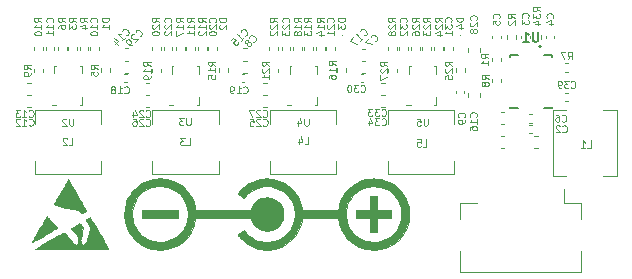
<source format=gbr>
G04 #@! TF.GenerationSoftware,KiCad,Pcbnew,(5.99.0-12889-g70df3822b5)*
G04 #@! TF.CreationDate,2021-11-17T17:26:30+08:00*
G04 #@! TF.ProjectId,PowerSupply,506f7765-7253-4757-9070-6c792e6b6963,rev?*
G04 #@! TF.SameCoordinates,PX5e56640PY77750e0*
G04 #@! TF.FileFunction,Legend,Bot*
G04 #@! TF.FilePolarity,Positive*
%FSLAX46Y46*%
G04 Gerber Fmt 4.6, Leading zero omitted, Abs format (unit mm)*
G04 Created by KiCad (PCBNEW (5.99.0-12889-g70df3822b5)) date 2021-11-17 17:26:30*
%MOMM*%
%LPD*%
G01*
G04 APERTURE LIST*
%ADD10C,0.150000*%
%ADD11C,0.100000*%
%ADD12C,0.200000*%
%ADD13C,0.127000*%
%ADD14C,0.010000*%
%ADD15C,0.120000*%
G04 APERTURE END LIST*
D10*
G04 #@! TO.C,U1*
X57680651Y30524896D02*
X57680651Y29876079D01*
X57642485Y29799748D01*
X57604320Y29761582D01*
X57527988Y29723416D01*
X57375325Y29723416D01*
X57298994Y29761582D01*
X57260828Y29799748D01*
X57222662Y29876079D01*
X57222662Y30524896D01*
X56421182Y29723416D02*
X56879171Y29723416D01*
X56650177Y29723416D02*
X56650177Y30524896D01*
X56726508Y30410399D01*
X56802840Y30334068D01*
X56879171Y30295902D01*
D11*
G04 #@! TO.C,R15*
X30351428Y27695715D02*
X30065714Y27895715D01*
X30351428Y28038572D02*
X29751428Y28038572D01*
X29751428Y27810000D01*
X29780000Y27752858D01*
X29808571Y27724286D01*
X29865714Y27695715D01*
X29951428Y27695715D01*
X30008571Y27724286D01*
X30037142Y27752858D01*
X30065714Y27810000D01*
X30065714Y28038572D01*
X30351428Y27124286D02*
X30351428Y27467143D01*
X30351428Y27295715D02*
X29751428Y27295715D01*
X29837142Y27352858D01*
X29894285Y27410000D01*
X29922857Y27467143D01*
X29751428Y26581429D02*
X29751428Y26867143D01*
X30037142Y26895715D01*
X30008571Y26867143D01*
X29980000Y26810000D01*
X29980000Y26667143D01*
X30008571Y26610000D01*
X30037142Y26581429D01*
X30094285Y26552858D01*
X30237142Y26552858D01*
X30294285Y26581429D01*
X30322857Y26610000D01*
X30351428Y26667143D01*
X30351428Y26810000D01*
X30322857Y26867143D01*
X30294285Y26895715D01*
G04 #@! TO.C,D4*
X51331428Y31752858D02*
X50731428Y31752858D01*
X50731428Y31610000D01*
X50760000Y31524286D01*
X50817142Y31467143D01*
X50874285Y31438572D01*
X50988571Y31410000D01*
X51074285Y31410000D01*
X51188571Y31438572D01*
X51245714Y31467143D01*
X51302857Y31524286D01*
X51331428Y31610000D01*
X51331428Y31752858D01*
X50931428Y30895715D02*
X51331428Y30895715D01*
X50702857Y31038572D02*
X51131428Y31181429D01*
X51131428Y30810000D01*
G04 #@! TO.C,D3*
X41321428Y31732858D02*
X40721428Y31732858D01*
X40721428Y31590000D01*
X40750000Y31504286D01*
X40807142Y31447143D01*
X40864285Y31418572D01*
X40978571Y31390000D01*
X41064285Y31390000D01*
X41178571Y31418572D01*
X41235714Y31447143D01*
X41292857Y31504286D01*
X41321428Y31590000D01*
X41321428Y31732858D01*
X40721428Y31190000D02*
X40721428Y30818572D01*
X40950000Y31018572D01*
X40950000Y30932858D01*
X40978571Y30875715D01*
X41007142Y30847143D01*
X41064285Y30818572D01*
X41207142Y30818572D01*
X41264285Y30847143D01*
X41292857Y30875715D01*
X41321428Y30932858D01*
X41321428Y31104286D01*
X41292857Y31161429D01*
X41264285Y31190000D01*
G04 #@! TO.C,D2*
X31281428Y31712858D02*
X30681428Y31712858D01*
X30681428Y31570000D01*
X30710000Y31484286D01*
X30767142Y31427143D01*
X30824285Y31398572D01*
X30938571Y31370000D01*
X31024285Y31370000D01*
X31138571Y31398572D01*
X31195714Y31427143D01*
X31252857Y31484286D01*
X31281428Y31570000D01*
X31281428Y31712858D01*
X30738571Y31141429D02*
X30710000Y31112858D01*
X30681428Y31055715D01*
X30681428Y30912858D01*
X30710000Y30855715D01*
X30738571Y30827143D01*
X30795714Y30798572D01*
X30852857Y30798572D01*
X30938571Y30827143D01*
X31281428Y31170000D01*
X31281428Y30798572D01*
G04 #@! TO.C,D1*
X21311428Y31742858D02*
X20711428Y31742858D01*
X20711428Y31600000D01*
X20740000Y31514286D01*
X20797142Y31457143D01*
X20854285Y31428572D01*
X20968571Y31400000D01*
X21054285Y31400000D01*
X21168571Y31428572D01*
X21225714Y31457143D01*
X21282857Y31514286D01*
X21311428Y31600000D01*
X21311428Y31742858D01*
X21311428Y30828572D02*
X21311428Y31171429D01*
X21311428Y31000000D02*
X20711428Y31000000D01*
X20797142Y31057143D01*
X20854285Y31114286D01*
X20882857Y31171429D01*
G04 #@! TO.C,U5*
X48327142Y23208571D02*
X48327142Y22722857D01*
X48298571Y22665714D01*
X48270000Y22637142D01*
X48212857Y22608571D01*
X48098571Y22608571D01*
X48041428Y22637142D01*
X48012857Y22665714D01*
X47984285Y22722857D01*
X47984285Y23208571D01*
X47412857Y23208571D02*
X47698571Y23208571D01*
X47727142Y22922857D01*
X47698571Y22951428D01*
X47641428Y22979999D01*
X47498571Y22979999D01*
X47441428Y22951428D01*
X47412857Y22922857D01*
X47384285Y22865714D01*
X47384285Y22722857D01*
X47412857Y22665714D01*
X47441428Y22637142D01*
X47498571Y22608571D01*
X47641428Y22608571D01*
X47698571Y22637142D01*
X47727142Y22665714D01*
G04 #@! TO.C,U4*
X38227142Y23208571D02*
X38227142Y22722857D01*
X38198571Y22665714D01*
X38170000Y22637142D01*
X38112857Y22608571D01*
X37998571Y22608571D01*
X37941428Y22637142D01*
X37912857Y22665714D01*
X37884285Y22722857D01*
X37884285Y23208571D01*
X37341428Y23008571D02*
X37341428Y22608571D01*
X37484285Y23237142D02*
X37627142Y22808571D01*
X37255714Y22808571D01*
G04 #@! TO.C,U3*
X28237142Y23278572D02*
X28237142Y22792858D01*
X28208571Y22735715D01*
X28180000Y22707143D01*
X28122857Y22678572D01*
X28008571Y22678572D01*
X27951428Y22707143D01*
X27922857Y22735715D01*
X27894285Y22792858D01*
X27894285Y23278572D01*
X27665714Y23278572D02*
X27294285Y23278572D01*
X27494285Y23050000D01*
X27408571Y23050000D01*
X27351428Y23021429D01*
X27322857Y22992858D01*
X27294285Y22935715D01*
X27294285Y22792858D01*
X27322857Y22735715D01*
X27351428Y22707143D01*
X27408571Y22678572D01*
X27580000Y22678572D01*
X27637142Y22707143D01*
X27665714Y22735715D01*
G04 #@! TO.C,U2*
X18317142Y23218572D02*
X18317142Y22732858D01*
X18288571Y22675715D01*
X18260000Y22647143D01*
X18202857Y22618572D01*
X18088571Y22618572D01*
X18031428Y22647143D01*
X18002857Y22675715D01*
X17974285Y22732858D01*
X17974285Y23218572D01*
X17717142Y23161429D02*
X17688571Y23190000D01*
X17631428Y23218572D01*
X17488571Y23218572D01*
X17431428Y23190000D01*
X17402857Y23161429D01*
X17374285Y23104286D01*
X17374285Y23047143D01*
X17402857Y22961429D01*
X17745714Y22618572D01*
X17374285Y22618572D01*
G04 #@! TO.C,R28*
X45591428Y31395715D02*
X45305714Y31595715D01*
X45591428Y31738572D02*
X44991428Y31738572D01*
X44991428Y31510000D01*
X45020000Y31452858D01*
X45048571Y31424286D01*
X45105714Y31395715D01*
X45191428Y31395715D01*
X45248571Y31424286D01*
X45277142Y31452858D01*
X45305714Y31510000D01*
X45305714Y31738572D01*
X45048571Y31167143D02*
X45020000Y31138572D01*
X44991428Y31081429D01*
X44991428Y30938572D01*
X45020000Y30881429D01*
X45048571Y30852858D01*
X45105714Y30824286D01*
X45162857Y30824286D01*
X45248571Y30852858D01*
X45591428Y31195715D01*
X45591428Y30824286D01*
X45248571Y30481429D02*
X45220000Y30538572D01*
X45191428Y30567143D01*
X45134285Y30595715D01*
X45105714Y30595715D01*
X45048571Y30567143D01*
X45020000Y30538572D01*
X44991428Y30481429D01*
X44991428Y30367143D01*
X45020000Y30310000D01*
X45048571Y30281429D01*
X45105714Y30252858D01*
X45134285Y30252858D01*
X45191428Y30281429D01*
X45220000Y30310000D01*
X45248571Y30367143D01*
X45248571Y30481429D01*
X45277142Y30538572D01*
X45305714Y30567143D01*
X45362857Y30595715D01*
X45477142Y30595715D01*
X45534285Y30567143D01*
X45562857Y30538572D01*
X45591428Y30481429D01*
X45591428Y30367143D01*
X45562857Y30310000D01*
X45534285Y30281429D01*
X45477142Y30252858D01*
X45362857Y30252858D01*
X45305714Y30281429D01*
X45277142Y30310000D01*
X45248571Y30367143D01*
G04 #@! TO.C,R27*
X44911428Y27675715D02*
X44625714Y27875715D01*
X44911428Y28018572D02*
X44311428Y28018572D01*
X44311428Y27790000D01*
X44340000Y27732858D01*
X44368571Y27704286D01*
X44425714Y27675715D01*
X44511428Y27675715D01*
X44568571Y27704286D01*
X44597142Y27732858D01*
X44625714Y27790000D01*
X44625714Y28018572D01*
X44368571Y27447143D02*
X44340000Y27418572D01*
X44311428Y27361429D01*
X44311428Y27218572D01*
X44340000Y27161429D01*
X44368571Y27132858D01*
X44425714Y27104286D01*
X44482857Y27104286D01*
X44568571Y27132858D01*
X44911428Y27475715D01*
X44911428Y27104286D01*
X44311428Y26904286D02*
X44311428Y26504286D01*
X44911428Y26761429D01*
G04 #@! TO.C,R26*
X47581428Y31395715D02*
X47295714Y31595715D01*
X47581428Y31738572D02*
X46981428Y31738572D01*
X46981428Y31510000D01*
X47010000Y31452858D01*
X47038571Y31424286D01*
X47095714Y31395715D01*
X47181428Y31395715D01*
X47238571Y31424286D01*
X47267142Y31452858D01*
X47295714Y31510000D01*
X47295714Y31738572D01*
X47038571Y31167143D02*
X47010000Y31138572D01*
X46981428Y31081429D01*
X46981428Y30938572D01*
X47010000Y30881429D01*
X47038571Y30852858D01*
X47095714Y30824286D01*
X47152857Y30824286D01*
X47238571Y30852858D01*
X47581428Y31195715D01*
X47581428Y30824286D01*
X46981428Y30310000D02*
X46981428Y30424286D01*
X47010000Y30481429D01*
X47038571Y30510000D01*
X47124285Y30567143D01*
X47238571Y30595715D01*
X47467142Y30595715D01*
X47524285Y30567143D01*
X47552857Y30538572D01*
X47581428Y30481429D01*
X47581428Y30367143D01*
X47552857Y30310000D01*
X47524285Y30281429D01*
X47467142Y30252858D01*
X47324285Y30252858D01*
X47267142Y30281429D01*
X47238571Y30310000D01*
X47210000Y30367143D01*
X47210000Y30481429D01*
X47238571Y30538572D01*
X47267142Y30567143D01*
X47324285Y30595715D01*
G04 #@! TO.C,R25*
X50391428Y27685715D02*
X50105714Y27885715D01*
X50391428Y28028572D02*
X49791428Y28028572D01*
X49791428Y27800000D01*
X49820000Y27742858D01*
X49848571Y27714286D01*
X49905714Y27685715D01*
X49991428Y27685715D01*
X50048571Y27714286D01*
X50077142Y27742858D01*
X50105714Y27800000D01*
X50105714Y28028572D01*
X49848571Y27457143D02*
X49820000Y27428572D01*
X49791428Y27371429D01*
X49791428Y27228572D01*
X49820000Y27171429D01*
X49848571Y27142858D01*
X49905714Y27114286D01*
X49962857Y27114286D01*
X50048571Y27142858D01*
X50391428Y27485715D01*
X50391428Y27114286D01*
X49791428Y26571429D02*
X49791428Y26857143D01*
X50077142Y26885715D01*
X50048571Y26857143D01*
X50020000Y26800000D01*
X50020000Y26657143D01*
X50048571Y26600000D01*
X50077142Y26571429D01*
X50134285Y26542858D01*
X50277142Y26542858D01*
X50334285Y26571429D01*
X50362857Y26600000D01*
X50391428Y26657143D01*
X50391428Y26800000D01*
X50362857Y26857143D01*
X50334285Y26885715D01*
G04 #@! TO.C,R24*
X49531428Y31405715D02*
X49245714Y31605715D01*
X49531428Y31748572D02*
X48931428Y31748572D01*
X48931428Y31520000D01*
X48960000Y31462858D01*
X48988571Y31434286D01*
X49045714Y31405715D01*
X49131428Y31405715D01*
X49188571Y31434286D01*
X49217142Y31462858D01*
X49245714Y31520000D01*
X49245714Y31748572D01*
X48988571Y31177143D02*
X48960000Y31148572D01*
X48931428Y31091429D01*
X48931428Y30948572D01*
X48960000Y30891429D01*
X48988571Y30862858D01*
X49045714Y30834286D01*
X49102857Y30834286D01*
X49188571Y30862858D01*
X49531428Y31205715D01*
X49531428Y30834286D01*
X49131428Y30320000D02*
X49531428Y30320000D01*
X48902857Y30462858D02*
X49331428Y30605715D01*
X49331428Y30234286D01*
G04 #@! TO.C,R23*
X48551428Y31395715D02*
X48265714Y31595715D01*
X48551428Y31738572D02*
X47951428Y31738572D01*
X47951428Y31510000D01*
X47980000Y31452858D01*
X48008571Y31424286D01*
X48065714Y31395715D01*
X48151428Y31395715D01*
X48208571Y31424286D01*
X48237142Y31452858D01*
X48265714Y31510000D01*
X48265714Y31738572D01*
X48008571Y31167143D02*
X47980000Y31138572D01*
X47951428Y31081429D01*
X47951428Y30938572D01*
X47980000Y30881429D01*
X48008571Y30852858D01*
X48065714Y30824286D01*
X48122857Y30824286D01*
X48208571Y30852858D01*
X48551428Y31195715D01*
X48551428Y30824286D01*
X47951428Y30624286D02*
X47951428Y30252858D01*
X48180000Y30452858D01*
X48180000Y30367143D01*
X48208571Y30310000D01*
X48237142Y30281429D01*
X48294285Y30252858D01*
X48437142Y30252858D01*
X48494285Y30281429D01*
X48522857Y30310000D01*
X48551428Y30367143D01*
X48551428Y30538572D01*
X48522857Y30595715D01*
X48494285Y30624286D01*
G04 #@! TO.C,R22*
X35551428Y31395715D02*
X35265714Y31595715D01*
X35551428Y31738572D02*
X34951428Y31738572D01*
X34951428Y31510000D01*
X34980000Y31452858D01*
X35008571Y31424286D01*
X35065714Y31395715D01*
X35151428Y31395715D01*
X35208571Y31424286D01*
X35237142Y31452858D01*
X35265714Y31510000D01*
X35265714Y31738572D01*
X35008571Y31167143D02*
X34980000Y31138572D01*
X34951428Y31081429D01*
X34951428Y30938572D01*
X34980000Y30881429D01*
X35008571Y30852858D01*
X35065714Y30824286D01*
X35122857Y30824286D01*
X35208571Y30852858D01*
X35551428Y31195715D01*
X35551428Y30824286D01*
X35008571Y30595715D02*
X34980000Y30567143D01*
X34951428Y30510000D01*
X34951428Y30367143D01*
X34980000Y30310000D01*
X35008571Y30281429D01*
X35065714Y30252858D01*
X35122857Y30252858D01*
X35208571Y30281429D01*
X35551428Y30624286D01*
X35551428Y30252858D01*
G04 #@! TO.C,R21*
X34881428Y27685715D02*
X34595714Y27885715D01*
X34881428Y28028572D02*
X34281428Y28028572D01*
X34281428Y27800000D01*
X34310000Y27742858D01*
X34338571Y27714286D01*
X34395714Y27685715D01*
X34481428Y27685715D01*
X34538571Y27714286D01*
X34567142Y27742858D01*
X34595714Y27800000D01*
X34595714Y28028572D01*
X34338571Y27457143D02*
X34310000Y27428572D01*
X34281428Y27371429D01*
X34281428Y27228572D01*
X34310000Y27171429D01*
X34338571Y27142858D01*
X34395714Y27114286D01*
X34452857Y27114286D01*
X34538571Y27142858D01*
X34881428Y27485715D01*
X34881428Y27114286D01*
X34881428Y26542858D02*
X34881428Y26885715D01*
X34881428Y26714286D02*
X34281428Y26714286D01*
X34367142Y26771429D01*
X34424285Y26828572D01*
X34452857Y26885715D01*
G04 #@! TO.C,R20*
X25571428Y31395715D02*
X25285714Y31595715D01*
X25571428Y31738572D02*
X24971428Y31738572D01*
X24971428Y31510000D01*
X25000000Y31452858D01*
X25028571Y31424286D01*
X25085714Y31395715D01*
X25171428Y31395715D01*
X25228571Y31424286D01*
X25257142Y31452858D01*
X25285714Y31510000D01*
X25285714Y31738572D01*
X25028571Y31167143D02*
X25000000Y31138572D01*
X24971428Y31081429D01*
X24971428Y30938572D01*
X25000000Y30881429D01*
X25028571Y30852858D01*
X25085714Y30824286D01*
X25142857Y30824286D01*
X25228571Y30852858D01*
X25571428Y31195715D01*
X25571428Y30824286D01*
X24971428Y30452858D02*
X24971428Y30395715D01*
X25000000Y30338572D01*
X25028571Y30310000D01*
X25085714Y30281429D01*
X25200000Y30252858D01*
X25342857Y30252858D01*
X25457142Y30281429D01*
X25514285Y30310000D01*
X25542857Y30338572D01*
X25571428Y30395715D01*
X25571428Y30452858D01*
X25542857Y30510000D01*
X25514285Y30538572D01*
X25457142Y30567143D01*
X25342857Y30595715D01*
X25200000Y30595715D01*
X25085714Y30567143D01*
X25028571Y30538572D01*
X25000000Y30510000D01*
X24971428Y30452858D01*
G04 #@! TO.C,R19*
X24851428Y27675715D02*
X24565714Y27875715D01*
X24851428Y28018572D02*
X24251428Y28018572D01*
X24251428Y27790000D01*
X24280000Y27732858D01*
X24308571Y27704286D01*
X24365714Y27675715D01*
X24451428Y27675715D01*
X24508571Y27704286D01*
X24537142Y27732858D01*
X24565714Y27790000D01*
X24565714Y28018572D01*
X24851428Y27104286D02*
X24851428Y27447143D01*
X24851428Y27275715D02*
X24251428Y27275715D01*
X24337142Y27332858D01*
X24394285Y27390000D01*
X24422857Y27447143D01*
X24851428Y26818572D02*
X24851428Y26704286D01*
X24822857Y26647143D01*
X24794285Y26618572D01*
X24708571Y26561429D01*
X24594285Y26532858D01*
X24365714Y26532858D01*
X24308571Y26561429D01*
X24280000Y26590000D01*
X24251428Y26647143D01*
X24251428Y26761429D01*
X24280000Y26818572D01*
X24308571Y26847143D01*
X24365714Y26875715D01*
X24508571Y26875715D01*
X24565714Y26847143D01*
X24594285Y26818572D01*
X24622857Y26761429D01*
X24622857Y26647143D01*
X24594285Y26590000D01*
X24565714Y26561429D01*
X24508571Y26532858D01*
G04 #@! TO.C,R18*
X37611428Y31395715D02*
X37325714Y31595715D01*
X37611428Y31738572D02*
X37011428Y31738572D01*
X37011428Y31510000D01*
X37040000Y31452858D01*
X37068571Y31424286D01*
X37125714Y31395715D01*
X37211428Y31395715D01*
X37268571Y31424286D01*
X37297142Y31452858D01*
X37325714Y31510000D01*
X37325714Y31738572D01*
X37611428Y30824286D02*
X37611428Y31167143D01*
X37611428Y30995715D02*
X37011428Y30995715D01*
X37097142Y31052858D01*
X37154285Y31110000D01*
X37182857Y31167143D01*
X37268571Y30481429D02*
X37240000Y30538572D01*
X37211428Y30567143D01*
X37154285Y30595715D01*
X37125714Y30595715D01*
X37068571Y30567143D01*
X37040000Y30538572D01*
X37011428Y30481429D01*
X37011428Y30367143D01*
X37040000Y30310000D01*
X37068571Y30281429D01*
X37125714Y30252858D01*
X37154285Y30252858D01*
X37211428Y30281429D01*
X37240000Y30310000D01*
X37268571Y30367143D01*
X37268571Y30481429D01*
X37297142Y30538572D01*
X37325714Y30567143D01*
X37382857Y30595715D01*
X37497142Y30595715D01*
X37554285Y30567143D01*
X37582857Y30538572D01*
X37611428Y30481429D01*
X37611428Y30367143D01*
X37582857Y30310000D01*
X37554285Y30281429D01*
X37497142Y30252858D01*
X37382857Y30252858D01*
X37325714Y30281429D01*
X37297142Y30310000D01*
X37268571Y30367143D01*
G04 #@! TO.C,R17*
X27621429Y31395715D02*
X27335715Y31595715D01*
X27621429Y31738572D02*
X27021429Y31738572D01*
X27021429Y31510000D01*
X27050001Y31452858D01*
X27078572Y31424286D01*
X27135715Y31395715D01*
X27221429Y31395715D01*
X27278572Y31424286D01*
X27307143Y31452858D01*
X27335715Y31510000D01*
X27335715Y31738572D01*
X27621429Y30824286D02*
X27621429Y31167143D01*
X27621429Y30995715D02*
X27021429Y30995715D01*
X27107143Y31052858D01*
X27164286Y31110000D01*
X27192858Y31167143D01*
X27021429Y30624286D02*
X27021429Y30224286D01*
X27621429Y30481429D01*
G04 #@! TO.C,R16*
X40541428Y27715715D02*
X40255714Y27915715D01*
X40541428Y28058572D02*
X39941428Y28058572D01*
X39941428Y27830000D01*
X39970000Y27772858D01*
X39998571Y27744286D01*
X40055714Y27715715D01*
X40141428Y27715715D01*
X40198571Y27744286D01*
X40227142Y27772858D01*
X40255714Y27830000D01*
X40255714Y28058572D01*
X40541428Y27144286D02*
X40541428Y27487143D01*
X40541428Y27315715D02*
X39941428Y27315715D01*
X40027142Y27372858D01*
X40084285Y27430000D01*
X40112857Y27487143D01*
X39941428Y26630000D02*
X39941428Y26744286D01*
X39970000Y26801429D01*
X39998571Y26830000D01*
X40084285Y26887143D01*
X40198571Y26915715D01*
X40427142Y26915715D01*
X40484285Y26887143D01*
X40512857Y26858572D01*
X40541428Y26801429D01*
X40541428Y26687143D01*
X40512857Y26630000D01*
X40484285Y26601429D01*
X40427142Y26572858D01*
X40284285Y26572858D01*
X40227142Y26601429D01*
X40198571Y26630000D01*
X40170000Y26687143D01*
X40170000Y26801429D01*
X40198571Y26858572D01*
X40227142Y26887143D01*
X40284285Y26915715D01*
G04 #@! TO.C,R14*
X39521428Y31395715D02*
X39235714Y31595715D01*
X39521428Y31738572D02*
X38921428Y31738572D01*
X38921428Y31510000D01*
X38950000Y31452858D01*
X38978571Y31424286D01*
X39035714Y31395715D01*
X39121428Y31395715D01*
X39178571Y31424286D01*
X39207142Y31452858D01*
X39235714Y31510000D01*
X39235714Y31738572D01*
X39521428Y30824286D02*
X39521428Y31167143D01*
X39521428Y30995715D02*
X38921428Y30995715D01*
X39007142Y31052858D01*
X39064285Y31110000D01*
X39092857Y31167143D01*
X39121428Y30310000D02*
X39521428Y30310000D01*
X38892857Y30452858D02*
X39321428Y30595715D01*
X39321428Y30224286D01*
G04 #@! TO.C,R13*
X38441428Y31395715D02*
X38155714Y31595715D01*
X38441428Y31738572D02*
X37841428Y31738572D01*
X37841428Y31510000D01*
X37870000Y31452858D01*
X37898571Y31424286D01*
X37955714Y31395715D01*
X38041428Y31395715D01*
X38098571Y31424286D01*
X38127142Y31452858D01*
X38155714Y31510000D01*
X38155714Y31738572D01*
X38441428Y30824286D02*
X38441428Y31167143D01*
X38441428Y30995715D02*
X37841428Y30995715D01*
X37927142Y31052858D01*
X37984285Y31110000D01*
X38012857Y31167143D01*
X37841428Y30624286D02*
X37841428Y30252858D01*
X38070000Y30452858D01*
X38070000Y30367143D01*
X38098571Y30310000D01*
X38127142Y30281429D01*
X38184285Y30252858D01*
X38327142Y30252858D01*
X38384285Y30281429D01*
X38412857Y30310000D01*
X38441428Y30367143D01*
X38441428Y30538572D01*
X38412857Y30595715D01*
X38384285Y30624286D01*
G04 #@! TO.C,R12*
X29511427Y31395715D02*
X29225713Y31595715D01*
X29511427Y31738572D02*
X28911427Y31738572D01*
X28911427Y31510000D01*
X28939999Y31452858D01*
X28968570Y31424286D01*
X29025713Y31395715D01*
X29111427Y31395715D01*
X29168570Y31424286D01*
X29197141Y31452858D01*
X29225713Y31510000D01*
X29225713Y31738572D01*
X29511427Y30824286D02*
X29511427Y31167143D01*
X29511427Y30995715D02*
X28911427Y30995715D01*
X28997141Y31052858D01*
X29054284Y31110000D01*
X29082856Y31167143D01*
X28968570Y30595715D02*
X28939999Y30567143D01*
X28911427Y30510000D01*
X28911427Y30367143D01*
X28939999Y30310000D01*
X28968570Y30281429D01*
X29025713Y30252858D01*
X29082856Y30252858D01*
X29168570Y30281429D01*
X29511427Y30624286D01*
X29511427Y30252858D01*
G04 #@! TO.C,R11*
X28531428Y31395715D02*
X28245714Y31595715D01*
X28531428Y31738572D02*
X27931428Y31738572D01*
X27931428Y31510000D01*
X27960000Y31452858D01*
X27988571Y31424286D01*
X28045714Y31395715D01*
X28131428Y31395715D01*
X28188571Y31424286D01*
X28217142Y31452858D01*
X28245714Y31510000D01*
X28245714Y31738572D01*
X28531428Y30824286D02*
X28531428Y31167143D01*
X28531428Y30995715D02*
X27931428Y30995715D01*
X28017142Y31052858D01*
X28074285Y31110000D01*
X28102857Y31167143D01*
X28531428Y30252858D02*
X28531428Y30595715D01*
X28531428Y30424286D02*
X27931428Y30424286D01*
X28017142Y30481429D01*
X28074285Y30538572D01*
X28102857Y30595715D01*
G04 #@! TO.C,R10*
X15601428Y31395715D02*
X15315714Y31595715D01*
X15601428Y31738572D02*
X15001428Y31738572D01*
X15001428Y31510000D01*
X15030000Y31452858D01*
X15058571Y31424286D01*
X15115714Y31395715D01*
X15201428Y31395715D01*
X15258571Y31424286D01*
X15287142Y31452858D01*
X15315714Y31510000D01*
X15315714Y31738572D01*
X15601428Y30824286D02*
X15601428Y31167143D01*
X15601428Y30995715D02*
X15001428Y30995715D01*
X15087142Y31052858D01*
X15144285Y31110000D01*
X15172857Y31167143D01*
X15001428Y30452858D02*
X15001428Y30395715D01*
X15030000Y30338572D01*
X15058571Y30310000D01*
X15115714Y30281429D01*
X15230000Y30252858D01*
X15372857Y30252858D01*
X15487142Y30281429D01*
X15544285Y30310000D01*
X15572857Y30338572D01*
X15601428Y30395715D01*
X15601428Y30452858D01*
X15572857Y30510000D01*
X15544285Y30538572D01*
X15487142Y30567143D01*
X15372857Y30595715D01*
X15230000Y30595715D01*
X15115714Y30567143D01*
X15058571Y30538572D01*
X15030000Y30510000D01*
X15001428Y30452858D01*
G04 #@! TO.C,R9*
X14711428Y27380000D02*
X14425714Y27580000D01*
X14711428Y27722858D02*
X14111428Y27722858D01*
X14111428Y27494286D01*
X14140000Y27437143D01*
X14168571Y27408572D01*
X14225714Y27380000D01*
X14311428Y27380000D01*
X14368571Y27408572D01*
X14397142Y27437143D01*
X14425714Y27494286D01*
X14425714Y27722858D01*
X14711428Y27094286D02*
X14711428Y26980000D01*
X14682857Y26922858D01*
X14654285Y26894286D01*
X14568571Y26837143D01*
X14454285Y26808572D01*
X14225714Y26808572D01*
X14168571Y26837143D01*
X14140000Y26865715D01*
X14111428Y26922858D01*
X14111428Y27037143D01*
X14140000Y27094286D01*
X14168571Y27122858D01*
X14225714Y27151429D01*
X14368571Y27151429D01*
X14425714Y27122858D01*
X14454285Y27094286D01*
X14482857Y27037143D01*
X14482857Y26922858D01*
X14454285Y26865715D01*
X14425714Y26837143D01*
X14368571Y26808572D01*
G04 #@! TO.C,R6*
X17641428Y31395714D02*
X17355714Y31595714D01*
X17641428Y31738572D02*
X17041428Y31738572D01*
X17041428Y31510000D01*
X17070000Y31452857D01*
X17098571Y31424286D01*
X17155714Y31395714D01*
X17241428Y31395714D01*
X17298571Y31424286D01*
X17327142Y31452857D01*
X17355714Y31510000D01*
X17355714Y31738572D01*
X17041428Y30881429D02*
X17041428Y30995714D01*
X17070000Y31052857D01*
X17098571Y31081429D01*
X17184285Y31138572D01*
X17298571Y31167143D01*
X17527142Y31167143D01*
X17584285Y31138572D01*
X17612857Y31110000D01*
X17641428Y31052857D01*
X17641428Y30938572D01*
X17612857Y30881429D01*
X17584285Y30852857D01*
X17527142Y30824286D01*
X17384285Y30824286D01*
X17327142Y30852857D01*
X17298571Y30881429D01*
X17270000Y30938572D01*
X17270000Y31052857D01*
X17298571Y31110000D01*
X17327142Y31138572D01*
X17384285Y31167143D01*
G04 #@! TO.C,R5*
X20371428Y27420000D02*
X20085714Y27620000D01*
X20371428Y27762858D02*
X19771428Y27762858D01*
X19771428Y27534286D01*
X19800000Y27477143D01*
X19828571Y27448572D01*
X19885714Y27420000D01*
X19971428Y27420000D01*
X20028571Y27448572D01*
X20057142Y27477143D01*
X20085714Y27534286D01*
X20085714Y27762858D01*
X19771428Y26877143D02*
X19771428Y27162858D01*
X20057142Y27191429D01*
X20028571Y27162858D01*
X20000000Y27105715D01*
X20000000Y26962858D01*
X20028571Y26905715D01*
X20057142Y26877143D01*
X20114285Y26848572D01*
X20257142Y26848572D01*
X20314285Y26877143D01*
X20342857Y26905715D01*
X20371428Y26962858D01*
X20371428Y27105715D01*
X20342857Y27162858D01*
X20314285Y27191429D01*
G04 #@! TO.C,R4*
X19491428Y31395714D02*
X19205714Y31595714D01*
X19491428Y31738572D02*
X18891428Y31738572D01*
X18891428Y31510000D01*
X18920000Y31452857D01*
X18948571Y31424286D01*
X19005714Y31395714D01*
X19091428Y31395714D01*
X19148571Y31424286D01*
X19177142Y31452857D01*
X19205714Y31510000D01*
X19205714Y31738572D01*
X19091428Y30881429D02*
X19491428Y30881429D01*
X18862857Y31024286D02*
X19291428Y31167143D01*
X19291428Y30795714D01*
G04 #@! TO.C,R3*
X18551428Y31395714D02*
X18265714Y31595714D01*
X18551428Y31738572D02*
X17951428Y31738572D01*
X17951428Y31510000D01*
X17980000Y31452857D01*
X18008571Y31424286D01*
X18065714Y31395714D01*
X18151428Y31395714D01*
X18208571Y31424286D01*
X18237142Y31452857D01*
X18265714Y31510000D01*
X18265714Y31738572D01*
X17951428Y31195714D02*
X17951428Y30824286D01*
X18180000Y31024286D01*
X18180000Y30938572D01*
X18208571Y30881429D01*
X18237142Y30852857D01*
X18294285Y30824286D01*
X18437142Y30824286D01*
X18494285Y30852857D01*
X18522857Y30881429D01*
X18551428Y30938572D01*
X18551428Y31110000D01*
X18522857Y31167143D01*
X18494285Y31195714D01*
G04 #@! TO.C,L5*
X47910000Y20848572D02*
X48195714Y20848572D01*
X48195714Y21448572D01*
X47424285Y21448572D02*
X47710000Y21448572D01*
X47738571Y21162858D01*
X47710000Y21191429D01*
X47652857Y21220000D01*
X47510000Y21220000D01*
X47452857Y21191429D01*
X47424285Y21162858D01*
X47395714Y21105715D01*
X47395714Y20962858D01*
X47424285Y20905715D01*
X47452857Y20877143D01*
X47510000Y20848572D01*
X47652857Y20848572D01*
X47710000Y20877143D01*
X47738571Y20905715D01*
G04 #@! TO.C,L4*
X37890000Y21068572D02*
X38175714Y21068572D01*
X38175714Y21668572D01*
X37432857Y21468572D02*
X37432857Y21068572D01*
X37575714Y21697143D02*
X37718571Y21268572D01*
X37347142Y21268572D01*
G04 #@! TO.C,L3*
X27890000Y20948572D02*
X28175714Y20948572D01*
X28175714Y21548572D01*
X27747142Y21548572D02*
X27375714Y21548572D01*
X27575714Y21320000D01*
X27490000Y21320000D01*
X27432857Y21291429D01*
X27404285Y21262858D01*
X27375714Y21205715D01*
X27375714Y21062858D01*
X27404285Y21005715D01*
X27432857Y20977143D01*
X27490000Y20948572D01*
X27661428Y20948572D01*
X27718571Y20977143D01*
X27747142Y21005715D01*
G04 #@! TO.C,L2*
X17940000Y20978572D02*
X18225714Y20978572D01*
X18225714Y21578572D01*
X17768571Y21521429D02*
X17740000Y21550000D01*
X17682857Y21578572D01*
X17540000Y21578572D01*
X17482857Y21550000D01*
X17454285Y21521429D01*
X17425714Y21464286D01*
X17425714Y21407143D01*
X17454285Y21321429D01*
X17797142Y20978572D01*
X17425714Y20978572D01*
G04 #@! TO.C,C34*
X44415714Y22695715D02*
X44444285Y22667143D01*
X44530000Y22638572D01*
X44587142Y22638572D01*
X44672857Y22667143D01*
X44730000Y22724286D01*
X44758571Y22781429D01*
X44787142Y22895715D01*
X44787142Y22981429D01*
X44758571Y23095715D01*
X44730000Y23152858D01*
X44672857Y23210000D01*
X44587142Y23238572D01*
X44530000Y23238572D01*
X44444285Y23210000D01*
X44415714Y23181429D01*
X44215714Y23238572D02*
X43844285Y23238572D01*
X44044285Y23010000D01*
X43958571Y23010000D01*
X43901428Y22981429D01*
X43872857Y22952858D01*
X43844285Y22895715D01*
X43844285Y22752858D01*
X43872857Y22695715D01*
X43901428Y22667143D01*
X43958571Y22638572D01*
X44130000Y22638572D01*
X44187142Y22667143D01*
X44215714Y22695715D01*
X43330000Y23038572D02*
X43330000Y22638572D01*
X43472857Y23267143D02*
X43615714Y22838572D01*
X43244285Y22838572D01*
G04 #@! TO.C,C33*
X44415714Y23475715D02*
X44444285Y23447143D01*
X44530000Y23418572D01*
X44587142Y23418572D01*
X44672857Y23447143D01*
X44730000Y23504286D01*
X44758571Y23561429D01*
X44787142Y23675715D01*
X44787142Y23761429D01*
X44758571Y23875715D01*
X44730000Y23932858D01*
X44672857Y23990000D01*
X44587142Y24018572D01*
X44530000Y24018572D01*
X44444285Y23990000D01*
X44415714Y23961429D01*
X44215714Y24018572D02*
X43844285Y24018572D01*
X44044285Y23790000D01*
X43958571Y23790000D01*
X43901428Y23761429D01*
X43872857Y23732858D01*
X43844285Y23675715D01*
X43844285Y23532858D01*
X43872857Y23475715D01*
X43901428Y23447143D01*
X43958571Y23418572D01*
X44130000Y23418572D01*
X44187142Y23447143D01*
X44215714Y23475715D01*
X43644285Y24018572D02*
X43272857Y24018572D01*
X43472857Y23790000D01*
X43387142Y23790000D01*
X43330000Y23761429D01*
X43301428Y23732858D01*
X43272857Y23675715D01*
X43272857Y23532858D01*
X43301428Y23475715D01*
X43330000Y23447143D01*
X43387142Y23418572D01*
X43558571Y23418572D01*
X43615714Y23447143D01*
X43644285Y23475715D01*
G04 #@! TO.C,C32*
X46494285Y31395715D02*
X46522857Y31424286D01*
X46551428Y31510000D01*
X46551428Y31567143D01*
X46522857Y31652858D01*
X46465714Y31710000D01*
X46408571Y31738572D01*
X46294285Y31767143D01*
X46208571Y31767143D01*
X46094285Y31738572D01*
X46037142Y31710000D01*
X45980000Y31652858D01*
X45951428Y31567143D01*
X45951428Y31510000D01*
X45980000Y31424286D01*
X46008571Y31395715D01*
X45951428Y31195715D02*
X45951428Y30824286D01*
X46180000Y31024286D01*
X46180000Y30938572D01*
X46208571Y30881429D01*
X46237142Y30852858D01*
X46294285Y30824286D01*
X46437142Y30824286D01*
X46494285Y30852858D01*
X46522857Y30881429D01*
X46551428Y30938572D01*
X46551428Y31110000D01*
X46522857Y31167143D01*
X46494285Y31195715D01*
X46008571Y30595715D02*
X45980000Y30567143D01*
X45951428Y30510000D01*
X45951428Y30367143D01*
X45980000Y30310000D01*
X46008571Y30281429D01*
X46065714Y30252858D01*
X46122857Y30252858D01*
X46208571Y30281429D01*
X46551428Y30624286D01*
X46551428Y30252858D01*
G04 #@! TO.C,C31*
X50304285Y31405715D02*
X50332857Y31434286D01*
X50361428Y31520000D01*
X50361428Y31577143D01*
X50332857Y31662858D01*
X50275714Y31720000D01*
X50218571Y31748572D01*
X50104285Y31777143D01*
X50018571Y31777143D01*
X49904285Y31748572D01*
X49847142Y31720000D01*
X49790000Y31662858D01*
X49761428Y31577143D01*
X49761428Y31520000D01*
X49790000Y31434286D01*
X49818571Y31405715D01*
X49761428Y31205715D02*
X49761428Y30834286D01*
X49990000Y31034286D01*
X49990000Y30948572D01*
X50018571Y30891429D01*
X50047142Y30862858D01*
X50104285Y30834286D01*
X50247142Y30834286D01*
X50304285Y30862858D01*
X50332857Y30891429D01*
X50361428Y30948572D01*
X50361428Y31120000D01*
X50332857Y31177143D01*
X50304285Y31205715D01*
X50361428Y30262858D02*
X50361428Y30605715D01*
X50361428Y30434286D02*
X49761428Y30434286D01*
X49847142Y30491429D01*
X49904285Y30548572D01*
X49932857Y30605715D01*
G04 #@! TO.C,C30*
X42645714Y25525715D02*
X42674285Y25497143D01*
X42760000Y25468572D01*
X42817142Y25468572D01*
X42902857Y25497143D01*
X42960000Y25554286D01*
X42988571Y25611429D01*
X43017142Y25725715D01*
X43017142Y25811429D01*
X42988571Y25925715D01*
X42960000Y25982858D01*
X42902857Y26040000D01*
X42817142Y26068572D01*
X42760000Y26068572D01*
X42674285Y26040000D01*
X42645714Y26011429D01*
X42445714Y26068572D02*
X42074285Y26068572D01*
X42274285Y25840000D01*
X42188571Y25840000D01*
X42131428Y25811429D01*
X42102857Y25782858D01*
X42074285Y25725715D01*
X42074285Y25582858D01*
X42102857Y25525715D01*
X42131428Y25497143D01*
X42188571Y25468572D01*
X42360000Y25468572D01*
X42417142Y25497143D01*
X42445714Y25525715D01*
X41702857Y26068572D02*
X41645714Y26068572D01*
X41588571Y26040000D01*
X41560000Y26011429D01*
X41531428Y25954286D01*
X41502857Y25840000D01*
X41502857Y25697143D01*
X41531428Y25582858D01*
X41560000Y25525715D01*
X41588571Y25497143D01*
X41645714Y25468572D01*
X41702857Y25468572D01*
X41760000Y25497143D01*
X41788571Y25525715D01*
X41817142Y25582858D01*
X41845714Y25697143D01*
X41845714Y25840000D01*
X41817142Y25954286D01*
X41788571Y26011429D01*
X41760000Y26040000D01*
X41702857Y26068572D01*
G04 #@! TO.C,C29*
X23924264Y30171219D02*
X23964670Y30171219D01*
X24045482Y30211625D01*
X24085888Y30252031D01*
X24126294Y30332843D01*
X24126294Y30413655D01*
X24106091Y30474265D01*
X24045482Y30575280D01*
X23984873Y30635889D01*
X23883857Y30696498D01*
X23823248Y30716701D01*
X23742436Y30716701D01*
X23661624Y30676295D01*
X23621218Y30635889D01*
X23580812Y30555077D01*
X23580812Y30514671D01*
X23419187Y30353046D02*
X23378781Y30353046D01*
X23318172Y30332843D01*
X23217157Y30231828D01*
X23196954Y30171219D01*
X23196954Y30130813D01*
X23217157Y30070204D01*
X23257563Y30029797D01*
X23338375Y29989391D01*
X23823248Y29989391D01*
X23560609Y29726752D01*
X23358578Y29524721D02*
X23277766Y29443909D01*
X23217157Y29423706D01*
X23176751Y29423706D01*
X23075735Y29443909D01*
X22974720Y29504518D01*
X22813096Y29666143D01*
X22792893Y29726752D01*
X22792893Y29767158D01*
X22813096Y29827767D01*
X22893908Y29908579D01*
X22954517Y29928782D01*
X22994923Y29928782D01*
X23055532Y29908579D01*
X23156548Y29807564D01*
X23176751Y29746955D01*
X23176751Y29706549D01*
X23156548Y29645939D01*
X23075735Y29565127D01*
X23015126Y29544924D01*
X22974720Y29544924D01*
X22914111Y29565127D01*
G04 #@! TO.C,C28*
X52444285Y31595715D02*
X52472857Y31624286D01*
X52501428Y31710000D01*
X52501428Y31767143D01*
X52472857Y31852858D01*
X52415714Y31910000D01*
X52358571Y31938572D01*
X52244285Y31967143D01*
X52158571Y31967143D01*
X52044285Y31938572D01*
X51987142Y31910000D01*
X51930000Y31852858D01*
X51901428Y31767143D01*
X51901428Y31710000D01*
X51930000Y31624286D01*
X51958571Y31595715D01*
X51958571Y31367143D02*
X51930000Y31338572D01*
X51901428Y31281429D01*
X51901428Y31138572D01*
X51930000Y31081429D01*
X51958571Y31052858D01*
X52015714Y31024286D01*
X52072857Y31024286D01*
X52158571Y31052858D01*
X52501428Y31395715D01*
X52501428Y31024286D01*
X52158571Y30681429D02*
X52130000Y30738572D01*
X52101428Y30767143D01*
X52044285Y30795715D01*
X52015714Y30795715D01*
X51958571Y30767143D01*
X51930000Y30738572D01*
X51901428Y30681429D01*
X51901428Y30567143D01*
X51930000Y30510000D01*
X51958571Y30481429D01*
X52015714Y30452858D01*
X52044285Y30452858D01*
X52101428Y30481429D01*
X52130000Y30510000D01*
X52158571Y30567143D01*
X52158571Y30681429D01*
X52187142Y30738572D01*
X52215714Y30767143D01*
X52272857Y30795715D01*
X52387142Y30795715D01*
X52444285Y30767143D01*
X52472857Y30738572D01*
X52501428Y30681429D01*
X52501428Y30567143D01*
X52472857Y30510000D01*
X52444285Y30481429D01*
X52387142Y30452858D01*
X52272857Y30452858D01*
X52215714Y30481429D01*
X52187142Y30510000D01*
X52158571Y30567143D01*
G04 #@! TO.C,C27*
X34375714Y23415715D02*
X34404285Y23387143D01*
X34490000Y23358572D01*
X34547142Y23358572D01*
X34632857Y23387143D01*
X34690000Y23444286D01*
X34718571Y23501429D01*
X34747142Y23615715D01*
X34747142Y23701429D01*
X34718571Y23815715D01*
X34690000Y23872858D01*
X34632857Y23930000D01*
X34547142Y23958572D01*
X34490000Y23958572D01*
X34404285Y23930000D01*
X34375714Y23901429D01*
X34147142Y23901429D02*
X34118571Y23930000D01*
X34061428Y23958572D01*
X33918571Y23958572D01*
X33861428Y23930000D01*
X33832857Y23901429D01*
X33804285Y23844286D01*
X33804285Y23787143D01*
X33832857Y23701429D01*
X34175714Y23358572D01*
X33804285Y23358572D01*
X33604285Y23958572D02*
X33204285Y23958572D01*
X33461428Y23358572D01*
G04 #@! TO.C,C26*
X24465714Y22655715D02*
X24494285Y22627143D01*
X24580000Y22598572D01*
X24637142Y22598572D01*
X24722857Y22627143D01*
X24780000Y22684286D01*
X24808571Y22741429D01*
X24837142Y22855715D01*
X24837142Y22941429D01*
X24808571Y23055715D01*
X24780000Y23112858D01*
X24722857Y23170000D01*
X24637142Y23198572D01*
X24580000Y23198572D01*
X24494285Y23170000D01*
X24465714Y23141429D01*
X24237142Y23141429D02*
X24208571Y23170000D01*
X24151428Y23198572D01*
X24008571Y23198572D01*
X23951428Y23170000D01*
X23922857Y23141429D01*
X23894285Y23084286D01*
X23894285Y23027143D01*
X23922857Y22941429D01*
X24265714Y22598572D01*
X23894285Y22598572D01*
X23380000Y23198572D02*
X23494285Y23198572D01*
X23551428Y23170000D01*
X23580000Y23141429D01*
X23637142Y23055715D01*
X23665714Y22941429D01*
X23665714Y22712858D01*
X23637142Y22655715D01*
X23608571Y22627143D01*
X23551428Y22598572D01*
X23437142Y22598572D01*
X23380000Y22627143D01*
X23351428Y22655715D01*
X23322857Y22712858D01*
X23322857Y22855715D01*
X23351428Y22912858D01*
X23380000Y22941429D01*
X23437142Y22970000D01*
X23551428Y22970000D01*
X23608571Y22941429D01*
X23637142Y22912858D01*
X23665714Y22855715D01*
G04 #@! TO.C,C25*
X34385714Y22655715D02*
X34414285Y22627143D01*
X34500000Y22598572D01*
X34557142Y22598572D01*
X34642857Y22627143D01*
X34700000Y22684286D01*
X34728571Y22741429D01*
X34757142Y22855715D01*
X34757142Y22941429D01*
X34728571Y23055715D01*
X34700000Y23112858D01*
X34642857Y23170000D01*
X34557142Y23198572D01*
X34500000Y23198572D01*
X34414285Y23170000D01*
X34385714Y23141429D01*
X34157142Y23141429D02*
X34128571Y23170000D01*
X34071428Y23198572D01*
X33928571Y23198572D01*
X33871428Y23170000D01*
X33842857Y23141429D01*
X33814285Y23084286D01*
X33814285Y23027143D01*
X33842857Y22941429D01*
X34185714Y22598572D01*
X33814285Y22598572D01*
X33271428Y23198572D02*
X33557142Y23198572D01*
X33585714Y22912858D01*
X33557142Y22941429D01*
X33500000Y22970000D01*
X33357142Y22970000D01*
X33300000Y22941429D01*
X33271428Y22912858D01*
X33242857Y22855715D01*
X33242857Y22712858D01*
X33271428Y22655715D01*
X33300000Y22627143D01*
X33357142Y22598572D01*
X33500000Y22598572D01*
X33557142Y22627143D01*
X33585714Y22655715D01*
G04 #@! TO.C,C24*
X24465714Y23395715D02*
X24494285Y23367143D01*
X24580000Y23338572D01*
X24637142Y23338572D01*
X24722857Y23367143D01*
X24780000Y23424286D01*
X24808571Y23481429D01*
X24837142Y23595715D01*
X24837142Y23681429D01*
X24808571Y23795715D01*
X24780000Y23852858D01*
X24722857Y23910000D01*
X24637142Y23938572D01*
X24580000Y23938572D01*
X24494285Y23910000D01*
X24465714Y23881429D01*
X24237142Y23881429D02*
X24208571Y23910000D01*
X24151428Y23938572D01*
X24008571Y23938572D01*
X23951428Y23910000D01*
X23922857Y23881429D01*
X23894285Y23824286D01*
X23894285Y23767143D01*
X23922857Y23681429D01*
X24265714Y23338572D01*
X23894285Y23338572D01*
X23380000Y23738572D02*
X23380000Y23338572D01*
X23522857Y23967143D02*
X23665714Y23538572D01*
X23294285Y23538572D01*
G04 #@! TO.C,C23*
X36554285Y31395715D02*
X36582857Y31424286D01*
X36611428Y31510000D01*
X36611428Y31567143D01*
X36582857Y31652858D01*
X36525714Y31710000D01*
X36468571Y31738572D01*
X36354285Y31767143D01*
X36268571Y31767143D01*
X36154285Y31738572D01*
X36097142Y31710000D01*
X36040000Y31652858D01*
X36011428Y31567143D01*
X36011428Y31510000D01*
X36040000Y31424286D01*
X36068571Y31395715D01*
X36068571Y31167143D02*
X36040000Y31138572D01*
X36011428Y31081429D01*
X36011428Y30938572D01*
X36040000Y30881429D01*
X36068571Y30852858D01*
X36125714Y30824286D01*
X36182857Y30824286D01*
X36268571Y30852858D01*
X36611428Y31195715D01*
X36611428Y30824286D01*
X36011428Y30624286D02*
X36011428Y30252858D01*
X36240000Y30452858D01*
X36240000Y30367143D01*
X36268571Y30310000D01*
X36297142Y30281429D01*
X36354285Y30252858D01*
X36497142Y30252858D01*
X36554285Y30281429D01*
X36582857Y30310000D01*
X36611428Y30367143D01*
X36611428Y30538572D01*
X36582857Y30595715D01*
X36554285Y30624286D01*
G04 #@! TO.C,C22*
X26564285Y31395715D02*
X26592857Y31424286D01*
X26621428Y31510000D01*
X26621428Y31567143D01*
X26592857Y31652858D01*
X26535714Y31710000D01*
X26478571Y31738572D01*
X26364285Y31767143D01*
X26278571Y31767143D01*
X26164285Y31738572D01*
X26107142Y31710000D01*
X26050000Y31652858D01*
X26021428Y31567143D01*
X26021428Y31510000D01*
X26050000Y31424286D01*
X26078571Y31395715D01*
X26078571Y31167143D02*
X26050000Y31138572D01*
X26021428Y31081429D01*
X26021428Y30938572D01*
X26050000Y30881429D01*
X26078571Y30852858D01*
X26135714Y30824286D01*
X26192857Y30824286D01*
X26278571Y30852858D01*
X26621428Y31195715D01*
X26621428Y30824286D01*
X26078571Y30595715D02*
X26050000Y30567143D01*
X26021428Y30510000D01*
X26021428Y30367143D01*
X26050000Y30310000D01*
X26078571Y30281429D01*
X26135714Y30252858D01*
X26192857Y30252858D01*
X26278571Y30281429D01*
X26621428Y30624286D01*
X26621428Y30252858D01*
G04 #@! TO.C,C21*
X40304286Y31395715D02*
X40332858Y31424286D01*
X40361429Y31510000D01*
X40361429Y31567143D01*
X40332858Y31652858D01*
X40275715Y31710000D01*
X40218572Y31738572D01*
X40104286Y31767143D01*
X40018572Y31767143D01*
X39904286Y31738572D01*
X39847143Y31710000D01*
X39790001Y31652858D01*
X39761429Y31567143D01*
X39761429Y31510000D01*
X39790001Y31424286D01*
X39818572Y31395715D01*
X39818572Y31167143D02*
X39790001Y31138572D01*
X39761429Y31081429D01*
X39761429Y30938572D01*
X39790001Y30881429D01*
X39818572Y30852858D01*
X39875715Y30824286D01*
X39932858Y30824286D01*
X40018572Y30852858D01*
X40361429Y31195715D01*
X40361429Y30824286D01*
X40361429Y30252858D02*
X40361429Y30595715D01*
X40361429Y30424286D02*
X39761429Y30424286D01*
X39847143Y30481429D01*
X39904286Y30538572D01*
X39932858Y30595715D01*
G04 #@! TO.C,C20*
X30334284Y31395715D02*
X30362856Y31424286D01*
X30391427Y31510000D01*
X30391427Y31567143D01*
X30362856Y31652858D01*
X30305713Y31710000D01*
X30248570Y31738572D01*
X30134284Y31767143D01*
X30048570Y31767143D01*
X29934284Y31738572D01*
X29877141Y31710000D01*
X29819999Y31652858D01*
X29791427Y31567143D01*
X29791427Y31510000D01*
X29819999Y31424286D01*
X29848570Y31395715D01*
X29848570Y31167143D02*
X29819999Y31138572D01*
X29791427Y31081429D01*
X29791427Y30938572D01*
X29819999Y30881429D01*
X29848570Y30852858D01*
X29905713Y30824286D01*
X29962856Y30824286D01*
X30048570Y30852858D01*
X30391427Y31195715D01*
X30391427Y30824286D01*
X29791427Y30452858D02*
X29791427Y30395715D01*
X29819999Y30338572D01*
X29848570Y30310000D01*
X29905713Y30281429D01*
X30019999Y30252858D01*
X30162856Y30252858D01*
X30277141Y30281429D01*
X30334284Y30310000D01*
X30362856Y30338572D01*
X30391427Y30395715D01*
X30391427Y30452858D01*
X30362856Y30510000D01*
X30334284Y30538572D01*
X30277141Y30567143D01*
X30162856Y30595715D01*
X30019999Y30595715D01*
X29905713Y30567143D01*
X29848570Y30538572D01*
X29819999Y30510000D01*
X29791427Y30452858D01*
G04 #@! TO.C,C19*
X32705714Y25415715D02*
X32734285Y25387143D01*
X32820000Y25358572D01*
X32877142Y25358572D01*
X32962857Y25387143D01*
X33020000Y25444286D01*
X33048571Y25501429D01*
X33077142Y25615715D01*
X33077142Y25701429D01*
X33048571Y25815715D01*
X33020000Y25872858D01*
X32962857Y25930000D01*
X32877142Y25958572D01*
X32820000Y25958572D01*
X32734285Y25930000D01*
X32705714Y25901429D01*
X32134285Y25358572D02*
X32477142Y25358572D01*
X32305714Y25358572D02*
X32305714Y25958572D01*
X32362857Y25872858D01*
X32420000Y25815715D01*
X32477142Y25787143D01*
X31848571Y25358572D02*
X31734285Y25358572D01*
X31677142Y25387143D01*
X31648571Y25415715D01*
X31591428Y25501429D01*
X31562857Y25615715D01*
X31562857Y25844286D01*
X31591428Y25901429D01*
X31620000Y25930000D01*
X31677142Y25958572D01*
X31791428Y25958572D01*
X31848571Y25930000D01*
X31877142Y25901429D01*
X31905714Y25844286D01*
X31905714Y25701429D01*
X31877142Y25644286D01*
X31848571Y25615715D01*
X31791428Y25587143D01*
X31677142Y25587143D01*
X31620000Y25615715D01*
X31591428Y25644286D01*
X31562857Y25701429D01*
G04 #@! TO.C,C18*
X22645714Y25415715D02*
X22674285Y25387143D01*
X22760000Y25358572D01*
X22817142Y25358572D01*
X22902857Y25387143D01*
X22960000Y25444286D01*
X22988571Y25501429D01*
X23017142Y25615715D01*
X23017142Y25701429D01*
X22988571Y25815715D01*
X22960000Y25872858D01*
X22902857Y25930000D01*
X22817142Y25958572D01*
X22760000Y25958572D01*
X22674285Y25930000D01*
X22645714Y25901429D01*
X22074285Y25358572D02*
X22417142Y25358572D01*
X22245714Y25358572D02*
X22245714Y25958572D01*
X22302857Y25872858D01*
X22360000Y25815715D01*
X22417142Y25787143D01*
X21731428Y25701429D02*
X21788571Y25730000D01*
X21817142Y25758572D01*
X21845714Y25815715D01*
X21845714Y25844286D01*
X21817142Y25901429D01*
X21788571Y25930000D01*
X21731428Y25958572D01*
X21617142Y25958572D01*
X21560000Y25930000D01*
X21531428Y25901429D01*
X21502857Y25844286D01*
X21502857Y25815715D01*
X21531428Y25758572D01*
X21560000Y25730000D01*
X21617142Y25701429D01*
X21731428Y25701429D01*
X21788571Y25672858D01*
X21817142Y25644286D01*
X21845714Y25587143D01*
X21845714Y25472858D01*
X21817142Y25415715D01*
X21788571Y25387143D01*
X21731428Y25358572D01*
X21617142Y25358572D01*
X21560000Y25387143D01*
X21531428Y25415715D01*
X21502857Y25472858D01*
X21502857Y25587143D01*
X21531428Y25644286D01*
X21560000Y25672858D01*
X21617142Y25701429D01*
G04 #@! TO.C,C17*
X42944264Y30251219D02*
X42984670Y30251219D01*
X43065482Y30291625D01*
X43105888Y30332031D01*
X43146294Y30412843D01*
X43146294Y30493655D01*
X43126091Y30554265D01*
X43065482Y30655280D01*
X43004873Y30715889D01*
X42903857Y30776498D01*
X42843248Y30796701D01*
X42762436Y30796701D01*
X42681624Y30756295D01*
X42641218Y30715889D01*
X42600812Y30635077D01*
X42600812Y30594671D01*
X42580609Y29806752D02*
X42823045Y30049188D01*
X42701827Y29927970D02*
X42277563Y30352234D01*
X42378578Y30332031D01*
X42459390Y30332031D01*
X42520000Y30352234D01*
X42014923Y30089594D02*
X41732081Y29806752D01*
X42338172Y29564315D01*
G04 #@! TO.C,C16*
X52424285Y23365715D02*
X52452857Y23394286D01*
X52481428Y23480000D01*
X52481428Y23537143D01*
X52452857Y23622858D01*
X52395714Y23680000D01*
X52338571Y23708572D01*
X52224285Y23737143D01*
X52138571Y23737143D01*
X52024285Y23708572D01*
X51967142Y23680000D01*
X51910000Y23622858D01*
X51881428Y23537143D01*
X51881428Y23480000D01*
X51910000Y23394286D01*
X51938571Y23365715D01*
X52481428Y22794286D02*
X52481428Y23137143D01*
X52481428Y22965715D02*
X51881428Y22965715D01*
X51967142Y23022858D01*
X52024285Y23080000D01*
X52052857Y23137143D01*
X51881428Y22280000D02*
X51881428Y22394286D01*
X51910000Y22451429D01*
X51938571Y22480000D01*
X52024285Y22537143D01*
X52138571Y22565715D01*
X52367142Y22565715D01*
X52424285Y22537143D01*
X52452857Y22508572D01*
X52481428Y22451429D01*
X52481428Y22337143D01*
X52452857Y22280000D01*
X52424285Y22251429D01*
X52367142Y22222858D01*
X52224285Y22222858D01*
X52167142Y22251429D01*
X52138571Y22280000D01*
X52110000Y22337143D01*
X52110000Y22451429D01*
X52138571Y22508572D01*
X52167142Y22537143D01*
X52224285Y22565715D01*
G04 #@! TO.C,C15*
X32844264Y30241219D02*
X32884670Y30241219D01*
X32965482Y30281625D01*
X33005888Y30322031D01*
X33046294Y30402843D01*
X33046294Y30483655D01*
X33026091Y30544265D01*
X32965482Y30645280D01*
X32904873Y30705889D01*
X32803857Y30766498D01*
X32743248Y30786701D01*
X32662436Y30786701D01*
X32581624Y30746295D01*
X32541218Y30705889D01*
X32500812Y30625077D01*
X32500812Y30584671D01*
X32480609Y29796752D02*
X32723045Y30039188D01*
X32601827Y29917970D02*
X32177563Y30342234D01*
X32278578Y30322031D01*
X32359390Y30322031D01*
X32420000Y30342234D01*
X31672487Y29837158D02*
X31874517Y30039188D01*
X32096751Y29857361D01*
X32056345Y29857361D01*
X31995735Y29837158D01*
X31894720Y29736143D01*
X31874517Y29675533D01*
X31874517Y29635127D01*
X31894720Y29574518D01*
X31995735Y29473503D01*
X32056345Y29453300D01*
X32096751Y29453300D01*
X32157360Y29473503D01*
X32258375Y29574518D01*
X32278578Y29635127D01*
X32278578Y29675533D01*
G04 #@! TO.C,C14*
X22794264Y30271219D02*
X22834670Y30271219D01*
X22915482Y30311625D01*
X22955888Y30352031D01*
X22996294Y30432843D01*
X22996294Y30513655D01*
X22976091Y30574265D01*
X22915482Y30675280D01*
X22854873Y30735889D01*
X22753857Y30796498D01*
X22693248Y30816701D01*
X22612436Y30816701D01*
X22531624Y30776295D01*
X22491218Y30735889D01*
X22450812Y30655077D01*
X22450812Y30614671D01*
X22430609Y29826752D02*
X22673045Y30069188D01*
X22551827Y29947970D02*
X22127563Y30372234D01*
X22228578Y30352031D01*
X22309390Y30352031D01*
X22370000Y30372234D01*
X21784111Y29745939D02*
X22066954Y29463097D01*
X21723502Y30008579D02*
X22127563Y29806549D01*
X21864923Y29543909D01*
G04 #@! TO.C,C13*
X14575714Y23405715D02*
X14604285Y23377143D01*
X14690000Y23348572D01*
X14747142Y23348572D01*
X14832857Y23377143D01*
X14890000Y23434286D01*
X14918571Y23491429D01*
X14947142Y23605715D01*
X14947142Y23691429D01*
X14918571Y23805715D01*
X14890000Y23862858D01*
X14832857Y23920000D01*
X14747142Y23948572D01*
X14690000Y23948572D01*
X14604285Y23920000D01*
X14575714Y23891429D01*
X14004285Y23348572D02*
X14347142Y23348572D01*
X14175714Y23348572D02*
X14175714Y23948572D01*
X14232857Y23862858D01*
X14290000Y23805715D01*
X14347142Y23777143D01*
X13804285Y23948572D02*
X13432857Y23948572D01*
X13632857Y23720000D01*
X13547142Y23720000D01*
X13490000Y23691429D01*
X13461428Y23662858D01*
X13432857Y23605715D01*
X13432857Y23462858D01*
X13461428Y23405715D01*
X13490000Y23377143D01*
X13547142Y23348572D01*
X13718571Y23348572D01*
X13775714Y23377143D01*
X13804285Y23405715D01*
G04 #@! TO.C,C12*
X14575714Y22665715D02*
X14604285Y22637143D01*
X14690000Y22608572D01*
X14747142Y22608572D01*
X14832857Y22637143D01*
X14890000Y22694286D01*
X14918571Y22751429D01*
X14947142Y22865715D01*
X14947142Y22951429D01*
X14918571Y23065715D01*
X14890000Y23122858D01*
X14832857Y23180000D01*
X14747142Y23208572D01*
X14690000Y23208572D01*
X14604285Y23180000D01*
X14575714Y23151429D01*
X14004285Y22608572D02*
X14347142Y22608572D01*
X14175714Y22608572D02*
X14175714Y23208572D01*
X14232857Y23122858D01*
X14290000Y23065715D01*
X14347142Y23037143D01*
X13775714Y23151429D02*
X13747142Y23180000D01*
X13690000Y23208572D01*
X13547142Y23208572D01*
X13490000Y23180000D01*
X13461428Y23151429D01*
X13432857Y23094286D01*
X13432857Y23037143D01*
X13461428Y22951429D01*
X13804285Y22608572D01*
X13432857Y22608572D01*
G04 #@! TO.C,C11*
X16574285Y31395715D02*
X16602857Y31424286D01*
X16631428Y31510000D01*
X16631428Y31567143D01*
X16602857Y31652858D01*
X16545714Y31710000D01*
X16488571Y31738572D01*
X16374285Y31767143D01*
X16288571Y31767143D01*
X16174285Y31738572D01*
X16117142Y31710000D01*
X16060000Y31652858D01*
X16031428Y31567143D01*
X16031428Y31510000D01*
X16060000Y31424286D01*
X16088571Y31395715D01*
X16631428Y30824286D02*
X16631428Y31167143D01*
X16631428Y30995715D02*
X16031428Y30995715D01*
X16117142Y31052858D01*
X16174285Y31110000D01*
X16202857Y31167143D01*
X16631428Y30252858D02*
X16631428Y30595715D01*
X16631428Y30424286D02*
X16031428Y30424286D01*
X16117142Y30481429D01*
X16174285Y30538572D01*
X16202857Y30595715D01*
G04 #@! TO.C,C10*
X20304285Y31395715D02*
X20332857Y31424286D01*
X20361428Y31510000D01*
X20361428Y31567143D01*
X20332857Y31652858D01*
X20275714Y31710000D01*
X20218571Y31738572D01*
X20104285Y31767143D01*
X20018571Y31767143D01*
X19904285Y31738572D01*
X19847142Y31710000D01*
X19790000Y31652858D01*
X19761428Y31567143D01*
X19761428Y31510000D01*
X19790000Y31424286D01*
X19818571Y31395715D01*
X20361428Y30824286D02*
X20361428Y31167143D01*
X20361428Y30995715D02*
X19761428Y30995715D01*
X19847142Y31052858D01*
X19904285Y31110000D01*
X19932857Y31167143D01*
X19761428Y30452858D02*
X19761428Y30395715D01*
X19790000Y30338572D01*
X19818571Y30310000D01*
X19875714Y30281429D01*
X19990000Y30252858D01*
X20132857Y30252858D01*
X20247142Y30281429D01*
X20304285Y30310000D01*
X20332857Y30338572D01*
X20361428Y30395715D01*
X20361428Y30452858D01*
X20332857Y30510000D01*
X20304285Y30538572D01*
X20247142Y30567143D01*
X20132857Y30595715D01*
X19990000Y30595715D01*
X19875714Y30567143D01*
X19818571Y30538572D01*
X19790000Y30510000D01*
X19761428Y30452858D01*
G04 #@! TO.C,C9*
X51414285Y23350000D02*
X51442857Y23378572D01*
X51471428Y23464286D01*
X51471428Y23521429D01*
X51442857Y23607143D01*
X51385714Y23664286D01*
X51328571Y23692858D01*
X51214285Y23721429D01*
X51128571Y23721429D01*
X51014285Y23692858D01*
X50957142Y23664286D01*
X50900000Y23607143D01*
X50871428Y23521429D01*
X50871428Y23464286D01*
X50900000Y23378572D01*
X50928571Y23350000D01*
X51471428Y23064286D02*
X51471428Y22950000D01*
X51442857Y22892858D01*
X51414285Y22864286D01*
X51328571Y22807143D01*
X51214285Y22778572D01*
X50985714Y22778572D01*
X50928571Y22807143D01*
X50900000Y22835715D01*
X50871428Y22892858D01*
X50871428Y23007143D01*
X50900000Y23064286D01*
X50928571Y23092858D01*
X50985714Y23121429D01*
X51128571Y23121429D01*
X51185714Y23092858D01*
X51214285Y23064286D01*
X51242857Y23007143D01*
X51242857Y22892858D01*
X51214285Y22835715D01*
X51185714Y22807143D01*
X51128571Y22778572D01*
G04 #@! TO.C,C8*
X33562233Y29719188D02*
X33602639Y29719188D01*
X33683451Y29759594D01*
X33723857Y29800000D01*
X33764264Y29880813D01*
X33764264Y29961625D01*
X33744061Y30022234D01*
X33683451Y30123249D01*
X33622842Y30183858D01*
X33521827Y30244468D01*
X33461218Y30264671D01*
X33380406Y30264671D01*
X33299593Y30224265D01*
X33259187Y30183858D01*
X33218781Y30103046D01*
X33218781Y30062640D01*
X33117766Y29678782D02*
X33137969Y29739391D01*
X33137969Y29779797D01*
X33117766Y29840407D01*
X33097563Y29860610D01*
X33036954Y29880813D01*
X32996548Y29880813D01*
X32935938Y29860610D01*
X32855126Y29779797D01*
X32834923Y29719188D01*
X32834923Y29678782D01*
X32855126Y29618173D01*
X32875329Y29597970D01*
X32935938Y29577767D01*
X32976345Y29577767D01*
X33036954Y29597970D01*
X33117766Y29678782D01*
X33178375Y29698985D01*
X33218781Y29698985D01*
X33279390Y29678782D01*
X33360203Y29597970D01*
X33380406Y29537361D01*
X33380406Y29496955D01*
X33360203Y29436346D01*
X33279390Y29355533D01*
X33218781Y29335330D01*
X33178375Y29335330D01*
X33117766Y29355533D01*
X33036954Y29436346D01*
X33016751Y29496955D01*
X33016751Y29537361D01*
X33036954Y29597970D01*
G04 #@! TO.C,C7*
X43842233Y29779188D02*
X43882639Y29779188D01*
X43963451Y29819594D01*
X44003857Y29860000D01*
X44044264Y29940813D01*
X44044264Y30021625D01*
X44024061Y30082234D01*
X43963451Y30183249D01*
X43902842Y30243858D01*
X43801827Y30304468D01*
X43741218Y30324671D01*
X43660406Y30324671D01*
X43579593Y30284265D01*
X43539187Y30243858D01*
X43498781Y30163046D01*
X43498781Y30122640D01*
X43316954Y30021625D02*
X43034111Y29738782D01*
X43640203Y29496346D01*
G04 #@! TO.C,L1*
X61830000Y20758572D02*
X62115714Y20758572D01*
X62115714Y21358572D01*
X61315714Y20758572D02*
X61658571Y20758572D01*
X61487142Y20758572D02*
X61487142Y21358572D01*
X61544285Y21272858D01*
X61601428Y21215715D01*
X61658571Y21187143D01*
G04 #@! TO.C,R34*
X57821428Y32305715D02*
X57535714Y32505715D01*
X57821428Y32648572D02*
X57221428Y32648572D01*
X57221428Y32420000D01*
X57250000Y32362858D01*
X57278571Y32334286D01*
X57335714Y32305715D01*
X57421428Y32305715D01*
X57478571Y32334286D01*
X57507142Y32362858D01*
X57535714Y32420000D01*
X57535714Y32648572D01*
X57221428Y32105715D02*
X57221428Y31734286D01*
X57450000Y31934286D01*
X57450000Y31848572D01*
X57478571Y31791429D01*
X57507142Y31762858D01*
X57564285Y31734286D01*
X57707142Y31734286D01*
X57764285Y31762858D01*
X57792857Y31791429D01*
X57821428Y31848572D01*
X57821428Y32020000D01*
X57792857Y32077143D01*
X57764285Y32105715D01*
X57421428Y31220000D02*
X57821428Y31220000D01*
X57192857Y31362858D02*
X57621428Y31505715D01*
X57621428Y31134286D01*
G04 #@! TO.C,R8*
X53481428Y26540000D02*
X53195714Y26740000D01*
X53481428Y26882858D02*
X52881428Y26882858D01*
X52881428Y26654286D01*
X52910000Y26597143D01*
X52938571Y26568572D01*
X52995714Y26540000D01*
X53081428Y26540000D01*
X53138571Y26568572D01*
X53167142Y26597143D01*
X53195714Y26654286D01*
X53195714Y26882858D01*
X53138571Y26197143D02*
X53110000Y26254286D01*
X53081428Y26282858D01*
X53024285Y26311429D01*
X52995714Y26311429D01*
X52938571Y26282858D01*
X52910000Y26254286D01*
X52881428Y26197143D01*
X52881428Y26082858D01*
X52910000Y26025715D01*
X52938571Y25997143D01*
X52995714Y25968572D01*
X53024285Y25968572D01*
X53081428Y25997143D01*
X53110000Y26025715D01*
X53138571Y26082858D01*
X53138571Y26197143D01*
X53167142Y26254286D01*
X53195714Y26282858D01*
X53252857Y26311429D01*
X53367142Y26311429D01*
X53424285Y26282858D01*
X53452857Y26254286D01*
X53481428Y26197143D01*
X53481428Y26082858D01*
X53452857Y26025715D01*
X53424285Y25997143D01*
X53367142Y25968572D01*
X53252857Y25968572D01*
X53195714Y25997143D01*
X53167142Y26025715D01*
X53138571Y26082858D01*
G04 #@! TO.C,R7*
X60170000Y28238572D02*
X60370000Y28524286D01*
X60512857Y28238572D02*
X60512857Y28838572D01*
X60284285Y28838572D01*
X60227142Y28810000D01*
X60198571Y28781429D01*
X60170000Y28724286D01*
X60170000Y28638572D01*
X60198571Y28581429D01*
X60227142Y28552858D01*
X60284285Y28524286D01*
X60512857Y28524286D01*
X59970000Y28838572D02*
X59570000Y28838572D01*
X59827142Y28238572D01*
G04 #@! TO.C,R2*
X55681428Y31740000D02*
X55395714Y31940000D01*
X55681428Y32082858D02*
X55081428Y32082858D01*
X55081428Y31854286D01*
X55110000Y31797143D01*
X55138571Y31768572D01*
X55195714Y31740000D01*
X55281428Y31740000D01*
X55338571Y31768572D01*
X55367142Y31797143D01*
X55395714Y31854286D01*
X55395714Y32082858D01*
X55138571Y31511429D02*
X55110000Y31482858D01*
X55081428Y31425715D01*
X55081428Y31282858D01*
X55110000Y31225715D01*
X55138571Y31197143D01*
X55195714Y31168572D01*
X55252857Y31168572D01*
X55338571Y31197143D01*
X55681428Y31540000D01*
X55681428Y31168572D01*
G04 #@! TO.C,R1*
X53461428Y28320000D02*
X53175714Y28520000D01*
X53461428Y28662858D02*
X52861428Y28662858D01*
X52861428Y28434286D01*
X52890000Y28377143D01*
X52918571Y28348572D01*
X52975714Y28320000D01*
X53061428Y28320000D01*
X53118571Y28348572D01*
X53147142Y28377143D01*
X53175714Y28434286D01*
X53175714Y28662858D01*
X53461428Y27748572D02*
X53461428Y28091429D01*
X53461428Y27920000D02*
X52861428Y27920000D01*
X52947142Y27977143D01*
X53004285Y28034286D01*
X53032857Y28091429D01*
G04 #@! TO.C,C39*
X60455714Y25855715D02*
X60484285Y25827143D01*
X60570000Y25798572D01*
X60627142Y25798572D01*
X60712857Y25827143D01*
X60770000Y25884286D01*
X60798571Y25941429D01*
X60827142Y26055715D01*
X60827142Y26141429D01*
X60798571Y26255715D01*
X60770000Y26312858D01*
X60712857Y26370000D01*
X60627142Y26398572D01*
X60570000Y26398572D01*
X60484285Y26370000D01*
X60455714Y26341429D01*
X60255714Y26398572D02*
X59884285Y26398572D01*
X60084285Y26170000D01*
X59998571Y26170000D01*
X59941428Y26141429D01*
X59912857Y26112858D01*
X59884285Y26055715D01*
X59884285Y25912858D01*
X59912857Y25855715D01*
X59941428Y25827143D01*
X59998571Y25798572D01*
X60170000Y25798572D01*
X60227142Y25827143D01*
X60255714Y25855715D01*
X59598571Y25798572D02*
X59484285Y25798572D01*
X59427142Y25827143D01*
X59398571Y25855715D01*
X59341428Y25941429D01*
X59312857Y26055715D01*
X59312857Y26284286D01*
X59341428Y26341429D01*
X59370000Y26370000D01*
X59427142Y26398572D01*
X59541428Y26398572D01*
X59598571Y26370000D01*
X59627142Y26341429D01*
X59655714Y26284286D01*
X59655714Y26141429D01*
X59627142Y26084286D01*
X59598571Y26055715D01*
X59541428Y26027143D01*
X59427142Y26027143D01*
X59370000Y26055715D01*
X59341428Y26084286D01*
X59312857Y26141429D01*
G04 #@! TO.C,C6*
X59690000Y23005715D02*
X59718571Y22977143D01*
X59804285Y22948572D01*
X59861428Y22948572D01*
X59947142Y22977143D01*
X60004285Y23034286D01*
X60032857Y23091429D01*
X60061428Y23205715D01*
X60061428Y23291429D01*
X60032857Y23405715D01*
X60004285Y23462858D01*
X59947142Y23520000D01*
X59861428Y23548572D01*
X59804285Y23548572D01*
X59718571Y23520000D01*
X59690000Y23491429D01*
X59175714Y23548572D02*
X59290000Y23548572D01*
X59347142Y23520000D01*
X59375714Y23491429D01*
X59432857Y23405715D01*
X59461428Y23291429D01*
X59461428Y23062858D01*
X59432857Y23005715D01*
X59404285Y22977143D01*
X59347142Y22948572D01*
X59232857Y22948572D01*
X59175714Y22977143D01*
X59147142Y23005715D01*
X59118571Y23062858D01*
X59118571Y23205715D01*
X59147142Y23262858D01*
X59175714Y23291429D01*
X59232857Y23320000D01*
X59347142Y23320000D01*
X59404285Y23291429D01*
X59432857Y23262858D01*
X59461428Y23205715D01*
G04 #@! TO.C,C5*
X54354285Y31730000D02*
X54382857Y31758572D01*
X54411428Y31844286D01*
X54411428Y31901429D01*
X54382857Y31987143D01*
X54325714Y32044286D01*
X54268571Y32072858D01*
X54154285Y32101429D01*
X54068571Y32101429D01*
X53954285Y32072858D01*
X53897142Y32044286D01*
X53840000Y31987143D01*
X53811428Y31901429D01*
X53811428Y31844286D01*
X53840000Y31758572D01*
X53868571Y31730000D01*
X53811428Y31187143D02*
X53811428Y31472858D01*
X54097142Y31501429D01*
X54068571Y31472858D01*
X54040000Y31415715D01*
X54040000Y31272858D01*
X54068571Y31215715D01*
X54097142Y31187143D01*
X54154285Y31158572D01*
X54297142Y31158572D01*
X54354285Y31187143D01*
X54382857Y31215715D01*
X54411428Y31272858D01*
X54411428Y31415715D01*
X54382857Y31472858D01*
X54354285Y31501429D01*
G04 #@! TO.C,C4*
X58904285Y31760000D02*
X58932857Y31788572D01*
X58961428Y31874286D01*
X58961428Y31931429D01*
X58932857Y32017143D01*
X58875714Y32074286D01*
X58818571Y32102858D01*
X58704285Y32131429D01*
X58618571Y32131429D01*
X58504285Y32102858D01*
X58447142Y32074286D01*
X58390000Y32017143D01*
X58361428Y31931429D01*
X58361428Y31874286D01*
X58390000Y31788572D01*
X58418571Y31760000D01*
X58561428Y31245715D02*
X58961428Y31245715D01*
X58332857Y31388572D02*
X58761428Y31531429D01*
X58761428Y31160000D01*
G04 #@! TO.C,C3*
X56814285Y31770000D02*
X56842857Y31798572D01*
X56871428Y31884286D01*
X56871428Y31941429D01*
X56842857Y32027143D01*
X56785714Y32084286D01*
X56728571Y32112858D01*
X56614285Y32141429D01*
X56528571Y32141429D01*
X56414285Y32112858D01*
X56357142Y32084286D01*
X56300000Y32027143D01*
X56271428Y31941429D01*
X56271428Y31884286D01*
X56300000Y31798572D01*
X56328571Y31770000D01*
X56271428Y31570000D02*
X56271428Y31198572D01*
X56500000Y31398572D01*
X56500000Y31312858D01*
X56528571Y31255715D01*
X56557142Y31227143D01*
X56614285Y31198572D01*
X56757142Y31198572D01*
X56814285Y31227143D01*
X56842857Y31255715D01*
X56871428Y31312858D01*
X56871428Y31484286D01*
X56842857Y31541429D01*
X56814285Y31570000D01*
G04 #@! TO.C,C2*
X59730000Y22095715D02*
X59758571Y22067143D01*
X59844285Y22038572D01*
X59901428Y22038572D01*
X59987142Y22067143D01*
X60044285Y22124286D01*
X60072857Y22181429D01*
X60101428Y22295715D01*
X60101428Y22381429D01*
X60072857Y22495715D01*
X60044285Y22552858D01*
X59987142Y22610000D01*
X59901428Y22638572D01*
X59844285Y22638572D01*
X59758571Y22610000D01*
X59730000Y22581429D01*
X59501428Y22581429D02*
X59472857Y22610000D01*
X59415714Y22638572D01*
X59272857Y22638572D01*
X59215714Y22610000D01*
X59187142Y22581429D01*
X59158571Y22524286D01*
X59158571Y22467143D01*
X59187142Y22381429D01*
X59530000Y22038572D01*
X59158571Y22038572D01*
D12*
G04 #@! TO.C,U1*
X57920000Y29320000D02*
G75*
G03*
X57920000Y29320000I-100000J0D01*
G01*
D13*
X55320000Y24070000D02*
X55320000Y24220000D01*
X55970000Y24070000D02*
X55320000Y24070000D01*
X58820000Y24070000D02*
X58170000Y24070000D01*
X58820000Y24220000D02*
X58820000Y24070000D01*
X55320000Y28570000D02*
X55320000Y28420000D01*
X55970000Y28570000D02*
X55320000Y28570000D01*
X58820000Y28570000D02*
X58170000Y28570000D01*
X58820000Y28420000D02*
X58820000Y28570000D01*
D14*
G04 #@! TO.C,REF\u002A\u002A*
X24137623Y14828218D02*
X27155445Y14828218D01*
X27155445Y14828218D02*
X27155445Y15431782D01*
X27155445Y15431782D02*
X24137623Y15431782D01*
X24137623Y15431782D02*
X24137623Y14828218D01*
X24137623Y14828218D02*
X24137623Y14828218D01*
G36*
X27155445Y14828218D02*
G01*
X24137623Y14828218D01*
X24137623Y15431782D01*
X27155445Y15431782D01*
X27155445Y14828218D01*
G37*
X27155445Y14828218D02*
X24137623Y14828218D01*
X24137623Y15431782D01*
X27155445Y15431782D01*
X27155445Y14828218D01*
X43439109Y15431782D02*
X42231980Y15431782D01*
X42231980Y15431782D02*
X42231980Y14828218D01*
X42231980Y14828218D02*
X43439109Y14828218D01*
X43439109Y14828218D02*
X43439109Y13621089D01*
X43439109Y13621089D02*
X44042673Y13621089D01*
X44042673Y13621089D02*
X44042673Y14828218D01*
X44042673Y14828218D02*
X45249802Y14828218D01*
X45249802Y14828218D02*
X45249802Y15431782D01*
X45249802Y15431782D02*
X44042673Y15431782D01*
X44042673Y15431782D02*
X44042673Y16638911D01*
X44042673Y16638911D02*
X43439109Y16638911D01*
X43439109Y16638911D02*
X43439109Y15431782D01*
X43439109Y15431782D02*
X43439109Y15431782D01*
G36*
X44042673Y15431782D02*
G01*
X45249802Y15431782D01*
X45249802Y14828218D01*
X44042673Y14828218D01*
X44042673Y13621089D01*
X43439109Y13621089D01*
X43439109Y14828218D01*
X42231980Y14828218D01*
X42231980Y15431782D01*
X43439109Y15431782D01*
X43439109Y16638911D01*
X44042673Y16638911D01*
X44042673Y15431782D01*
G37*
X44042673Y15431782D02*
X45249802Y15431782D01*
X45249802Y14828218D01*
X44042673Y14828218D01*
X44042673Y13621089D01*
X43439109Y13621089D01*
X43439109Y14828218D01*
X42231980Y14828218D01*
X42231980Y15431782D01*
X43439109Y15431782D01*
X43439109Y16638911D01*
X44042673Y16638911D01*
X44042673Y15431782D01*
X25525143Y18144648D02*
X25415976Y18140439D01*
X25415976Y18140439D02*
X25362719Y18136461D01*
X25362719Y18136461D02*
X25094538Y18099918D01*
X25094538Y18099918D02*
X24831342Y18040608D01*
X24831342Y18040608D02*
X24575379Y17959446D01*
X24575379Y17959446D02*
X24328897Y17857346D01*
X24328897Y17857346D02*
X24094145Y17735224D01*
X24094145Y17735224D02*
X23873370Y17593993D01*
X23873370Y17593993D02*
X23697524Y17458892D01*
X23697524Y17458892D02*
X23498399Y17276350D01*
X23498399Y17276350D02*
X23317957Y17077388D01*
X23317957Y17077388D02*
X23156979Y16863246D01*
X23156979Y16863246D02*
X23016245Y16635162D01*
X23016245Y16635162D02*
X22896532Y16394377D01*
X22896532Y16394377D02*
X22798620Y16142131D01*
X22798620Y16142131D02*
X22735364Y15928451D01*
X22735364Y15928451D02*
X22681602Y15673687D01*
X22681602Y15673687D02*
X22648398Y15411875D01*
X22648398Y15411875D02*
X22635843Y15147474D01*
X22635843Y15147474D02*
X22644030Y14884943D01*
X22644030Y14884943D02*
X22673050Y14628743D01*
X22673050Y14628743D02*
X22705113Y14458689D01*
X22705113Y14458689D02*
X22776908Y14189938D01*
X22776908Y14189938D02*
X22870324Y13932827D01*
X22870324Y13932827D02*
X22984731Y13688290D01*
X22984731Y13688290D02*
X23119499Y13457265D01*
X23119499Y13457265D02*
X23273998Y13240689D01*
X23273998Y13240689D02*
X23447597Y13039499D01*
X23447597Y13039499D02*
X23639668Y12854630D01*
X23639668Y12854630D02*
X23849580Y12687020D01*
X23849580Y12687020D02*
X23938134Y12625196D01*
X23938134Y12625196D02*
X24169936Y12484329D01*
X24169936Y12484329D02*
X24411925Y12366213D01*
X24411925Y12366213D02*
X24664626Y12270645D01*
X24664626Y12270645D02*
X24928566Y12197426D01*
X24928566Y12197426D02*
X25184893Y12149166D01*
X25184893Y12149166D02*
X25249334Y12141257D01*
X25249334Y12141257D02*
X25328923Y12133997D01*
X25328923Y12133997D02*
X25418322Y12127627D01*
X25418322Y12127627D02*
X25512193Y12122386D01*
X25512193Y12122386D02*
X25605196Y12118516D01*
X25605196Y12118516D02*
X25691993Y12116255D01*
X25691993Y12116255D02*
X25767245Y12115845D01*
X25767245Y12115845D02*
X25825614Y12117526D01*
X25825614Y12117526D02*
X25847722Y12119330D01*
X25847722Y12119330D02*
X25878934Y12122767D01*
X25878934Y12122767D02*
X25927447Y12127981D01*
X25927447Y12127981D02*
X25985549Y12134146D01*
X25985549Y12134146D02*
X26023762Y12138163D01*
X26023762Y12138163D02*
X26272235Y12176211D01*
X26272235Y12176211D02*
X26521053Y12237603D01*
X26521053Y12237603D02*
X26766628Y12320846D01*
X26766628Y12320846D02*
X27005371Y12424445D01*
X27005371Y12424445D02*
X27233696Y12546904D01*
X27233696Y12546904D02*
X27448015Y12686731D01*
X27448015Y12686731D02*
X27576683Y12785059D01*
X27576683Y12785059D02*
X27658737Y12855646D01*
X27658737Y12855646D02*
X27748605Y12939415D01*
X27748605Y12939415D02*
X27839491Y13029592D01*
X27839491Y13029592D02*
X27924593Y13119405D01*
X27924593Y13119405D02*
X27997115Y13202079D01*
X27997115Y13202079D02*
X28005654Y13212425D01*
X28005654Y13212425D02*
X28152453Y13410822D01*
X28152453Y13410822D02*
X28283364Y13626745D01*
X28283364Y13626745D02*
X28397128Y13857265D01*
X28397128Y13857265D02*
X28492489Y14099453D01*
X28492489Y14099453D02*
X28568187Y14350380D01*
X28568187Y14350380D02*
X28622964Y14607118D01*
X28622964Y14607118D02*
X28633583Y14674183D01*
X28633583Y14674183D02*
X28656222Y14828218D01*
X28656222Y14828218D02*
X30986921Y14828218D01*
X30986921Y14828218D02*
X31281443Y14828187D01*
X31281443Y14828187D02*
X31551726Y14828092D01*
X31551726Y14828092D02*
X31798680Y14827925D01*
X31798680Y14827925D02*
X32023214Y14827682D01*
X32023214Y14827682D02*
X32226238Y14827355D01*
X32226238Y14827355D02*
X32408661Y14826939D01*
X32408661Y14826939D02*
X32571394Y14826427D01*
X32571394Y14826427D02*
X32715345Y14825814D01*
X32715345Y14825814D02*
X32841424Y14825093D01*
X32841424Y14825093D02*
X32950541Y14824258D01*
X32950541Y14824258D02*
X33043606Y14823303D01*
X33043606Y14823303D02*
X33121527Y14822222D01*
X33121527Y14822222D02*
X33185215Y14821008D01*
X33185215Y14821008D02*
X33235579Y14819657D01*
X33235579Y14819657D02*
X33273529Y14818160D01*
X33273529Y14818160D02*
X33299974Y14816514D01*
X33299974Y14816514D02*
X33315824Y14814710D01*
X33315824Y14814710D02*
X33321989Y14812744D01*
X33321989Y14812744D02*
X33322120Y14812500D01*
X33322120Y14812500D02*
X33372827Y14653579D01*
X33372827Y14653579D02*
X33428895Y14515122D01*
X33428895Y14515122D02*
X33492807Y14392609D01*
X33492807Y14392609D02*
X33567043Y14281522D01*
X33567043Y14281522D02*
X33654085Y14177340D01*
X33654085Y14177340D02*
X33693453Y14136175D01*
X33693453Y14136175D02*
X33828728Y14016732D01*
X33828728Y14016732D02*
X33976164Y13917785D01*
X33976164Y13917785D02*
X34133467Y13839339D01*
X34133467Y13839339D02*
X34298342Y13781396D01*
X34298342Y13781396D02*
X34468494Y13743960D01*
X34468494Y13743960D02*
X34641628Y13727034D01*
X34641628Y13727034D02*
X34815450Y13730621D01*
X34815450Y13730621D02*
X34987664Y13754725D01*
X34987664Y13754725D02*
X35155977Y13799350D01*
X35155977Y13799350D02*
X35318093Y13864497D01*
X35318093Y13864497D02*
X35471717Y13950171D01*
X35471717Y13950171D02*
X35614555Y14056375D01*
X35614555Y14056375D02*
X35697447Y14133295D01*
X35697447Y14133295D02*
X35819461Y14271739D01*
X35819461Y14271739D02*
X35918275Y14417708D01*
X35918275Y14417708D02*
X35995267Y14573393D01*
X35995267Y14573393D02*
X36026614Y14657364D01*
X36026614Y14657364D02*
X36075202Y14838927D01*
X36075202Y14838927D02*
X36100427Y15021842D01*
X36100427Y15021842D02*
X36101845Y15125656D01*
X36101845Y15125656D02*
X27997920Y15125656D01*
X27997920Y15125656D02*
X27987239Y14882410D01*
X27987239Y14882410D02*
X27954801Y14650098D01*
X27954801Y14650098D02*
X27900020Y14426077D01*
X27900020Y14426077D02*
X27822306Y14207703D01*
X27822306Y14207703D02*
X27765272Y14080049D01*
X27765272Y14080049D02*
X27651884Y13872465D01*
X27651884Y13872465D02*
X27519258Y13680222D01*
X27519258Y13680222D02*
X27368723Y13504186D01*
X27368723Y13504186D02*
X27201607Y13345225D01*
X27201607Y13345225D02*
X27019239Y13204206D01*
X27019239Y13204206D02*
X26822947Y13081998D01*
X26822947Y13081998D02*
X26614060Y12979467D01*
X26614060Y12979467D02*
X26393907Y12897480D01*
X26393907Y12897480D02*
X26163815Y12836906D01*
X26163815Y12836906D02*
X25925115Y12798612D01*
X25925115Y12798612D02*
X25784851Y12787038D01*
X25784851Y12787038D02*
X25739507Y12784474D01*
X25739507Y12784474D02*
X25699896Y12782080D01*
X25699896Y12782080D02*
X25684257Y12781050D01*
X25684257Y12781050D02*
X25660364Y12781115D01*
X25660364Y12781115D02*
X25617104Y12782853D01*
X25617104Y12782853D02*
X25560183Y12785979D01*
X25560183Y12785979D02*
X25495305Y12790208D01*
X25495305Y12790208D02*
X25480914Y12791231D01*
X25480914Y12791231D02*
X25234058Y12820903D01*
X25234058Y12820903D02*
X24997185Y12873053D01*
X24997185Y12873053D02*
X24771321Y12946791D01*
X24771321Y12946791D02*
X24557491Y13041228D01*
X24557491Y13041228D02*
X24356722Y13155472D01*
X24356722Y13155472D02*
X24170038Y13288634D01*
X24170038Y13288634D02*
X23998466Y13439824D01*
X23998466Y13439824D02*
X23843030Y13608151D01*
X23843030Y13608151D02*
X23704757Y13792726D01*
X23704757Y13792726D02*
X23584672Y13992658D01*
X23584672Y13992658D02*
X23483801Y14207058D01*
X23483801Y14207058D02*
X23403169Y14435035D01*
X23403169Y14435035D02*
X23351147Y14639604D01*
X23351147Y14639604D02*
X23335222Y14733977D01*
X23335222Y14733977D02*
X23322662Y14846304D01*
X23322662Y14846304D02*
X23313747Y14969582D01*
X23313747Y14969582D02*
X23308756Y15096805D01*
X23308756Y15096805D02*
X23307969Y15220970D01*
X23307969Y15220970D02*
X23311665Y15335073D01*
X23311665Y15335073D02*
X23319664Y15428428D01*
X23319664Y15428428D02*
X23361821Y15674573D01*
X23361821Y15674573D02*
X23426150Y15909343D01*
X23426150Y15909343D02*
X23512254Y16132085D01*
X23512254Y16132085D02*
X23619734Y16342147D01*
X23619734Y16342147D02*
X23748192Y16538874D01*
X23748192Y16538874D02*
X23897231Y16721613D01*
X23897231Y16721613D02*
X24066451Y16889712D01*
X24066451Y16889712D02*
X24255455Y17042517D01*
X24255455Y17042517D02*
X24338812Y17100754D01*
X24338812Y17100754D02*
X24531130Y17214639D01*
X24531130Y17214639D02*
X24736868Y17308815D01*
X24736868Y17308815D02*
X24953426Y17382959D01*
X24953426Y17382959D02*
X25178205Y17436745D01*
X25178205Y17436745D02*
X25408604Y17469851D01*
X25408604Y17469851D02*
X25642023Y17481952D01*
X25642023Y17481952D02*
X25875863Y17472726D01*
X25875863Y17472726D02*
X26107522Y17441847D01*
X26107522Y17441847D02*
X26334402Y17388993D01*
X26334402Y17388993D02*
X26426138Y17360663D01*
X26426138Y17360663D02*
X26649560Y17273625D01*
X26649560Y17273625D02*
X26859402Y17166014D01*
X26859402Y17166014D02*
X27054717Y17039004D01*
X27054717Y17039004D02*
X27234554Y16893769D01*
X27234554Y16893769D02*
X27397966Y16731483D01*
X27397966Y16731483D02*
X27544004Y16553319D01*
X27544004Y16553319D02*
X27671719Y16360451D01*
X27671719Y16360451D02*
X27780164Y16154053D01*
X27780164Y16154053D02*
X27868388Y15935299D01*
X27868388Y15935299D02*
X27935444Y15705363D01*
X27935444Y15705363D02*
X27980383Y15465418D01*
X27980383Y15465418D02*
X27984730Y15432112D01*
X27984730Y15432112D02*
X27989468Y15380426D01*
X27989468Y15380426D02*
X27993451Y15311414D01*
X27993451Y15311414D02*
X27996343Y15232894D01*
X27996343Y15232894D02*
X27997808Y15152684D01*
X27997808Y15152684D02*
X27997920Y15125656D01*
X27997920Y15125656D02*
X36101845Y15125656D01*
X36101845Y15125656D02*
X36102915Y15203943D01*
X36102915Y15203943D02*
X36083295Y15383064D01*
X36083295Y15383064D02*
X36042196Y15557039D01*
X36042196Y15557039D02*
X35980244Y15723704D01*
X35980244Y15723704D02*
X35898068Y15880892D01*
X35898068Y15880892D02*
X35796295Y16026437D01*
X35796295Y16026437D02*
X35675555Y16158174D01*
X35675555Y16158174D02*
X35563789Y16253647D01*
X35563789Y16253647D02*
X35412718Y16353451D01*
X35412718Y16353451D02*
X35250818Y16431889D01*
X35250818Y16431889D02*
X35080623Y16488897D01*
X35080623Y16488897D02*
X34904671Y16524412D01*
X34904671Y16524412D02*
X34725498Y16538370D01*
X34725498Y16538370D02*
X34545638Y16530708D01*
X34545638Y16530708D02*
X34367628Y16501363D01*
X34367628Y16501363D02*
X34194004Y16450272D01*
X34194004Y16450272D02*
X34027302Y16377369D01*
X34027302Y16377369D02*
X33888960Y16295539D01*
X33888960Y16295539D02*
X33847436Y16264713D01*
X33847436Y16264713D02*
X33796063Y16222358D01*
X33796063Y16222358D02*
X33742527Y16174970D01*
X33742527Y16174970D02*
X33709865Y16144209D01*
X33709865Y16144209D02*
X33601129Y16026630D01*
X33601129Y16026630D02*
X33509704Y15900545D01*
X33509704Y15900545D02*
X33433459Y15762132D01*
X33433459Y15762132D02*
X33370266Y15607568D01*
X33370266Y15607568D02*
X33321741Y15447500D01*
X33321741Y15447500D02*
X33316714Y15445514D01*
X33316714Y15445514D02*
X33302112Y15443692D01*
X33302112Y15443692D02*
X33277026Y15442027D01*
X33277026Y15442027D02*
X33240547Y15440514D01*
X33240547Y15440514D02*
X33191764Y15439146D01*
X33191764Y15439146D02*
X33129769Y15437916D01*
X33129769Y15437916D02*
X33053652Y15436820D01*
X33053652Y15436820D02*
X32962504Y15435850D01*
X32962504Y15435850D02*
X32855415Y15435002D01*
X32855415Y15435002D02*
X32731476Y15434267D01*
X32731476Y15434267D02*
X32589778Y15433641D01*
X32589778Y15433641D02*
X32429412Y15433118D01*
X32429412Y15433118D02*
X32249467Y15432690D01*
X32249467Y15432690D02*
X32049035Y15432353D01*
X32049035Y15432353D02*
X31827206Y15432100D01*
X31827206Y15432100D02*
X31583070Y15431924D01*
X31583070Y15431924D02*
X31315719Y15431821D01*
X31315719Y15431821D02*
X31024243Y15431782D01*
X31024243Y15431782D02*
X28654251Y15431782D01*
X28654251Y15431782D02*
X28645623Y15510371D01*
X28645623Y15510371D02*
X28622577Y15668056D01*
X28622577Y15668056D02*
X28587672Y15837353D01*
X28587672Y15837353D02*
X28543245Y16009114D01*
X28543245Y16009114D02*
X28491629Y16174190D01*
X28491629Y16174190D02*
X28443000Y16304493D01*
X28443000Y16304493D02*
X28328703Y16552295D01*
X28328703Y16552295D02*
X28194454Y16785440D01*
X28194454Y16785440D02*
X28041293Y17003121D01*
X28041293Y17003121D02*
X27870261Y17204532D01*
X27870261Y17204532D02*
X27682397Y17388866D01*
X27682397Y17388866D02*
X27478741Y17555314D01*
X27478741Y17555314D02*
X27260335Y17703070D01*
X27260335Y17703070D02*
X27028217Y17831326D01*
X27028217Y17831326D02*
X26783427Y17939276D01*
X26783427Y17939276D02*
X26527007Y18026112D01*
X26527007Y18026112D02*
X26259995Y18091027D01*
X26259995Y18091027D02*
X26107164Y18117365D01*
X26107164Y18117365D02*
X26010876Y18128626D01*
X26010876Y18128626D02*
X25897047Y18137176D01*
X25897047Y18137176D02*
X25773160Y18142825D01*
X25773160Y18142825D02*
X25646698Y18145380D01*
X25646698Y18145380D02*
X25525143Y18144648D01*
X25525143Y18144648D02*
X25525143Y18144648D01*
G36*
X36075202Y14838927D02*
G01*
X36026614Y14657364D01*
X35995267Y14573393D01*
X35918275Y14417708D01*
X35819461Y14271739D01*
X35697447Y14133295D01*
X35614555Y14056375D01*
X35471717Y13950171D01*
X35318093Y13864497D01*
X35155977Y13799350D01*
X34987664Y13754725D01*
X34815450Y13730621D01*
X34641628Y13727034D01*
X34468494Y13743960D01*
X34298342Y13781396D01*
X34133467Y13839339D01*
X33976164Y13917785D01*
X33828728Y14016732D01*
X33693453Y14136175D01*
X33654085Y14177340D01*
X33567043Y14281522D01*
X33492807Y14392609D01*
X33428895Y14515122D01*
X33372827Y14653579D01*
X33322120Y14812500D01*
X33321989Y14812744D01*
X33315824Y14814710D01*
X33299974Y14816514D01*
X33273529Y14818160D01*
X33235579Y14819657D01*
X33185215Y14821008D01*
X33121527Y14822222D01*
X33043606Y14823303D01*
X32950541Y14824258D01*
X32841424Y14825093D01*
X32715345Y14825814D01*
X32571394Y14826427D01*
X32408661Y14826939D01*
X32226238Y14827355D01*
X32023214Y14827682D01*
X31798680Y14827925D01*
X31551726Y14828092D01*
X31281443Y14828187D01*
X30986921Y14828218D01*
X28656222Y14828218D01*
X28633583Y14674183D01*
X28622964Y14607118D01*
X28568187Y14350380D01*
X28492489Y14099453D01*
X28397128Y13857265D01*
X28283364Y13626745D01*
X28152453Y13410822D01*
X28005654Y13212425D01*
X27997115Y13202079D01*
X27924593Y13119405D01*
X27839491Y13029592D01*
X27748605Y12939415D01*
X27658737Y12855646D01*
X27576683Y12785059D01*
X27448015Y12686731D01*
X27233696Y12546904D01*
X27005371Y12424445D01*
X26766628Y12320846D01*
X26521053Y12237603D01*
X26272235Y12176211D01*
X26023762Y12138163D01*
X25985549Y12134146D01*
X25927447Y12127981D01*
X25878934Y12122767D01*
X25847722Y12119330D01*
X25825614Y12117526D01*
X25767245Y12115845D01*
X25691993Y12116255D01*
X25605196Y12118516D01*
X25512193Y12122386D01*
X25418322Y12127627D01*
X25328923Y12133997D01*
X25249334Y12141257D01*
X25184893Y12149166D01*
X24928566Y12197426D01*
X24664626Y12270645D01*
X24411925Y12366213D01*
X24169936Y12484329D01*
X23938134Y12625196D01*
X23849580Y12687020D01*
X23639668Y12854630D01*
X23447597Y13039499D01*
X23273998Y13240689D01*
X23119499Y13457265D01*
X22984731Y13688290D01*
X22870324Y13932827D01*
X22776908Y14189938D01*
X22705113Y14458689D01*
X22673050Y14628743D01*
X22644030Y14884943D01*
X22635843Y15147474D01*
X22639333Y15220970D01*
X23307969Y15220970D01*
X23308756Y15096805D01*
X23313747Y14969582D01*
X23322662Y14846304D01*
X23335222Y14733977D01*
X23351147Y14639604D01*
X23403169Y14435035D01*
X23483801Y14207058D01*
X23584672Y13992658D01*
X23704757Y13792726D01*
X23843030Y13608151D01*
X23998466Y13439824D01*
X24170038Y13288634D01*
X24356722Y13155472D01*
X24557491Y13041228D01*
X24771321Y12946791D01*
X24997185Y12873053D01*
X25234058Y12820903D01*
X25480914Y12791231D01*
X25495305Y12790208D01*
X25560183Y12785979D01*
X25617104Y12782853D01*
X25660364Y12781115D01*
X25684257Y12781050D01*
X25699896Y12782080D01*
X25739507Y12784474D01*
X25784851Y12787038D01*
X25925115Y12798612D01*
X26163815Y12836906D01*
X26393907Y12897480D01*
X26614060Y12979467D01*
X26822947Y13081998D01*
X27019239Y13204206D01*
X27201607Y13345225D01*
X27368723Y13504186D01*
X27519258Y13680222D01*
X27651884Y13872465D01*
X27765272Y14080049D01*
X27822306Y14207703D01*
X27900020Y14426077D01*
X27954801Y14650098D01*
X27987239Y14882410D01*
X27997920Y15125656D01*
X27997808Y15152684D01*
X27996343Y15232894D01*
X27993451Y15311414D01*
X27989468Y15380426D01*
X27984730Y15432112D01*
X27980383Y15465418D01*
X27935444Y15705363D01*
X27868388Y15935299D01*
X27780164Y16154053D01*
X27671719Y16360451D01*
X27544004Y16553319D01*
X27397966Y16731483D01*
X27234554Y16893769D01*
X27054717Y17039004D01*
X26859402Y17166014D01*
X26649560Y17273625D01*
X26426138Y17360663D01*
X26334402Y17388993D01*
X26107522Y17441847D01*
X25875863Y17472726D01*
X25642023Y17481952D01*
X25408604Y17469851D01*
X25178205Y17436745D01*
X24953426Y17382959D01*
X24736868Y17308815D01*
X24531130Y17214639D01*
X24338812Y17100754D01*
X24255455Y17042517D01*
X24066451Y16889712D01*
X23897231Y16721613D01*
X23748192Y16538874D01*
X23619734Y16342147D01*
X23512254Y16132085D01*
X23426150Y15909343D01*
X23361821Y15674573D01*
X23319664Y15428428D01*
X23311665Y15335073D01*
X23307969Y15220970D01*
X22639333Y15220970D01*
X22648398Y15411875D01*
X22681602Y15673687D01*
X22735364Y15928451D01*
X22798620Y16142131D01*
X22896532Y16394377D01*
X23016245Y16635162D01*
X23156979Y16863246D01*
X23317957Y17077388D01*
X23498399Y17276350D01*
X23697524Y17458892D01*
X23873370Y17593993D01*
X24094145Y17735224D01*
X24328897Y17857346D01*
X24575379Y17959446D01*
X24831342Y18040608D01*
X25094538Y18099918D01*
X25362719Y18136461D01*
X25415976Y18140439D01*
X25525143Y18144648D01*
X25646698Y18145380D01*
X25773160Y18142825D01*
X25897047Y18137176D01*
X26010876Y18128626D01*
X26107164Y18117365D01*
X26259995Y18091027D01*
X26527007Y18026112D01*
X26783427Y17939276D01*
X27028217Y17831326D01*
X27260335Y17703070D01*
X27478741Y17555314D01*
X27682397Y17388866D01*
X27870261Y17204532D01*
X28041293Y17003121D01*
X28194454Y16785440D01*
X28328703Y16552295D01*
X28443000Y16304493D01*
X28491629Y16174190D01*
X28543245Y16009114D01*
X28587672Y15837353D01*
X28622577Y15668056D01*
X28645623Y15510371D01*
X28654251Y15431782D01*
X31024243Y15431782D01*
X31315719Y15431821D01*
X31583070Y15431924D01*
X31827206Y15432100D01*
X32049035Y15432353D01*
X32249467Y15432690D01*
X32429412Y15433118D01*
X32589778Y15433641D01*
X32731476Y15434267D01*
X32855415Y15435002D01*
X32962504Y15435850D01*
X33053652Y15436820D01*
X33129769Y15437916D01*
X33191764Y15439146D01*
X33240547Y15440514D01*
X33277026Y15442027D01*
X33302112Y15443692D01*
X33316714Y15445514D01*
X33321741Y15447500D01*
X33370266Y15607568D01*
X33433459Y15762132D01*
X33509704Y15900545D01*
X33601129Y16026630D01*
X33709865Y16144209D01*
X33742527Y16174970D01*
X33796063Y16222358D01*
X33847436Y16264713D01*
X33888960Y16295539D01*
X34027302Y16377369D01*
X34194004Y16450272D01*
X34367628Y16501363D01*
X34545638Y16530708D01*
X34725498Y16538370D01*
X34904671Y16524412D01*
X35080623Y16488897D01*
X35250818Y16431889D01*
X35412718Y16353451D01*
X35563789Y16253647D01*
X35675555Y16158174D01*
X35796295Y16026437D01*
X35898068Y15880892D01*
X35980244Y15723704D01*
X36042196Y15557039D01*
X36083295Y15383064D01*
X36102915Y15203943D01*
X36101845Y15125656D01*
X36100427Y15021842D01*
X36075202Y14838927D01*
G37*
X36075202Y14838927D02*
X36026614Y14657364D01*
X35995267Y14573393D01*
X35918275Y14417708D01*
X35819461Y14271739D01*
X35697447Y14133295D01*
X35614555Y14056375D01*
X35471717Y13950171D01*
X35318093Y13864497D01*
X35155977Y13799350D01*
X34987664Y13754725D01*
X34815450Y13730621D01*
X34641628Y13727034D01*
X34468494Y13743960D01*
X34298342Y13781396D01*
X34133467Y13839339D01*
X33976164Y13917785D01*
X33828728Y14016732D01*
X33693453Y14136175D01*
X33654085Y14177340D01*
X33567043Y14281522D01*
X33492807Y14392609D01*
X33428895Y14515122D01*
X33372827Y14653579D01*
X33322120Y14812500D01*
X33321989Y14812744D01*
X33315824Y14814710D01*
X33299974Y14816514D01*
X33273529Y14818160D01*
X33235579Y14819657D01*
X33185215Y14821008D01*
X33121527Y14822222D01*
X33043606Y14823303D01*
X32950541Y14824258D01*
X32841424Y14825093D01*
X32715345Y14825814D01*
X32571394Y14826427D01*
X32408661Y14826939D01*
X32226238Y14827355D01*
X32023214Y14827682D01*
X31798680Y14827925D01*
X31551726Y14828092D01*
X31281443Y14828187D01*
X30986921Y14828218D01*
X28656222Y14828218D01*
X28633583Y14674183D01*
X28622964Y14607118D01*
X28568187Y14350380D01*
X28492489Y14099453D01*
X28397128Y13857265D01*
X28283364Y13626745D01*
X28152453Y13410822D01*
X28005654Y13212425D01*
X27997115Y13202079D01*
X27924593Y13119405D01*
X27839491Y13029592D01*
X27748605Y12939415D01*
X27658737Y12855646D01*
X27576683Y12785059D01*
X27448015Y12686731D01*
X27233696Y12546904D01*
X27005371Y12424445D01*
X26766628Y12320846D01*
X26521053Y12237603D01*
X26272235Y12176211D01*
X26023762Y12138163D01*
X25985549Y12134146D01*
X25927447Y12127981D01*
X25878934Y12122767D01*
X25847722Y12119330D01*
X25825614Y12117526D01*
X25767245Y12115845D01*
X25691993Y12116255D01*
X25605196Y12118516D01*
X25512193Y12122386D01*
X25418322Y12127627D01*
X25328923Y12133997D01*
X25249334Y12141257D01*
X25184893Y12149166D01*
X24928566Y12197426D01*
X24664626Y12270645D01*
X24411925Y12366213D01*
X24169936Y12484329D01*
X23938134Y12625196D01*
X23849580Y12687020D01*
X23639668Y12854630D01*
X23447597Y13039499D01*
X23273998Y13240689D01*
X23119499Y13457265D01*
X22984731Y13688290D01*
X22870324Y13932827D01*
X22776908Y14189938D01*
X22705113Y14458689D01*
X22673050Y14628743D01*
X22644030Y14884943D01*
X22635843Y15147474D01*
X22639333Y15220970D01*
X23307969Y15220970D01*
X23308756Y15096805D01*
X23313747Y14969582D01*
X23322662Y14846304D01*
X23335222Y14733977D01*
X23351147Y14639604D01*
X23403169Y14435035D01*
X23483801Y14207058D01*
X23584672Y13992658D01*
X23704757Y13792726D01*
X23843030Y13608151D01*
X23998466Y13439824D01*
X24170038Y13288634D01*
X24356722Y13155472D01*
X24557491Y13041228D01*
X24771321Y12946791D01*
X24997185Y12873053D01*
X25234058Y12820903D01*
X25480914Y12791231D01*
X25495305Y12790208D01*
X25560183Y12785979D01*
X25617104Y12782853D01*
X25660364Y12781115D01*
X25684257Y12781050D01*
X25699896Y12782080D01*
X25739507Y12784474D01*
X25784851Y12787038D01*
X25925115Y12798612D01*
X26163815Y12836906D01*
X26393907Y12897480D01*
X26614060Y12979467D01*
X26822947Y13081998D01*
X27019239Y13204206D01*
X27201607Y13345225D01*
X27368723Y13504186D01*
X27519258Y13680222D01*
X27651884Y13872465D01*
X27765272Y14080049D01*
X27822306Y14207703D01*
X27900020Y14426077D01*
X27954801Y14650098D01*
X27987239Y14882410D01*
X27997920Y15125656D01*
X27997808Y15152684D01*
X27996343Y15232894D01*
X27993451Y15311414D01*
X27989468Y15380426D01*
X27984730Y15432112D01*
X27980383Y15465418D01*
X27935444Y15705363D01*
X27868388Y15935299D01*
X27780164Y16154053D01*
X27671719Y16360451D01*
X27544004Y16553319D01*
X27397966Y16731483D01*
X27234554Y16893769D01*
X27054717Y17039004D01*
X26859402Y17166014D01*
X26649560Y17273625D01*
X26426138Y17360663D01*
X26334402Y17388993D01*
X26107522Y17441847D01*
X25875863Y17472726D01*
X25642023Y17481952D01*
X25408604Y17469851D01*
X25178205Y17436745D01*
X24953426Y17382959D01*
X24736868Y17308815D01*
X24531130Y17214639D01*
X24338812Y17100754D01*
X24255455Y17042517D01*
X24066451Y16889712D01*
X23897231Y16721613D01*
X23748192Y16538874D01*
X23619734Y16342147D01*
X23512254Y16132085D01*
X23426150Y15909343D01*
X23361821Y15674573D01*
X23319664Y15428428D01*
X23311665Y15335073D01*
X23307969Y15220970D01*
X22639333Y15220970D01*
X22648398Y15411875D01*
X22681602Y15673687D01*
X22735364Y15928451D01*
X22798620Y16142131D01*
X22896532Y16394377D01*
X23016245Y16635162D01*
X23156979Y16863246D01*
X23317957Y17077388D01*
X23498399Y17276350D01*
X23697524Y17458892D01*
X23873370Y17593993D01*
X24094145Y17735224D01*
X24328897Y17857346D01*
X24575379Y17959446D01*
X24831342Y18040608D01*
X25094538Y18099918D01*
X25362719Y18136461D01*
X25415976Y18140439D01*
X25525143Y18144648D01*
X25646698Y18145380D01*
X25773160Y18142825D01*
X25897047Y18137176D01*
X26010876Y18128626D01*
X26107164Y18117365D01*
X26259995Y18091027D01*
X26527007Y18026112D01*
X26783427Y17939276D01*
X27028217Y17831326D01*
X27260335Y17703070D01*
X27478741Y17555314D01*
X27682397Y17388866D01*
X27870261Y17204532D01*
X28041293Y17003121D01*
X28194454Y16785440D01*
X28328703Y16552295D01*
X28443000Y16304493D01*
X28491629Y16174190D01*
X28543245Y16009114D01*
X28587672Y15837353D01*
X28622577Y15668056D01*
X28645623Y15510371D01*
X28654251Y15431782D01*
X31024243Y15431782D01*
X31315719Y15431821D01*
X31583070Y15431924D01*
X31827206Y15432100D01*
X32049035Y15432353D01*
X32249467Y15432690D01*
X32429412Y15433118D01*
X32589778Y15433641D01*
X32731476Y15434267D01*
X32855415Y15435002D01*
X32962504Y15435850D01*
X33053652Y15436820D01*
X33129769Y15437916D01*
X33191764Y15439146D01*
X33240547Y15440514D01*
X33277026Y15442027D01*
X33302112Y15443692D01*
X33316714Y15445514D01*
X33321741Y15447500D01*
X33370266Y15607568D01*
X33433459Y15762132D01*
X33509704Y15900545D01*
X33601129Y16026630D01*
X33709865Y16144209D01*
X33742527Y16174970D01*
X33796063Y16222358D01*
X33847436Y16264713D01*
X33888960Y16295539D01*
X34027302Y16377369D01*
X34194004Y16450272D01*
X34367628Y16501363D01*
X34545638Y16530708D01*
X34725498Y16538370D01*
X34904671Y16524412D01*
X35080623Y16488897D01*
X35250818Y16431889D01*
X35412718Y16353451D01*
X35563789Y16253647D01*
X35675555Y16158174D01*
X35796295Y16026437D01*
X35898068Y15880892D01*
X35980244Y15723704D01*
X36042196Y15557039D01*
X36083295Y15383064D01*
X36102915Y15203943D01*
X36101845Y15125656D01*
X36100427Y15021842D01*
X36075202Y14838927D01*
X34415744Y18131128D02*
X34152575Y18095017D01*
X34152575Y18095017D02*
X33892878Y18035090D01*
X33892878Y18035090D02*
X33687772Y17969465D01*
X33687772Y17969465D02*
X33431853Y17863675D01*
X33431853Y17863675D02*
X33187580Y17735906D01*
X33187580Y17735906D02*
X32956162Y17587061D01*
X32956162Y17587061D02*
X32738811Y17418042D01*
X32738811Y17418042D02*
X32536734Y17229751D01*
X32536734Y17229751D02*
X32351142Y17023091D01*
X32351142Y17023091D02*
X32256522Y16901912D01*
X32256522Y16901912D02*
X32223068Y16856844D01*
X32223068Y16856844D02*
X32483476Y16675576D01*
X32483476Y16675576D02*
X32555192Y16626046D01*
X32555192Y16626046D02*
X32620515Y16581675D01*
X32620515Y16581675D02*
X32676502Y16544402D01*
X32676502Y16544402D02*
X32720210Y16516167D01*
X32720210Y16516167D02*
X32748696Y16498908D01*
X32748696Y16498908D02*
X32758598Y16494307D01*
X32758598Y16494307D02*
X32773099Y16503699D01*
X32773099Y16503699D02*
X32796877Y16528303D01*
X32796877Y16528303D02*
X32824325Y16562200D01*
X32824325Y16562200D02*
X32967206Y16732184D01*
X32967206Y16732184D02*
X33129754Y16889421D01*
X33129754Y16889421D02*
X33308964Y17032042D01*
X33308964Y17032042D02*
X33501829Y17158182D01*
X33501829Y17158182D02*
X33705345Y17265971D01*
X33705345Y17265971D02*
X33916504Y17353543D01*
X33916504Y17353543D02*
X34132302Y17419030D01*
X34132302Y17419030D02*
X34242297Y17443156D01*
X34242297Y17443156D02*
X34482963Y17476637D01*
X34482963Y17476637D02*
X34723002Y17485783D01*
X34723002Y17485783D02*
X34960705Y17471111D01*
X34960705Y17471111D02*
X35194363Y17433139D01*
X35194363Y17433139D02*
X35422270Y17372382D01*
X35422270Y17372382D02*
X35642717Y17289358D01*
X35642717Y17289358D02*
X35853994Y17184584D01*
X35853994Y17184584D02*
X36054395Y17058576D01*
X36054395Y17058576D02*
X36242211Y16911852D01*
X36242211Y16911852D02*
X36359937Y16802432D01*
X36359937Y16802432D02*
X36525706Y16620376D01*
X36525706Y16620376D02*
X36669395Y16426329D01*
X36669395Y16426329D02*
X36791049Y16220198D01*
X36791049Y16220198D02*
X36890714Y16001892D01*
X36890714Y16001892D02*
X36968438Y15771320D01*
X36968438Y15771320D02*
X37024266Y15528390D01*
X37024266Y15528390D02*
X37034213Y15469501D01*
X37034213Y15469501D02*
X37045559Y15372621D01*
X37045559Y15372621D02*
X37052486Y15259217D01*
X37052486Y15259217D02*
X37054991Y15137364D01*
X37054991Y15137364D02*
X37053070Y15015138D01*
X37053070Y15015138D02*
X37046722Y14900616D01*
X37046722Y14900616D02*
X37035943Y14801874D01*
X37035943Y14801874D02*
X37034469Y14792211D01*
X37034469Y14792211D02*
X36984095Y14549507D01*
X36984095Y14549507D02*
X36911559Y14316693D01*
X36911559Y14316693D02*
X36817667Y14095044D01*
X36817667Y14095044D02*
X36703224Y13885836D01*
X36703224Y13885836D02*
X36569035Y13690342D01*
X36569035Y13690342D02*
X36415905Y13509839D01*
X36415905Y13509839D02*
X36244638Y13345601D01*
X36244638Y13345601D02*
X36056041Y13198904D01*
X36056041Y13198904D02*
X36007722Y13166074D01*
X36007722Y13166074D02*
X35797975Y13041975D01*
X35797975Y13041975D02*
X35579554Y12940734D01*
X35579554Y12940734D02*
X35354151Y12862583D01*
X35354151Y12862583D02*
X35123460Y12807753D01*
X35123460Y12807753D02*
X34889171Y12776477D01*
X34889171Y12776477D02*
X34652977Y12768985D01*
X34652977Y12768985D02*
X34416569Y12785510D01*
X34416569Y12785510D02*
X34181639Y12826283D01*
X34181639Y12826283D02*
X33965197Y12886419D01*
X33965197Y12886419D02*
X33737461Y12974612D01*
X33737461Y12974612D02*
X33521548Y13084554D01*
X33521548Y13084554D02*
X33318845Y13215283D01*
X33318845Y13215283D02*
X33130737Y13365839D01*
X33130737Y13365839D02*
X32958611Y13535259D01*
X32958611Y13535259D02*
X32855061Y13656164D01*
X32855061Y13656164D02*
X32761660Y13772971D01*
X32761660Y13772971D02*
X32702884Y13730942D01*
X32702884Y13730942D02*
X32673874Y13710425D01*
X32673874Y13710425D02*
X32628610Y13678692D01*
X32628610Y13678692D02*
X32571521Y13638834D01*
X32571521Y13638834D02*
X32507035Y13593942D01*
X32507035Y13593942D02*
X32439777Y13547246D01*
X32439777Y13547246D02*
X32377220Y13503499D01*
X32377220Y13503499D02*
X32322405Y13464448D01*
X32322405Y13464448D02*
X32278459Y13432382D01*
X32278459Y13432382D02*
X32248513Y13409590D01*
X32248513Y13409590D02*
X32235697Y13398360D01*
X32235697Y13398360D02*
X32235445Y13397798D01*
X32235445Y13397798D02*
X32243476Y13380743D01*
X32243476Y13380743D02*
X32265679Y13348584D01*
X32265679Y13348584D02*
X32299218Y13304741D01*
X32299218Y13304741D02*
X32341256Y13252636D01*
X32341256Y13252636D02*
X32388957Y13195689D01*
X32388957Y13195689D02*
X32439486Y13137323D01*
X32439486Y13137323D02*
X32490005Y13080957D01*
X32490005Y13080957D02*
X32537680Y13030012D01*
X32537680Y13030012D02*
X32555552Y13011681D01*
X32555552Y13011681D02*
X32759398Y12822979D01*
X32759398Y12822979D02*
X32975877Y12655767D01*
X32975877Y12655767D02*
X33204024Y12510450D01*
X33204024Y12510450D02*
X33442874Y12387430D01*
X33442874Y12387430D02*
X33691461Y12287111D01*
X33691461Y12287111D02*
X33948819Y12209899D01*
X33948819Y12209899D02*
X34213984Y12156196D01*
X34213984Y12156196D02*
X34485989Y12126406D01*
X34485989Y12126406D02*
X34687425Y12119991D01*
X34687425Y12119991D02*
X34943699Y12128877D01*
X34943699Y12128877D02*
X35186153Y12156075D01*
X35186153Y12156075D02*
X35419254Y12202634D01*
X35419254Y12202634D02*
X35647468Y12269599D01*
X35647468Y12269599D02*
X35875259Y12358017D01*
X35875259Y12358017D02*
X36048534Y12439051D01*
X36048534Y12439051D02*
X36287073Y12572212D01*
X36287073Y12572212D02*
X36511248Y12725622D01*
X36511248Y12725622D02*
X36719904Y12898133D01*
X36719904Y12898133D02*
X36911883Y13088597D01*
X36911883Y13088597D02*
X37086027Y13295867D01*
X37086027Y13295867D02*
X37241180Y13518794D01*
X37241180Y13518794D02*
X37376135Y13756132D01*
X37376135Y13756132D02*
X37489227Y14003051D01*
X37489227Y14003051D02*
X37578205Y14253606D01*
X37578205Y14253606D02*
X37644096Y14510933D01*
X37644096Y14510933D02*
X37670293Y14652893D01*
X37670293Y14652893D02*
X37698492Y14828318D01*
X37698492Y14828318D02*
X40741930Y14821930D01*
X40741930Y14821930D02*
X40751432Y14733911D01*
X40751432Y14733911D02*
X40784346Y14520809D01*
X40784346Y14520809D02*
X40836827Y14300958D01*
X40836827Y14300958D02*
X40906756Y14080343D01*
X40906756Y14080343D02*
X40992014Y13864951D01*
X40992014Y13864951D02*
X41090482Y13660766D01*
X41090482Y13660766D02*
X41194240Y13482772D01*
X41194240Y13482772D02*
X41291951Y13341480D01*
X41291951Y13341480D02*
X41403809Y13198631D01*
X41403809Y13198631D02*
X41524788Y13059845D01*
X41524788Y13059845D02*
X41649861Y12930742D01*
X41649861Y12930742D02*
X41774001Y12816944D01*
X41774001Y12816944D02*
X41833232Y12768263D01*
X41833232Y12768263D02*
X42058571Y12606230D01*
X42058571Y12606230D02*
X42293664Y12467374D01*
X42293664Y12467374D02*
X42538465Y12351711D01*
X42538465Y12351711D02*
X42792929Y12259256D01*
X42792929Y12259256D02*
X43057010Y12190027D01*
X43057010Y12190027D02*
X43330664Y12144039D01*
X43330664Y12144039D02*
X43613844Y12121308D01*
X43613844Y12121308D02*
X43671732Y12119551D01*
X43671732Y12119551D02*
X43748547Y12118185D01*
X43748547Y12118185D02*
X43820133Y12117535D01*
X43820133Y12117535D02*
X43881259Y12117602D01*
X43881259Y12117602D02*
X43926699Y12118385D01*
X43926699Y12118385D02*
X43948366Y12119541D01*
X43948366Y12119541D02*
X44118838Y12138687D01*
X44118838Y12138687D02*
X44270515Y12160680D01*
X44270515Y12160680D02*
X44409697Y12186773D01*
X44409697Y12186773D02*
X44542687Y12218217D01*
X44542687Y12218217D02*
X44675787Y12256264D01*
X44675787Y12256264D02*
X44740544Y12276905D01*
X44740544Y12276905D02*
X44991003Y12372078D01*
X44991003Y12372078D02*
X45229277Y12488659D01*
X45229277Y12488659D02*
X45454320Y12625509D01*
X45454320Y12625509D02*
X45665087Y12781488D01*
X45665087Y12781488D02*
X45860533Y12955459D01*
X45860533Y12955459D02*
X46039612Y13146282D01*
X46039612Y13146282D02*
X46201277Y13352817D01*
X46201277Y13352817D02*
X46344485Y13573927D01*
X46344485Y13573927D02*
X46468188Y13808471D01*
X46468188Y13808471D02*
X46571342Y14055311D01*
X46571342Y14055311D02*
X46652901Y14313308D01*
X46652901Y14313308D02*
X46669501Y14378217D01*
X46669501Y14378217D02*
X46695396Y14489421D01*
X46695396Y14489421D02*
X46715476Y14589223D01*
X46715476Y14589223D02*
X46730408Y14683705D01*
X46730408Y14683705D02*
X46740860Y14778948D01*
X46740860Y14778948D02*
X46747499Y14881034D01*
X46747499Y14881034D02*
X46750993Y14996042D01*
X46750993Y14996042D02*
X46752008Y15130000D01*
X46752008Y15130000D02*
X46751961Y15136287D01*
X46751961Y15136287D02*
X46092277Y15136287D01*
X46092277Y15136287D02*
X46080589Y14886504D01*
X46080589Y14886504D02*
X46045747Y14644430D01*
X46045747Y14644430D02*
X45988088Y14411101D01*
X45988088Y14411101D02*
X45907945Y14187556D01*
X45907945Y14187556D02*
X45805653Y13974829D01*
X45805653Y13974829D02*
X45681549Y13773960D01*
X45681549Y13773960D02*
X45628562Y13700719D01*
X45628562Y13700719D02*
X45476416Y13519651D01*
X45476416Y13519651D02*
X45307296Y13356359D01*
X45307296Y13356359D02*
X45122872Y13211739D01*
X45122872Y13211739D02*
X44924812Y13086687D01*
X44924812Y13086687D02*
X44714783Y12982099D01*
X44714783Y12982099D02*
X44494455Y12898871D01*
X44494455Y12898871D02*
X44265495Y12837898D01*
X44265495Y12837898D02*
X44029571Y12800076D01*
X44029571Y12800076D02*
X43935792Y12791777D01*
X43935792Y12791777D02*
X43876993Y12787752D01*
X43876993Y12787752D02*
X43825609Y12784231D01*
X43825609Y12784231D02*
X43788000Y12781652D01*
X43788000Y12781652D02*
X43772326Y12780573D01*
X43772326Y12780573D02*
X43750981Y12780816D01*
X43750981Y12780816D02*
X43709949Y12782689D01*
X43709949Y12782689D02*
X43654617Y12785901D01*
X43654617Y12785901D02*
X43590374Y12790159D01*
X43590374Y12790159D02*
X43571841Y12791476D01*
X43571841Y12791476D02*
X43327380Y12820984D01*
X43327380Y12820984D02*
X43092608Y12872914D01*
X43092608Y12872914D02*
X42868570Y12946217D01*
X42868570Y12946217D02*
X42656314Y13039848D01*
X42656314Y13039848D02*
X42456886Y13152759D01*
X42456886Y13152759D02*
X42271332Y13283904D01*
X42271332Y13283904D02*
X42100700Y13432235D01*
X42100700Y13432235D02*
X41946035Y13596706D01*
X41946035Y13596706D02*
X41808384Y13776270D01*
X41808384Y13776270D02*
X41688794Y13969880D01*
X41688794Y13969880D02*
X41588311Y14176489D01*
X41588311Y14176489D02*
X41507981Y14395051D01*
X41507981Y14395051D02*
X41448851Y14624518D01*
X41448851Y14624518D02*
X41411969Y14863843D01*
X41411969Y14863843D02*
X41403799Y14960247D01*
X41403799Y14960247D02*
X41399129Y15209280D01*
X41399129Y15209280D02*
X41417617Y15452066D01*
X41417617Y15452066D02*
X41458571Y15687360D01*
X41458571Y15687360D02*
X41521300Y15913916D01*
X41521300Y15913916D02*
X41605113Y16130488D01*
X41605113Y16130488D02*
X41709318Y16335831D01*
X41709318Y16335831D02*
X41833224Y16528700D01*
X41833224Y16528700D02*
X41976140Y16707848D01*
X41976140Y16707848D02*
X42137374Y16872031D01*
X42137374Y16872031D02*
X42316236Y17020004D01*
X42316236Y17020004D02*
X42512033Y17150519D01*
X42512033Y17150519D02*
X42666054Y17234451D01*
X42666054Y17234451D02*
X42884917Y17329453D01*
X42884917Y17329453D02*
X43112286Y17401733D01*
X43112286Y17401733D02*
X43345855Y17451274D01*
X43345855Y17451274D02*
X43583323Y17478062D01*
X43583323Y17478062D02*
X43822385Y17482081D01*
X43822385Y17482081D02*
X44060736Y17463315D01*
X44060736Y17463315D02*
X44296074Y17421748D01*
X44296074Y17421748D02*
X44526095Y17357366D01*
X44526095Y17357366D02*
X44748494Y17270152D01*
X44748494Y17270152D02*
X44794271Y17248812D01*
X44794271Y17248812D02*
X45003883Y17134752D01*
X45003883Y17134752D02*
X45197469Y17001949D01*
X45197469Y17001949D02*
X45374261Y16851652D01*
X45374261Y16851652D02*
X45533495Y16685108D01*
X45533495Y16685108D02*
X45674402Y16503564D01*
X45674402Y16503564D02*
X45796216Y16308269D01*
X45796216Y16308269D02*
X45898171Y16100470D01*
X45898171Y16100470D02*
X45979501Y15881413D01*
X45979501Y15881413D02*
X46039438Y15652348D01*
X46039438Y15652348D02*
X46077216Y15414521D01*
X46077216Y15414521D02*
X46092070Y15169179D01*
X46092070Y15169179D02*
X46092277Y15136287D01*
X46092277Y15136287D02*
X46751961Y15136287D01*
X46751961Y15136287D02*
X46750991Y15263835D01*
X46750991Y15263835D02*
X46747509Y15378714D01*
X46747509Y15378714D02*
X46740919Y15480763D01*
X46740919Y15480763D02*
X46730579Y15576106D01*
X46730579Y15576106D02*
X46715845Y15670869D01*
X46715845Y15670869D02*
X46696075Y15771180D01*
X46696075Y15771180D02*
X46674779Y15865594D01*
X46674779Y15865594D02*
X46600651Y16127490D01*
X46600651Y16127490D02*
X46504584Y16378129D01*
X46504584Y16378129D02*
X46387615Y16616489D01*
X46387615Y16616489D02*
X46250777Y16841548D01*
X46250777Y16841548D02*
X46095105Y17052281D01*
X46095105Y17052281D02*
X45921632Y17247667D01*
X45921632Y17247667D02*
X45731395Y17426684D01*
X45731395Y17426684D02*
X45525425Y17588307D01*
X45525425Y17588307D02*
X45304760Y17731516D01*
X45304760Y17731516D02*
X45070432Y17855287D01*
X45070432Y17855287D02*
X44823476Y17958597D01*
X44823476Y17958597D02*
X44564926Y18040424D01*
X44564926Y18040424D02*
X44445049Y18069970D01*
X44445049Y18069970D02*
X44341728Y18092304D01*
X44341728Y18092304D02*
X44250281Y18109590D01*
X44250281Y18109590D02*
X44164751Y18122425D01*
X44164751Y18122425D02*
X44079180Y18131407D01*
X44079180Y18131407D02*
X43987608Y18137132D01*
X43987608Y18137132D02*
X43884078Y18140200D01*
X43884078Y18140200D02*
X43762632Y18141206D01*
X43762632Y18141206D02*
X43734604Y18141212D01*
X43734604Y18141212D02*
X43599914Y18139991D01*
X43599914Y18139991D02*
X43484027Y18136137D01*
X43484027Y18136137D02*
X43380673Y18128985D01*
X43380673Y18128985D02*
X43283585Y18117876D01*
X43283585Y18117876D02*
X43186493Y18102148D01*
X43186493Y18102148D02*
X43083129Y18081138D01*
X43083129Y18081138D02*
X43012345Y18064981D01*
X43012345Y18064981D02*
X42766823Y17995442D01*
X42766823Y17995442D02*
X42525035Y17904094D01*
X42525035Y17904094D02*
X42291406Y17793026D01*
X42291406Y17793026D02*
X42070362Y17664331D01*
X42070362Y17664331D02*
X41878007Y17529149D01*
X41878007Y17529149D02*
X41786506Y17454214D01*
X41786506Y17454214D02*
X41688030Y17365914D01*
X41688030Y17365914D02*
X41589098Y17270592D01*
X41589098Y17270592D02*
X41496233Y17174595D01*
X41496233Y17174595D02*
X41415956Y17084270D01*
X41415956Y17084270D02*
X41396047Y17060148D01*
X41396047Y17060148D02*
X41244923Y16854736D01*
X41244923Y16854736D02*
X41110609Y16634129D01*
X41110609Y16634129D02*
X40994631Y16401846D01*
X40994631Y16401846D02*
X40898516Y16161408D01*
X40898516Y16161408D02*
X40823789Y15916335D01*
X40823789Y15916335D02*
X40771976Y15670146D01*
X40771976Y15670146D02*
X40760949Y15595247D01*
X40760949Y15595247D02*
X40753751Y15542554D01*
X40753751Y15542554D02*
X40747050Y15496637D01*
X40747050Y15496637D02*
X40742012Y15465397D01*
X40742012Y15465397D02*
X40741000Y15460074D01*
X40741000Y15460074D02*
X40735164Y15431782D01*
X40735164Y15431782D02*
X37692673Y15431782D01*
X37692673Y15431782D02*
X37692673Y15461589D01*
X37692673Y15461589D02*
X37690028Y15494060D01*
X37690028Y15494060D02*
X37682783Y15545455D01*
X37682783Y15545455D02*
X37671976Y15610187D01*
X37671976Y15610187D02*
X37658641Y15682671D01*
X37658641Y15682671D02*
X37643815Y15757322D01*
X37643815Y15757322D02*
X37628534Y15828553D01*
X37628534Y15828553D02*
X37613835Y15890779D01*
X37613835Y15890779D02*
X37611010Y15901829D01*
X37611010Y15901829D02*
X37533687Y16150275D01*
X37533687Y16150275D02*
X37433013Y16392697D01*
X37433013Y16392697D02*
X37310485Y16626942D01*
X37310485Y16626942D02*
X37167601Y16850861D01*
X37167601Y16850861D02*
X37005857Y17062303D01*
X37005857Y17062303D02*
X36826752Y17259117D01*
X36826752Y17259117D02*
X36631781Y17439152D01*
X36631781Y17439152D02*
X36434549Y17591753D01*
X36434549Y17591753D02*
X36207065Y17737438D01*
X36207065Y17737438D02*
X35968951Y17861248D01*
X35968951Y17861248D02*
X35721970Y17962938D01*
X35721970Y17962938D02*
X35467883Y18042268D01*
X35467883Y18042268D02*
X35208455Y18098994D01*
X35208455Y18098994D02*
X34945447Y18132875D01*
X34945447Y18132875D02*
X34680622Y18143667D01*
X34680622Y18143667D02*
X34415744Y18131128D01*
X34415744Y18131128D02*
X34415744Y18131128D01*
G36*
X46750993Y14996042D02*
G01*
X46747499Y14881034D01*
X46740860Y14778948D01*
X46730408Y14683705D01*
X46715476Y14589223D01*
X46695396Y14489421D01*
X46669501Y14378217D01*
X46652901Y14313308D01*
X46571342Y14055311D01*
X46468188Y13808471D01*
X46344485Y13573927D01*
X46201277Y13352817D01*
X46039612Y13146282D01*
X45860533Y12955459D01*
X45665087Y12781488D01*
X45454320Y12625509D01*
X45229277Y12488659D01*
X44991003Y12372078D01*
X44740544Y12276905D01*
X44675787Y12256264D01*
X44542687Y12218217D01*
X44409697Y12186773D01*
X44270515Y12160680D01*
X44118838Y12138687D01*
X43948366Y12119541D01*
X43926699Y12118385D01*
X43881259Y12117602D01*
X43820133Y12117535D01*
X43748547Y12118185D01*
X43671732Y12119551D01*
X43613844Y12121308D01*
X43330664Y12144039D01*
X43057010Y12190027D01*
X42792929Y12259256D01*
X42538465Y12351711D01*
X42293664Y12467374D01*
X42058571Y12606230D01*
X41833232Y12768263D01*
X41774001Y12816944D01*
X41649861Y12930742D01*
X41524788Y13059845D01*
X41403809Y13198631D01*
X41291951Y13341480D01*
X41194240Y13482772D01*
X41090482Y13660766D01*
X40992014Y13864951D01*
X40906756Y14080343D01*
X40836827Y14300958D01*
X40784346Y14520809D01*
X40751432Y14733911D01*
X40741930Y14821930D01*
X37698492Y14828318D01*
X37670293Y14652893D01*
X37644096Y14510933D01*
X37578205Y14253606D01*
X37489227Y14003051D01*
X37376135Y13756132D01*
X37241180Y13518794D01*
X37086027Y13295867D01*
X36911883Y13088597D01*
X36719904Y12898133D01*
X36511248Y12725622D01*
X36287073Y12572212D01*
X36048534Y12439051D01*
X35875259Y12358017D01*
X35647468Y12269599D01*
X35419254Y12202634D01*
X35186153Y12156075D01*
X34943699Y12128877D01*
X34687425Y12119991D01*
X34485989Y12126406D01*
X34213984Y12156196D01*
X33948819Y12209899D01*
X33691461Y12287111D01*
X33442874Y12387430D01*
X33204024Y12510450D01*
X32975877Y12655767D01*
X32759398Y12822979D01*
X32555552Y13011681D01*
X32537680Y13030012D01*
X32490005Y13080957D01*
X32439486Y13137323D01*
X32388957Y13195689D01*
X32341256Y13252636D01*
X32299218Y13304741D01*
X32265679Y13348584D01*
X32243476Y13380743D01*
X32235445Y13397798D01*
X32235697Y13398360D01*
X32248513Y13409590D01*
X32278459Y13432382D01*
X32322405Y13464448D01*
X32377220Y13503499D01*
X32439777Y13547246D01*
X32507035Y13593942D01*
X32571521Y13638834D01*
X32628610Y13678692D01*
X32673874Y13710425D01*
X32702884Y13730942D01*
X32761660Y13772971D01*
X32855061Y13656164D01*
X32958611Y13535259D01*
X33130737Y13365839D01*
X33318845Y13215283D01*
X33521548Y13084554D01*
X33737461Y12974612D01*
X33965197Y12886419D01*
X34181639Y12826283D01*
X34416569Y12785510D01*
X34652977Y12768985D01*
X34889171Y12776477D01*
X35123460Y12807753D01*
X35354151Y12862583D01*
X35579554Y12940734D01*
X35797975Y13041975D01*
X36007722Y13166074D01*
X36056041Y13198904D01*
X36244638Y13345601D01*
X36415905Y13509839D01*
X36569035Y13690342D01*
X36703224Y13885836D01*
X36817667Y14095044D01*
X36911559Y14316693D01*
X36984095Y14549507D01*
X37034469Y14792211D01*
X37035943Y14801874D01*
X37046722Y14900616D01*
X37053070Y15015138D01*
X37054991Y15137364D01*
X37053513Y15209280D01*
X41399129Y15209280D01*
X41403799Y14960247D01*
X41411969Y14863843D01*
X41448851Y14624518D01*
X41507981Y14395051D01*
X41588311Y14176489D01*
X41688794Y13969880D01*
X41808384Y13776270D01*
X41946035Y13596706D01*
X42100700Y13432235D01*
X42271332Y13283904D01*
X42456886Y13152759D01*
X42656314Y13039848D01*
X42868570Y12946217D01*
X43092608Y12872914D01*
X43327380Y12820984D01*
X43571841Y12791476D01*
X43590374Y12790159D01*
X43654617Y12785901D01*
X43709949Y12782689D01*
X43750981Y12780816D01*
X43772326Y12780573D01*
X43788000Y12781652D01*
X43825609Y12784231D01*
X43876993Y12787752D01*
X43935792Y12791777D01*
X44029571Y12800076D01*
X44265495Y12837898D01*
X44494455Y12898871D01*
X44714783Y12982099D01*
X44924812Y13086687D01*
X45122872Y13211739D01*
X45307296Y13356359D01*
X45476416Y13519651D01*
X45628562Y13700719D01*
X45681549Y13773960D01*
X45805653Y13974829D01*
X45907945Y14187556D01*
X45988088Y14411101D01*
X46045747Y14644430D01*
X46080589Y14886504D01*
X46092277Y15136287D01*
X46092070Y15169179D01*
X46077216Y15414521D01*
X46039438Y15652348D01*
X45979501Y15881413D01*
X45898171Y16100470D01*
X45796216Y16308269D01*
X45674402Y16503564D01*
X45533495Y16685108D01*
X45374261Y16851652D01*
X45197469Y17001949D01*
X45003883Y17134752D01*
X44794271Y17248812D01*
X44748494Y17270152D01*
X44526095Y17357366D01*
X44296074Y17421748D01*
X44060736Y17463315D01*
X43822385Y17482081D01*
X43583323Y17478062D01*
X43345855Y17451274D01*
X43112286Y17401733D01*
X42884917Y17329453D01*
X42666054Y17234451D01*
X42512033Y17150519D01*
X42316236Y17020004D01*
X42137374Y16872031D01*
X41976140Y16707848D01*
X41833224Y16528700D01*
X41709318Y16335831D01*
X41605113Y16130488D01*
X41521300Y15913916D01*
X41458571Y15687360D01*
X41417617Y15452066D01*
X41399129Y15209280D01*
X37053513Y15209280D01*
X37052486Y15259217D01*
X37045559Y15372621D01*
X37034213Y15469501D01*
X37024266Y15528390D01*
X36968438Y15771320D01*
X36890714Y16001892D01*
X36791049Y16220198D01*
X36669395Y16426329D01*
X36525706Y16620376D01*
X36359937Y16802432D01*
X36242211Y16911852D01*
X36054395Y17058576D01*
X35853994Y17184584D01*
X35642717Y17289358D01*
X35422270Y17372382D01*
X35194363Y17433139D01*
X34960705Y17471111D01*
X34723002Y17485783D01*
X34482963Y17476637D01*
X34242297Y17443156D01*
X34132302Y17419030D01*
X33916504Y17353543D01*
X33705345Y17265971D01*
X33501829Y17158182D01*
X33308964Y17032042D01*
X33129754Y16889421D01*
X32967206Y16732184D01*
X32824325Y16562200D01*
X32796877Y16528303D01*
X32773099Y16503699D01*
X32758598Y16494307D01*
X32748696Y16498908D01*
X32720210Y16516167D01*
X32676502Y16544402D01*
X32620515Y16581675D01*
X32555192Y16626046D01*
X32483476Y16675576D01*
X32223068Y16856844D01*
X32256522Y16901912D01*
X32351142Y17023091D01*
X32536734Y17229751D01*
X32738811Y17418042D01*
X32956162Y17587061D01*
X33187580Y17735906D01*
X33431853Y17863675D01*
X33687772Y17969465D01*
X33892878Y18035090D01*
X34152575Y18095017D01*
X34415744Y18131128D01*
X34680622Y18143667D01*
X34945447Y18132875D01*
X35208455Y18098994D01*
X35467883Y18042268D01*
X35721970Y17962938D01*
X35968951Y17861248D01*
X36207065Y17737438D01*
X36434549Y17591753D01*
X36631781Y17439152D01*
X36826752Y17259117D01*
X37005857Y17062303D01*
X37167601Y16850861D01*
X37310485Y16626942D01*
X37433013Y16392697D01*
X37533687Y16150275D01*
X37611010Y15901829D01*
X37613835Y15890779D01*
X37628534Y15828553D01*
X37643815Y15757322D01*
X37658641Y15682671D01*
X37671976Y15610187D01*
X37682783Y15545455D01*
X37690028Y15494060D01*
X37692673Y15461589D01*
X37692673Y15431782D01*
X40735164Y15431782D01*
X40741000Y15460074D01*
X40742012Y15465397D01*
X40747050Y15496637D01*
X40753751Y15542554D01*
X40760949Y15595247D01*
X40771976Y15670146D01*
X40823789Y15916335D01*
X40898516Y16161408D01*
X40994631Y16401846D01*
X41110609Y16634129D01*
X41244923Y16854736D01*
X41396047Y17060148D01*
X41415956Y17084270D01*
X41496233Y17174595D01*
X41589098Y17270592D01*
X41688030Y17365914D01*
X41786506Y17454214D01*
X41878007Y17529149D01*
X42070362Y17664331D01*
X42291406Y17793026D01*
X42525035Y17904094D01*
X42766823Y17995442D01*
X43012345Y18064981D01*
X43083129Y18081138D01*
X43186493Y18102148D01*
X43283585Y18117876D01*
X43380673Y18128985D01*
X43484027Y18136137D01*
X43599914Y18139991D01*
X43734604Y18141212D01*
X43762632Y18141206D01*
X43884078Y18140200D01*
X43987608Y18137132D01*
X44079180Y18131407D01*
X44164751Y18122425D01*
X44250281Y18109590D01*
X44341728Y18092304D01*
X44445049Y18069970D01*
X44564926Y18040424D01*
X44823476Y17958597D01*
X45070432Y17855287D01*
X45304760Y17731516D01*
X45525425Y17588307D01*
X45731395Y17426684D01*
X45921632Y17247667D01*
X46095105Y17052281D01*
X46250777Y16841548D01*
X46387615Y16616489D01*
X46504584Y16378129D01*
X46600651Y16127490D01*
X46674779Y15865594D01*
X46696075Y15771180D01*
X46715845Y15670869D01*
X46730579Y15576106D01*
X46740919Y15480763D01*
X46747509Y15378714D01*
X46750991Y15263835D01*
X46751961Y15136287D01*
X46752008Y15130000D01*
X46750993Y14996042D01*
G37*
X46750993Y14996042D02*
X46747499Y14881034D01*
X46740860Y14778948D01*
X46730408Y14683705D01*
X46715476Y14589223D01*
X46695396Y14489421D01*
X46669501Y14378217D01*
X46652901Y14313308D01*
X46571342Y14055311D01*
X46468188Y13808471D01*
X46344485Y13573927D01*
X46201277Y13352817D01*
X46039612Y13146282D01*
X45860533Y12955459D01*
X45665087Y12781488D01*
X45454320Y12625509D01*
X45229277Y12488659D01*
X44991003Y12372078D01*
X44740544Y12276905D01*
X44675787Y12256264D01*
X44542687Y12218217D01*
X44409697Y12186773D01*
X44270515Y12160680D01*
X44118838Y12138687D01*
X43948366Y12119541D01*
X43926699Y12118385D01*
X43881259Y12117602D01*
X43820133Y12117535D01*
X43748547Y12118185D01*
X43671732Y12119551D01*
X43613844Y12121308D01*
X43330664Y12144039D01*
X43057010Y12190027D01*
X42792929Y12259256D01*
X42538465Y12351711D01*
X42293664Y12467374D01*
X42058571Y12606230D01*
X41833232Y12768263D01*
X41774001Y12816944D01*
X41649861Y12930742D01*
X41524788Y13059845D01*
X41403809Y13198631D01*
X41291951Y13341480D01*
X41194240Y13482772D01*
X41090482Y13660766D01*
X40992014Y13864951D01*
X40906756Y14080343D01*
X40836827Y14300958D01*
X40784346Y14520809D01*
X40751432Y14733911D01*
X40741930Y14821930D01*
X37698492Y14828318D01*
X37670293Y14652893D01*
X37644096Y14510933D01*
X37578205Y14253606D01*
X37489227Y14003051D01*
X37376135Y13756132D01*
X37241180Y13518794D01*
X37086027Y13295867D01*
X36911883Y13088597D01*
X36719904Y12898133D01*
X36511248Y12725622D01*
X36287073Y12572212D01*
X36048534Y12439051D01*
X35875259Y12358017D01*
X35647468Y12269599D01*
X35419254Y12202634D01*
X35186153Y12156075D01*
X34943699Y12128877D01*
X34687425Y12119991D01*
X34485989Y12126406D01*
X34213984Y12156196D01*
X33948819Y12209899D01*
X33691461Y12287111D01*
X33442874Y12387430D01*
X33204024Y12510450D01*
X32975877Y12655767D01*
X32759398Y12822979D01*
X32555552Y13011681D01*
X32537680Y13030012D01*
X32490005Y13080957D01*
X32439486Y13137323D01*
X32388957Y13195689D01*
X32341256Y13252636D01*
X32299218Y13304741D01*
X32265679Y13348584D01*
X32243476Y13380743D01*
X32235445Y13397798D01*
X32235697Y13398360D01*
X32248513Y13409590D01*
X32278459Y13432382D01*
X32322405Y13464448D01*
X32377220Y13503499D01*
X32439777Y13547246D01*
X32507035Y13593942D01*
X32571521Y13638834D01*
X32628610Y13678692D01*
X32673874Y13710425D01*
X32702884Y13730942D01*
X32761660Y13772971D01*
X32855061Y13656164D01*
X32958611Y13535259D01*
X33130737Y13365839D01*
X33318845Y13215283D01*
X33521548Y13084554D01*
X33737461Y12974612D01*
X33965197Y12886419D01*
X34181639Y12826283D01*
X34416569Y12785510D01*
X34652977Y12768985D01*
X34889171Y12776477D01*
X35123460Y12807753D01*
X35354151Y12862583D01*
X35579554Y12940734D01*
X35797975Y13041975D01*
X36007722Y13166074D01*
X36056041Y13198904D01*
X36244638Y13345601D01*
X36415905Y13509839D01*
X36569035Y13690342D01*
X36703224Y13885836D01*
X36817667Y14095044D01*
X36911559Y14316693D01*
X36984095Y14549507D01*
X37034469Y14792211D01*
X37035943Y14801874D01*
X37046722Y14900616D01*
X37053070Y15015138D01*
X37054991Y15137364D01*
X37053513Y15209280D01*
X41399129Y15209280D01*
X41403799Y14960247D01*
X41411969Y14863843D01*
X41448851Y14624518D01*
X41507981Y14395051D01*
X41588311Y14176489D01*
X41688794Y13969880D01*
X41808384Y13776270D01*
X41946035Y13596706D01*
X42100700Y13432235D01*
X42271332Y13283904D01*
X42456886Y13152759D01*
X42656314Y13039848D01*
X42868570Y12946217D01*
X43092608Y12872914D01*
X43327380Y12820984D01*
X43571841Y12791476D01*
X43590374Y12790159D01*
X43654617Y12785901D01*
X43709949Y12782689D01*
X43750981Y12780816D01*
X43772326Y12780573D01*
X43788000Y12781652D01*
X43825609Y12784231D01*
X43876993Y12787752D01*
X43935792Y12791777D01*
X44029571Y12800076D01*
X44265495Y12837898D01*
X44494455Y12898871D01*
X44714783Y12982099D01*
X44924812Y13086687D01*
X45122872Y13211739D01*
X45307296Y13356359D01*
X45476416Y13519651D01*
X45628562Y13700719D01*
X45681549Y13773960D01*
X45805653Y13974829D01*
X45907945Y14187556D01*
X45988088Y14411101D01*
X46045747Y14644430D01*
X46080589Y14886504D01*
X46092277Y15136287D01*
X46092070Y15169179D01*
X46077216Y15414521D01*
X46039438Y15652348D01*
X45979501Y15881413D01*
X45898171Y16100470D01*
X45796216Y16308269D01*
X45674402Y16503564D01*
X45533495Y16685108D01*
X45374261Y16851652D01*
X45197469Y17001949D01*
X45003883Y17134752D01*
X44794271Y17248812D01*
X44748494Y17270152D01*
X44526095Y17357366D01*
X44296074Y17421748D01*
X44060736Y17463315D01*
X43822385Y17482081D01*
X43583323Y17478062D01*
X43345855Y17451274D01*
X43112286Y17401733D01*
X42884917Y17329453D01*
X42666054Y17234451D01*
X42512033Y17150519D01*
X42316236Y17020004D01*
X42137374Y16872031D01*
X41976140Y16707848D01*
X41833224Y16528700D01*
X41709318Y16335831D01*
X41605113Y16130488D01*
X41521300Y15913916D01*
X41458571Y15687360D01*
X41417617Y15452066D01*
X41399129Y15209280D01*
X37053513Y15209280D01*
X37052486Y15259217D01*
X37045559Y15372621D01*
X37034213Y15469501D01*
X37024266Y15528390D01*
X36968438Y15771320D01*
X36890714Y16001892D01*
X36791049Y16220198D01*
X36669395Y16426329D01*
X36525706Y16620376D01*
X36359937Y16802432D01*
X36242211Y16911852D01*
X36054395Y17058576D01*
X35853994Y17184584D01*
X35642717Y17289358D01*
X35422270Y17372382D01*
X35194363Y17433139D01*
X34960705Y17471111D01*
X34723002Y17485783D01*
X34482963Y17476637D01*
X34242297Y17443156D01*
X34132302Y17419030D01*
X33916504Y17353543D01*
X33705345Y17265971D01*
X33501829Y17158182D01*
X33308964Y17032042D01*
X33129754Y16889421D01*
X32967206Y16732184D01*
X32824325Y16562200D01*
X32796877Y16528303D01*
X32773099Y16503699D01*
X32758598Y16494307D01*
X32748696Y16498908D01*
X32720210Y16516167D01*
X32676502Y16544402D01*
X32620515Y16581675D01*
X32555192Y16626046D01*
X32483476Y16675576D01*
X32223068Y16856844D01*
X32256522Y16901912D01*
X32351142Y17023091D01*
X32536734Y17229751D01*
X32738811Y17418042D01*
X32956162Y17587061D01*
X33187580Y17735906D01*
X33431853Y17863675D01*
X33687772Y17969465D01*
X33892878Y18035090D01*
X34152575Y18095017D01*
X34415744Y18131128D01*
X34680622Y18143667D01*
X34945447Y18132875D01*
X35208455Y18098994D01*
X35467883Y18042268D01*
X35721970Y17962938D01*
X35968951Y17861248D01*
X36207065Y17737438D01*
X36434549Y17591753D01*
X36631781Y17439152D01*
X36826752Y17259117D01*
X37005857Y17062303D01*
X37167601Y16850861D01*
X37310485Y16626942D01*
X37433013Y16392697D01*
X37533687Y16150275D01*
X37611010Y15901829D01*
X37613835Y15890779D01*
X37628534Y15828553D01*
X37643815Y15757322D01*
X37658641Y15682671D01*
X37671976Y15610187D01*
X37682783Y15545455D01*
X37690028Y15494060D01*
X37692673Y15461589D01*
X37692673Y15431782D01*
X40735164Y15431782D01*
X40741000Y15460074D01*
X40742012Y15465397D01*
X40747050Y15496637D01*
X40753751Y15542554D01*
X40760949Y15595247D01*
X40771976Y15670146D01*
X40823789Y15916335D01*
X40898516Y16161408D01*
X40994631Y16401846D01*
X41110609Y16634129D01*
X41244923Y16854736D01*
X41396047Y17060148D01*
X41415956Y17084270D01*
X41496233Y17174595D01*
X41589098Y17270592D01*
X41688030Y17365914D01*
X41786506Y17454214D01*
X41878007Y17529149D01*
X42070362Y17664331D01*
X42291406Y17793026D01*
X42525035Y17904094D01*
X42766823Y17995442D01*
X43012345Y18064981D01*
X43083129Y18081138D01*
X43186493Y18102148D01*
X43283585Y18117876D01*
X43380673Y18128985D01*
X43484027Y18136137D01*
X43599914Y18139991D01*
X43734604Y18141212D01*
X43762632Y18141206D01*
X43884078Y18140200D01*
X43987608Y18137132D01*
X44079180Y18131407D01*
X44164751Y18122425D01*
X44250281Y18109590D01*
X44341728Y18092304D01*
X44445049Y18069970D01*
X44564926Y18040424D01*
X44823476Y17958597D01*
X45070432Y17855287D01*
X45304760Y17731516D01*
X45525425Y17588307D01*
X45731395Y17426684D01*
X45921632Y17247667D01*
X46095105Y17052281D01*
X46250777Y16841548D01*
X46387615Y16616489D01*
X46504584Y16378129D01*
X46600651Y16127490D01*
X46674779Y15865594D01*
X46696075Y15771180D01*
X46715845Y15670869D01*
X46730579Y15576106D01*
X46740919Y15480763D01*
X46747509Y15378714D01*
X46750991Y15263835D01*
X46751961Y15136287D01*
X46752008Y15130000D01*
X46750993Y14996042D01*
X17865957Y18044165D02*
X17842935Y18006755D01*
X17842935Y18006755D02*
X17807466Y17947486D01*
X17807466Y17947486D02*
X17761004Y17868882D01*
X17761004Y17868882D02*
X17705004Y17773462D01*
X17705004Y17773462D02*
X17640919Y17663750D01*
X17640919Y17663750D02*
X17570204Y17542266D01*
X17570204Y17542266D02*
X17494313Y17411532D01*
X17494313Y17411532D02*
X17414701Y17274070D01*
X17414701Y17274070D02*
X17332822Y17132402D01*
X17332822Y17132402D02*
X17250130Y16989049D01*
X17250130Y16989049D02*
X17168079Y16846533D01*
X17168079Y16846533D02*
X17088124Y16707376D01*
X17088124Y16707376D02*
X17011719Y16574099D01*
X17011719Y16574099D02*
X16940318Y16449224D01*
X16940318Y16449224D02*
X16875376Y16335273D01*
X16875376Y16335273D02*
X16818347Y16234767D01*
X16818347Y16234767D02*
X16770685Y16150228D01*
X16770685Y16150228D02*
X16733845Y16084178D01*
X16733845Y16084178D02*
X16709280Y16039138D01*
X16709280Y16039138D02*
X16698446Y16017630D01*
X16698446Y16017630D02*
X16698049Y16016286D01*
X16698049Y16016286D02*
X16711499Y15998035D01*
X16711499Y15998035D02*
X16748886Y15970118D01*
X16748886Y15970118D02*
X16805765Y15935275D01*
X16805765Y15935275D02*
X16877688Y15896246D01*
X16877688Y15896246D02*
X16952985Y15859157D01*
X16952985Y15859157D02*
X17055440Y15814183D01*
X17055440Y15814183D02*
X17163183Y15773774D01*
X17163183Y15773774D02*
X17279927Y15737031D01*
X17279927Y15737031D02*
X17409382Y15703058D01*
X17409382Y15703058D02*
X17555260Y15670956D01*
X17555260Y15670956D02*
X17721274Y15639827D01*
X17721274Y15639827D02*
X17911134Y15608773D01*
X17911134Y15608773D02*
X18107531Y15579855D01*
X18107531Y15579855D02*
X18278166Y15554200D01*
X18278166Y15554200D02*
X18421455Y15528802D01*
X18421455Y15528802D02*
X18540992Y15502398D01*
X18540992Y15502398D02*
X18640370Y15473727D01*
X18640370Y15473727D02*
X18723182Y15441527D01*
X18723182Y15441527D02*
X18793022Y15404535D01*
X18793022Y15404535D02*
X18853482Y15361488D01*
X18853482Y15361488D02*
X18908155Y15311125D01*
X18908155Y15311125D02*
X18925786Y15292417D01*
X18925786Y15292417D02*
X18964000Y15248861D01*
X18964000Y15248861D02*
X18992268Y15213318D01*
X18992268Y15213318D02*
X19005382Y15192417D01*
X19005382Y15192417D02*
X19005732Y15190703D01*
X19005732Y15190703D02*
X19010320Y15180194D01*
X19010320Y15180194D02*
X19026242Y15180076D01*
X19026242Y15180076D02*
X19056734Y15191746D01*
X19056734Y15191746D02*
X19105032Y15216604D01*
X19105032Y15216604D02*
X19174373Y15256048D01*
X19174373Y15256048D02*
X19222561Y15284413D01*
X19222561Y15284413D02*
X19294417Y15328753D01*
X19294417Y15328753D02*
X19350258Y15366721D01*
X19350258Y15366721D02*
X19386333Y15395584D01*
X19386333Y15395584D02*
X19398887Y15412612D01*
X19398887Y15412612D02*
X19398879Y15412736D01*
X19398879Y15412736D02*
X19391094Y15428963D01*
X19391094Y15428963D02*
X19369108Y15469600D01*
X19369108Y15469600D02*
X19334197Y15532433D01*
X19334197Y15532433D02*
X19287637Y15615248D01*
X19287637Y15615248D02*
X19230705Y15715828D01*
X19230705Y15715828D02*
X19164677Y15831960D01*
X19164677Y15831960D02*
X19090828Y15961429D01*
X19090828Y15961429D02*
X19010436Y16102020D01*
X19010436Y16102020D02*
X18924776Y16251518D01*
X18924776Y16251518D02*
X18835124Y16407708D01*
X18835124Y16407708D02*
X18742757Y16568376D01*
X18742757Y16568376D02*
X18648951Y16731307D01*
X18648951Y16731307D02*
X18554982Y16894287D01*
X18554982Y16894287D02*
X18462126Y17055100D01*
X18462126Y17055100D02*
X18371660Y17211532D01*
X18371660Y17211532D02*
X18284859Y17361367D01*
X18284859Y17361367D02*
X18203000Y17502392D01*
X18203000Y17502392D02*
X18127359Y17632391D01*
X18127359Y17632391D02*
X18059213Y17749151D01*
X18059213Y17749151D02*
X17999837Y17850455D01*
X17999837Y17850455D02*
X17950507Y17934089D01*
X17950507Y17934089D02*
X17912500Y17997838D01*
X17912500Y17997838D02*
X17887093Y18039489D01*
X17887093Y18039489D02*
X17875560Y18056825D01*
X17875560Y18056825D02*
X17875077Y18057195D01*
X17875077Y18057195D02*
X17865957Y18044165D01*
X17865957Y18044165D02*
X17865957Y18044165D01*
G36*
X17875560Y18056825D02*
G01*
X17887093Y18039489D01*
X17912500Y17997838D01*
X17950507Y17934089D01*
X17999837Y17850455D01*
X18059213Y17749151D01*
X18127359Y17632391D01*
X18203000Y17502392D01*
X18284859Y17361367D01*
X18371660Y17211532D01*
X18462126Y17055100D01*
X18554982Y16894287D01*
X18648951Y16731307D01*
X18742757Y16568376D01*
X18835124Y16407708D01*
X18924776Y16251518D01*
X19010436Y16102020D01*
X19090828Y15961429D01*
X19164677Y15831960D01*
X19230705Y15715828D01*
X19287637Y15615248D01*
X19334197Y15532433D01*
X19369108Y15469600D01*
X19391094Y15428963D01*
X19398879Y15412736D01*
X19398887Y15412612D01*
X19386333Y15395584D01*
X19350258Y15366721D01*
X19294417Y15328753D01*
X19222561Y15284413D01*
X19174373Y15256048D01*
X19105032Y15216604D01*
X19056734Y15191746D01*
X19026242Y15180076D01*
X19010320Y15180194D01*
X19005732Y15190703D01*
X19005382Y15192417D01*
X18992268Y15213318D01*
X18964000Y15248861D01*
X18925786Y15292417D01*
X18908155Y15311125D01*
X18853482Y15361488D01*
X18793022Y15404535D01*
X18723182Y15441527D01*
X18640370Y15473727D01*
X18540992Y15502398D01*
X18421455Y15528802D01*
X18278166Y15554200D01*
X18107531Y15579855D01*
X17911134Y15608773D01*
X17721274Y15639827D01*
X17555260Y15670956D01*
X17409382Y15703058D01*
X17279927Y15737031D01*
X17163183Y15773774D01*
X17055440Y15814183D01*
X16952985Y15859157D01*
X16877688Y15896246D01*
X16805765Y15935275D01*
X16748886Y15970118D01*
X16711499Y15998035D01*
X16698049Y16016286D01*
X16698446Y16017630D01*
X16709280Y16039138D01*
X16733845Y16084178D01*
X16770685Y16150228D01*
X16818347Y16234767D01*
X16875376Y16335273D01*
X16940318Y16449224D01*
X17011719Y16574099D01*
X17088124Y16707376D01*
X17168079Y16846533D01*
X17250130Y16989049D01*
X17332822Y17132402D01*
X17414701Y17274070D01*
X17494313Y17411532D01*
X17570204Y17542266D01*
X17640919Y17663750D01*
X17705004Y17773462D01*
X17761004Y17868882D01*
X17807466Y17947486D01*
X17842935Y18006755D01*
X17865957Y18044165D01*
X17875077Y18057195D01*
X17875560Y18056825D01*
G37*
X17875560Y18056825D02*
X17887093Y18039489D01*
X17912500Y17997838D01*
X17950507Y17934089D01*
X17999837Y17850455D01*
X18059213Y17749151D01*
X18127359Y17632391D01*
X18203000Y17502392D01*
X18284859Y17361367D01*
X18371660Y17211532D01*
X18462126Y17055100D01*
X18554982Y16894287D01*
X18648951Y16731307D01*
X18742757Y16568376D01*
X18835124Y16407708D01*
X18924776Y16251518D01*
X19010436Y16102020D01*
X19090828Y15961429D01*
X19164677Y15831960D01*
X19230705Y15715828D01*
X19287637Y15615248D01*
X19334197Y15532433D01*
X19369108Y15469600D01*
X19391094Y15428963D01*
X19398879Y15412736D01*
X19398887Y15412612D01*
X19386333Y15395584D01*
X19350258Y15366721D01*
X19294417Y15328753D01*
X19222561Y15284413D01*
X19174373Y15256048D01*
X19105032Y15216604D01*
X19056734Y15191746D01*
X19026242Y15180076D01*
X19010320Y15180194D01*
X19005732Y15190703D01*
X19005382Y15192417D01*
X18992268Y15213318D01*
X18964000Y15248861D01*
X18925786Y15292417D01*
X18908155Y15311125D01*
X18853482Y15361488D01*
X18793022Y15404535D01*
X18723182Y15441527D01*
X18640370Y15473727D01*
X18540992Y15502398D01*
X18421455Y15528802D01*
X18278166Y15554200D01*
X18107531Y15579855D01*
X17911134Y15608773D01*
X17721274Y15639827D01*
X17555260Y15670956D01*
X17409382Y15703058D01*
X17279927Y15737031D01*
X17163183Y15773774D01*
X17055440Y15814183D01*
X16952985Y15859157D01*
X16877688Y15896246D01*
X16805765Y15935275D01*
X16748886Y15970118D01*
X16711499Y15998035D01*
X16698049Y16016286D01*
X16698446Y16017630D01*
X16709280Y16039138D01*
X16733845Y16084178D01*
X16770685Y16150228D01*
X16818347Y16234767D01*
X16875376Y16335273D01*
X16940318Y16449224D01*
X17011719Y16574099D01*
X17088124Y16707376D01*
X17168079Y16846533D01*
X17250130Y16989049D01*
X17332822Y17132402D01*
X17414701Y17274070D01*
X17494313Y17411532D01*
X17570204Y17542266D01*
X17640919Y17663750D01*
X17705004Y17773462D01*
X17761004Y17868882D01*
X17807466Y17947486D01*
X17842935Y18006755D01*
X17865957Y18044165D01*
X17875077Y18057195D01*
X17875560Y18056825D01*
X16042472Y14895381D02*
X16031092Y14876307D01*
X16031092Y14876307D02*
X16005512Y14832579D01*
X16005512Y14832579D02*
X15966998Y14766381D01*
X15966998Y14766381D02*
X15916814Y14679898D01*
X15916814Y14679898D02*
X15856225Y14575315D01*
X15856225Y14575315D02*
X15786497Y14454817D01*
X15786497Y14454817D02*
X15708893Y14320588D01*
X15708893Y14320588D02*
X15624680Y14174813D01*
X15624680Y14174813D02*
X15535121Y14019677D01*
X15535121Y14019677D02*
X15443002Y13860000D01*
X15443002Y13860000D02*
X15348924Y13696883D01*
X15348924Y13696883D02*
X15258598Y13540291D01*
X15258598Y13540291D02*
X15173335Y13392494D01*
X15173335Y13392494D02*
X15094443Y13255760D01*
X15094443Y13255760D02*
X15023231Y13132358D01*
X15023231Y13132358D02*
X14961009Y13024556D01*
X14961009Y13024556D02*
X14909087Y12934623D01*
X14909087Y12934623D02*
X14868772Y12864827D01*
X14868772Y12864827D02*
X14841376Y12817436D01*
X14841376Y12817436D02*
X14828493Y12795214D01*
X14828493Y12795214D02*
X14807493Y12757670D01*
X14807493Y12757670D02*
X14796075Y12734169D01*
X14796075Y12734169D02*
X14795449Y12730080D01*
X14795449Y12730080D02*
X14809364Y12737758D01*
X14809364Y12737758D02*
X14848059Y12759797D01*
X14848059Y12759797D02*
X14909513Y12795029D01*
X14909513Y12795029D02*
X14991702Y12842289D01*
X14991702Y12842289D02*
X15092604Y12900411D01*
X15092604Y12900411D02*
X15210195Y12968229D01*
X15210195Y12968229D02*
X15342454Y13044576D01*
X15342454Y13044576D02*
X15487358Y13128286D01*
X15487358Y13128286D02*
X15642883Y13218194D01*
X15642883Y13218194D02*
X15807008Y13313133D01*
X15807008Y13313133D02*
X15869451Y13349268D01*
X15869451Y13349268D02*
X16036513Y13445917D01*
X16036513Y13445917D02*
X16195926Y13538062D01*
X16195926Y13538062D02*
X16345645Y13624525D01*
X16345645Y13624525D02*
X16483624Y13704129D01*
X16483624Y13704129D02*
X16607815Y13775695D01*
X16607815Y13775695D02*
X16716173Y13838045D01*
X16716173Y13838045D02*
X16806652Y13890002D01*
X16806652Y13890002D02*
X16877204Y13930387D01*
X16877204Y13930387D02*
X16925785Y13958022D01*
X16925785Y13958022D02*
X16950346Y13971728D01*
X16950346Y13971728D02*
X16952915Y13973026D01*
X16952915Y13973026D02*
X16945431Y13984780D01*
X16945431Y13984780D02*
X16919386Y14016205D01*
X16919386Y14016205D02*
X16877441Y14064406D01*
X16877441Y14064406D02*
X16822254Y14126490D01*
X16822254Y14126490D02*
X16756483Y14199561D01*
X16756483Y14199561D02*
X16682788Y14280724D01*
X16682788Y14280724D02*
X16603827Y14367084D01*
X16603827Y14367084D02*
X16522260Y14455747D01*
X16522260Y14455747D02*
X16440746Y14543818D01*
X16440746Y14543818D02*
X16361943Y14628401D01*
X16361943Y14628401D02*
X16288510Y14706603D01*
X16288510Y14706603D02*
X16223107Y14775528D01*
X16223107Y14775528D02*
X16168392Y14832281D01*
X16168392Y14832281D02*
X16127023Y14873968D01*
X16127023Y14873968D02*
X16112836Y14887637D01*
X16112836Y14887637D02*
X16065820Y14931799D01*
X16065820Y14931799D02*
X16042472Y14895381D01*
X16042472Y14895381D02*
X16042472Y14895381D01*
G36*
X16112836Y14887637D02*
G01*
X16127023Y14873968D01*
X16168392Y14832281D01*
X16223107Y14775528D01*
X16288510Y14706603D01*
X16361943Y14628401D01*
X16440746Y14543818D01*
X16522260Y14455747D01*
X16603827Y14367084D01*
X16682788Y14280724D01*
X16756483Y14199561D01*
X16822254Y14126490D01*
X16877441Y14064406D01*
X16919386Y14016205D01*
X16945431Y13984780D01*
X16952915Y13973026D01*
X16950346Y13971728D01*
X16925785Y13958022D01*
X16877204Y13930387D01*
X16806652Y13890002D01*
X16716173Y13838045D01*
X16607815Y13775695D01*
X16483624Y13704129D01*
X16345645Y13624525D01*
X16195926Y13538062D01*
X16036513Y13445917D01*
X15869451Y13349268D01*
X15807008Y13313133D01*
X15642883Y13218194D01*
X15487358Y13128286D01*
X15342454Y13044576D01*
X15210195Y12968229D01*
X15092604Y12900411D01*
X14991702Y12842289D01*
X14909513Y12795029D01*
X14848059Y12759797D01*
X14809364Y12737758D01*
X14795449Y12730080D01*
X14796075Y12734169D01*
X14807493Y12757670D01*
X14828493Y12795214D01*
X14841376Y12817436D01*
X14868772Y12864827D01*
X14909087Y12934623D01*
X14961009Y13024556D01*
X15023231Y13132358D01*
X15094443Y13255760D01*
X15173335Y13392494D01*
X15258598Y13540291D01*
X15348924Y13696883D01*
X15443002Y13860000D01*
X15535121Y14019677D01*
X15624680Y14174813D01*
X15708893Y14320588D01*
X15786497Y14454817D01*
X15856225Y14575315D01*
X15916814Y14679898D01*
X15966998Y14766381D01*
X16005512Y14832579D01*
X16031092Y14876307D01*
X16042472Y14895381D01*
X16065820Y14931799D01*
X16112836Y14887637D01*
G37*
X16112836Y14887637D02*
X16127023Y14873968D01*
X16168392Y14832281D01*
X16223107Y14775528D01*
X16288510Y14706603D01*
X16361943Y14628401D01*
X16440746Y14543818D01*
X16522260Y14455747D01*
X16603827Y14367084D01*
X16682788Y14280724D01*
X16756483Y14199561D01*
X16822254Y14126490D01*
X16877441Y14064406D01*
X16919386Y14016205D01*
X16945431Y13984780D01*
X16952915Y13973026D01*
X16950346Y13971728D01*
X16925785Y13958022D01*
X16877204Y13930387D01*
X16806652Y13890002D01*
X16716173Y13838045D01*
X16607815Y13775695D01*
X16483624Y13704129D01*
X16345645Y13624525D01*
X16195926Y13538062D01*
X16036513Y13445917D01*
X15869451Y13349268D01*
X15807008Y13313133D01*
X15642883Y13218194D01*
X15487358Y13128286D01*
X15342454Y13044576D01*
X15210195Y12968229D01*
X15092604Y12900411D01*
X14991702Y12842289D01*
X14909513Y12795029D01*
X14848059Y12759797D01*
X14809364Y12737758D01*
X14795449Y12730080D01*
X14796075Y12734169D01*
X14807493Y12757670D01*
X14828493Y12795214D01*
X14841376Y12817436D01*
X14868772Y12864827D01*
X14909087Y12934623D01*
X14961009Y13024556D01*
X15023231Y13132358D01*
X15094443Y13255760D01*
X15173335Y13392494D01*
X15258598Y13540291D01*
X15348924Y13696883D01*
X15443002Y13860000D01*
X15535121Y14019677D01*
X15624680Y14174813D01*
X15708893Y14320588D01*
X15786497Y14454817D01*
X15856225Y14575315D01*
X15916814Y14679898D01*
X15966998Y14766381D01*
X16005512Y14832579D01*
X16031092Y14876307D01*
X16042472Y14895381D01*
X16065820Y14931799D01*
X16112836Y14887637D01*
X19707906Y14838842D02*
X19675381Y14826264D01*
X19675381Y14826264D02*
X19625807Y14801288D01*
X19625807Y14801288D02*
X19554626Y14762124D01*
X19554626Y14762124D02*
X19549084Y14759012D01*
X19549084Y14759012D02*
X19483526Y14721524D01*
X19483526Y14721524D02*
X19428202Y14688681D01*
X19428202Y14688681D02*
X19388545Y14663795D01*
X19388545Y14663795D02*
X19369988Y14650180D01*
X19369988Y14650180D02*
X19369469Y14649513D01*
X19369469Y14649513D02*
X19373952Y14630610D01*
X19373952Y14630610D02*
X19394514Y14588395D01*
X19394514Y14588395D02*
X19429817Y14525168D01*
X19429817Y14525168D02*
X19478520Y14443228D01*
X19478520Y14443228D02*
X19539282Y14344878D01*
X19539282Y14344878D02*
X19610764Y14232415D01*
X19610764Y14232415D02*
X19628555Y14204835D01*
X19628555Y14204835D02*
X19674907Y14128301D01*
X19674907Y14128301D02*
X19708658Y14062444D01*
X19708658Y14062444D02*
X19726847Y14013218D01*
X19726847Y14013218D02*
X19728714Y14003493D01*
X19728714Y14003493D02*
X19727885Y13960688D01*
X19727885Y13960688D02*
X19718606Y13892791D01*
X19718606Y13892791D02*
X19702032Y13804157D01*
X19702032Y13804157D02*
X19679320Y13699141D01*
X19679320Y13699141D02*
X19651627Y13582098D01*
X19651627Y13582098D02*
X19620110Y13457384D01*
X19620110Y13457384D02*
X19585925Y13329355D01*
X19585925Y13329355D02*
X19550229Y13202366D01*
X19550229Y13202366D02*
X19514179Y13080772D01*
X19514179Y13080772D02*
X19478932Y12968928D01*
X19478932Y12968928D02*
X19445644Y12871190D01*
X19445644Y12871190D02*
X19415472Y12791913D01*
X19415472Y12791913D02*
X19394439Y12744878D01*
X19394439Y12744878D02*
X19369663Y12694775D01*
X19369663Y12694775D02*
X19346270Y12646832D01*
X19346270Y12646832D02*
X19345003Y12644207D01*
X19345003Y12644207D02*
X19306301Y12595780D01*
X19306301Y12595780D02*
X19249816Y12563172D01*
X19249816Y12563172D02*
X19184061Y12547546D01*
X19184061Y12547546D02*
X19117549Y12550063D01*
X19117549Y12550063D02*
X19058795Y12571886D01*
X19058795Y12571886D02*
X19025742Y12600618D01*
X19025742Y12600618D02*
X18978141Y12679417D01*
X18978141Y12679417D02*
X18943261Y12777622D01*
X18943261Y12777622D02*
X18924123Y12885221D01*
X18924123Y12885221D02*
X18921412Y12946220D01*
X18921412Y12946220D02*
X18932330Y13060065D01*
X18932330Y13060065D02*
X18964376Y13154340D01*
X18964376Y13154340D02*
X19019274Y13233621D01*
X19019274Y13233621D02*
X19036393Y13251267D01*
X19036393Y13251267D02*
X19087339Y13300765D01*
X19087339Y13300765D02*
X19090837Y13650638D01*
X19090837Y13650638D02*
X19094336Y14000511D01*
X19094336Y14000511D02*
X19005182Y14135469D01*
X19005182Y14135469D02*
X18963346Y14196555D01*
X18963346Y14196555D02*
X18923055Y14251507D01*
X18923055Y14251507D02*
X18890057Y14292664D01*
X18890057Y14292664D02*
X18875874Y14307808D01*
X18875874Y14307808D02*
X18835719Y14345190D01*
X18835719Y14345190D02*
X18781335Y14315902D01*
X18781335Y14315902D02*
X18746961Y14294916D01*
X18746961Y14294916D02*
X18728154Y14278622D01*
X18728154Y14278622D02*
X18726951Y14275693D01*
X18726951Y14275693D02*
X18714097Y14263272D01*
X18714097Y14263272D02*
X18692104Y14254023D01*
X18692104Y14254023D02*
X18670850Y14245687D01*
X18670850Y14245687D02*
X18638306Y14229851D01*
X18638306Y14229851D02*
X18591678Y14204967D01*
X18591678Y14204967D02*
X18528171Y14169491D01*
X18528171Y14169491D02*
X18444992Y14121877D01*
X18444992Y14121877D02*
X18339347Y14060578D01*
X18339347Y14060578D02*
X18281938Y14027068D01*
X18281938Y14027068D02*
X18214406Y13986929D01*
X18214406Y13986929D02*
X18170115Y13958341D01*
X18170115Y13958341D02*
X18145145Y13937961D01*
X18145145Y13937961D02*
X18135577Y13922447D01*
X18135577Y13922447D02*
X18137492Y13908454D01*
X18137492Y13908454D02*
X18139089Y13905204D01*
X18139089Y13905204D02*
X18154624Y13884734D01*
X18154624Y13884734D02*
X18187864Y13846335D01*
X18187864Y13846335D02*
X18234938Y13794304D01*
X18234938Y13794304D02*
X18291972Y13732934D01*
X18291972Y13732934D02*
X18341300Y13680910D01*
X18341300Y13680910D02*
X18454970Y13557433D01*
X18454970Y13557433D02*
X18543895Y13450409D01*
X18543895Y13450409D02*
X18608866Y13358760D01*
X18608866Y13358760D02*
X18650679Y13281412D01*
X18650679Y13281412D02*
X18664783Y13242134D01*
X18664783Y13242134D02*
X18670608Y13207751D01*
X18670608Y13207751D02*
X18676625Y13149101D01*
X18676625Y13149101D02*
X18682304Y13072883D01*
X18682304Y13072883D02*
X18687116Y12985798D01*
X18687116Y12985798D02*
X18689381Y12930732D01*
X18689381Y12930732D02*
X18692541Y12835536D01*
X18692541Y12835536D02*
X18693931Y12765938D01*
X18693931Y12765938D02*
X18693142Y12716591D01*
X18693142Y12716591D02*
X18689765Y12682146D01*
X18689765Y12682146D02*
X18683392Y12657257D01*
X18683392Y12657257D02*
X18673613Y12636575D01*
X18673613Y12636575D02*
X18665933Y12623947D01*
X18665933Y12623947D02*
X18621579Y12575274D01*
X18621579Y12575274D02*
X18564426Y12541355D01*
X18564426Y12541355D02*
X18504292Y12526562D01*
X18504292Y12526562D02*
X18459227Y12531914D01*
X18459227Y12531914D02*
X18418424Y12555070D01*
X18418424Y12555070D02*
X18367276Y12596538D01*
X18367276Y12596538D02*
X18312958Y12649088D01*
X18312958Y12649088D02*
X18262643Y12705484D01*
X18262643Y12705484D02*
X18223506Y12758495D01*
X18223506Y12758495D02*
X18209095Y12784111D01*
X18209095Y12784111D02*
X18187509Y12819186D01*
X18187509Y12819186D02*
X18148247Y12872611D01*
X18148247Y12872611D02*
X18094898Y12940211D01*
X18094898Y12940211D02*
X18031048Y13017810D01*
X18031048Y13017810D02*
X17960285Y13101232D01*
X17960285Y13101232D02*
X17886196Y13186302D01*
X17886196Y13186302D02*
X17812368Y13268845D01*
X17812368Y13268845D02*
X17742389Y13344684D01*
X17742389Y13344684D02*
X17679845Y13409644D01*
X17679845Y13409644D02*
X17630740Y13457331D01*
X17630740Y13457331D02*
X17576221Y13504968D01*
X17576221Y13504968D02*
X17530358Y13540092D01*
X17530358Y13540092D02*
X17498189Y13559051D01*
X17498189Y13559051D02*
X17487511Y13561136D01*
X17487511Y13561136D02*
X17471147Y13552726D01*
X17471147Y13552726D02*
X17430329Y13530154D01*
X17430329Y13530154D02*
X17367414Y13494776D01*
X17367414Y13494776D02*
X17284756Y13447946D01*
X17284756Y13447946D02*
X17184711Y13391019D01*
X17184711Y13391019D02*
X17069634Y13325351D01*
X17069634Y13325351D02*
X16941881Y13252297D01*
X16941881Y13252297D02*
X16803806Y13173212D01*
X16803806Y13173212D02*
X16657766Y13089452D01*
X16657766Y13089452D02*
X16506116Y13002371D01*
X16506116Y13002371D02*
X16351210Y12913324D01*
X16351210Y12913324D02*
X16195405Y12823668D01*
X16195405Y12823668D02*
X16041056Y12734757D01*
X16041056Y12734757D02*
X15890518Y12647946D01*
X15890518Y12647946D02*
X15746146Y12564591D01*
X15746146Y12564591D02*
X15610296Y12486046D01*
X15610296Y12486046D02*
X15485323Y12413667D01*
X15485323Y12413667D02*
X15373583Y12348810D01*
X15373583Y12348810D02*
X15277430Y12292829D01*
X15277430Y12292829D02*
X15199221Y12247080D01*
X15199221Y12247080D02*
X15141311Y12212917D01*
X15141311Y12212917D02*
X15106054Y12191696D01*
X15106054Y12191696D02*
X15095835Y12185037D01*
X15095835Y12185037D02*
X15109598Y12183720D01*
X15109598Y12183720D02*
X15152896Y12182441D01*
X15152896Y12182441D02*
X15224286Y12181204D01*
X15224286Y12181204D02*
X15322327Y12180017D01*
X15322327Y12180017D02*
X15445578Y12178885D01*
X15445578Y12178885D02*
X15592597Y12177814D01*
X15592597Y12177814D02*
X15761943Y12176811D01*
X15761943Y12176811D02*
X15952174Y12175881D01*
X15952174Y12175881D02*
X16161849Y12175032D01*
X16161849Y12175032D02*
X16389527Y12174268D01*
X16389527Y12174268D02*
X16633765Y12173597D01*
X16633765Y12173597D02*
X16893123Y12173024D01*
X16893123Y12173024D02*
X17166159Y12172556D01*
X17166159Y12172556D02*
X17451432Y12172198D01*
X17451432Y12172198D02*
X17747500Y12171958D01*
X17747500Y12171958D02*
X18052921Y12171841D01*
X18052921Y12171841D02*
X18181076Y12171829D01*
X18181076Y12171829D02*
X21281030Y12171829D01*
X21281030Y12171829D02*
X21059947Y12555153D01*
X21059947Y12555153D02*
X21013144Y12636320D01*
X21013144Y12636320D02*
X20952898Y12740834D01*
X20952898Y12740834D02*
X20881222Y12865199D01*
X20881222Y12865199D02*
X20800131Y13005918D01*
X20800131Y13005918D02*
X20711638Y13159497D01*
X20711638Y13159497D02*
X20617760Y13322438D01*
X20617760Y13322438D02*
X20520509Y13491246D01*
X20520509Y13491246D02*
X20421900Y13662425D01*
X20421900Y13662425D02*
X20323947Y13832479D01*
X20323947Y13832479D02*
X20299175Y13875488D01*
X20299175Y13875488D02*
X20208848Y14032143D01*
X20208848Y14032143D02*
X20122711Y14181197D01*
X20122711Y14181197D02*
X20042058Y14320432D01*
X20042058Y14320432D02*
X19968184Y14447629D01*
X19968184Y14447629D02*
X19902383Y14560568D01*
X19902383Y14560568D02*
X19845950Y14657032D01*
X19845950Y14657032D02*
X19800179Y14734800D01*
X19800179Y14734800D02*
X19766365Y14791654D01*
X19766365Y14791654D02*
X19745802Y14825375D01*
X19745802Y14825375D02*
X19740047Y14833960D01*
X19740047Y14833960D02*
X19727942Y14840811D01*
X19727942Y14840811D02*
X19707906Y14838842D01*
X19707906Y14838842D02*
X19707906Y14838842D01*
G36*
X19740047Y14833960D02*
G01*
X19745802Y14825375D01*
X19766365Y14791654D01*
X19800179Y14734800D01*
X19845950Y14657032D01*
X19902383Y14560568D01*
X19968184Y14447629D01*
X20042058Y14320432D01*
X20122711Y14181197D01*
X20208848Y14032143D01*
X20299175Y13875488D01*
X20323947Y13832479D01*
X20421900Y13662425D01*
X20520509Y13491246D01*
X20617760Y13322438D01*
X20711638Y13159497D01*
X20800131Y13005918D01*
X20881222Y12865199D01*
X20952898Y12740834D01*
X21013144Y12636320D01*
X21059947Y12555153D01*
X21281030Y12171829D01*
X18181076Y12171829D01*
X18052921Y12171841D01*
X17747500Y12171958D01*
X17451432Y12172198D01*
X17166159Y12172556D01*
X16893123Y12173024D01*
X16633765Y12173597D01*
X16389527Y12174268D01*
X16161849Y12175032D01*
X15952174Y12175881D01*
X15761943Y12176811D01*
X15592597Y12177814D01*
X15445578Y12178885D01*
X15322327Y12180017D01*
X15224286Y12181204D01*
X15152896Y12182441D01*
X15109598Y12183720D01*
X15095835Y12185037D01*
X15106054Y12191696D01*
X15141311Y12212917D01*
X15199221Y12247080D01*
X15277430Y12292829D01*
X15373583Y12348810D01*
X15485323Y12413667D01*
X15610296Y12486046D01*
X15746146Y12564591D01*
X15890518Y12647946D01*
X16041056Y12734757D01*
X16195405Y12823668D01*
X16351210Y12913324D01*
X16506116Y13002371D01*
X16657766Y13089452D01*
X16803806Y13173212D01*
X16941881Y13252297D01*
X17069634Y13325351D01*
X17184711Y13391019D01*
X17284756Y13447946D01*
X17367414Y13494776D01*
X17430329Y13530154D01*
X17471147Y13552726D01*
X17487511Y13561136D01*
X17498189Y13559051D01*
X17530358Y13540092D01*
X17576221Y13504968D01*
X17630740Y13457331D01*
X17679845Y13409644D01*
X17742389Y13344684D01*
X17812368Y13268845D01*
X17886196Y13186302D01*
X17960285Y13101232D01*
X18031048Y13017810D01*
X18094898Y12940211D01*
X18148247Y12872611D01*
X18187509Y12819186D01*
X18209095Y12784111D01*
X18223506Y12758495D01*
X18262643Y12705484D01*
X18312958Y12649088D01*
X18367276Y12596538D01*
X18418424Y12555070D01*
X18459227Y12531914D01*
X18504292Y12526562D01*
X18564426Y12541355D01*
X18621579Y12575274D01*
X18665933Y12623947D01*
X18673613Y12636575D01*
X18683392Y12657257D01*
X18689765Y12682146D01*
X18693142Y12716591D01*
X18693931Y12765938D01*
X18692541Y12835536D01*
X18689381Y12930732D01*
X18687116Y12985798D01*
X18682304Y13072883D01*
X18676625Y13149101D01*
X18670608Y13207751D01*
X18664783Y13242134D01*
X18650679Y13281412D01*
X18608866Y13358760D01*
X18543895Y13450409D01*
X18454970Y13557433D01*
X18341300Y13680910D01*
X18291972Y13732934D01*
X18234938Y13794304D01*
X18187864Y13846335D01*
X18154624Y13884734D01*
X18139089Y13905204D01*
X18137492Y13908454D01*
X18135577Y13922447D01*
X18145145Y13937961D01*
X18170115Y13958341D01*
X18214406Y13986929D01*
X18281938Y14027068D01*
X18339347Y14060578D01*
X18444992Y14121877D01*
X18528171Y14169491D01*
X18591678Y14204967D01*
X18638306Y14229851D01*
X18670850Y14245687D01*
X18692104Y14254023D01*
X18714097Y14263272D01*
X18726951Y14275693D01*
X18728154Y14278622D01*
X18746961Y14294916D01*
X18781335Y14315902D01*
X18835719Y14345190D01*
X18875874Y14307808D01*
X18890057Y14292664D01*
X18923055Y14251507D01*
X18963346Y14196555D01*
X19005182Y14135469D01*
X19094336Y14000511D01*
X19090837Y13650638D01*
X19087339Y13300765D01*
X19036393Y13251267D01*
X19019274Y13233621D01*
X18964376Y13154340D01*
X18932330Y13060065D01*
X18921412Y12946220D01*
X18924123Y12885221D01*
X18943261Y12777622D01*
X18978141Y12679417D01*
X19025742Y12600618D01*
X19058795Y12571886D01*
X19117549Y12550063D01*
X19184061Y12547546D01*
X19249816Y12563172D01*
X19306301Y12595780D01*
X19345003Y12644207D01*
X19346270Y12646832D01*
X19369663Y12694775D01*
X19394439Y12744878D01*
X19415472Y12791913D01*
X19445644Y12871190D01*
X19478932Y12968928D01*
X19514179Y13080772D01*
X19550229Y13202366D01*
X19585925Y13329355D01*
X19620110Y13457384D01*
X19651627Y13582098D01*
X19679320Y13699141D01*
X19702032Y13804157D01*
X19718606Y13892791D01*
X19727885Y13960688D01*
X19728714Y14003493D01*
X19726847Y14013218D01*
X19708658Y14062444D01*
X19674907Y14128301D01*
X19628555Y14204835D01*
X19610764Y14232415D01*
X19539282Y14344878D01*
X19478520Y14443228D01*
X19429817Y14525168D01*
X19394514Y14588395D01*
X19373952Y14630610D01*
X19369469Y14649513D01*
X19369988Y14650180D01*
X19388545Y14663795D01*
X19428202Y14688681D01*
X19483526Y14721524D01*
X19549084Y14759012D01*
X19554626Y14762124D01*
X19625807Y14801288D01*
X19675381Y14826264D01*
X19707906Y14838842D01*
X19727942Y14840811D01*
X19740047Y14833960D01*
G37*
X19740047Y14833960D02*
X19745802Y14825375D01*
X19766365Y14791654D01*
X19800179Y14734800D01*
X19845950Y14657032D01*
X19902383Y14560568D01*
X19968184Y14447629D01*
X20042058Y14320432D01*
X20122711Y14181197D01*
X20208848Y14032143D01*
X20299175Y13875488D01*
X20323947Y13832479D01*
X20421900Y13662425D01*
X20520509Y13491246D01*
X20617760Y13322438D01*
X20711638Y13159497D01*
X20800131Y13005918D01*
X20881222Y12865199D01*
X20952898Y12740834D01*
X21013144Y12636320D01*
X21059947Y12555153D01*
X21281030Y12171829D01*
X18181076Y12171829D01*
X18052921Y12171841D01*
X17747500Y12171958D01*
X17451432Y12172198D01*
X17166159Y12172556D01*
X16893123Y12173024D01*
X16633765Y12173597D01*
X16389527Y12174268D01*
X16161849Y12175032D01*
X15952174Y12175881D01*
X15761943Y12176811D01*
X15592597Y12177814D01*
X15445578Y12178885D01*
X15322327Y12180017D01*
X15224286Y12181204D01*
X15152896Y12182441D01*
X15109598Y12183720D01*
X15095835Y12185037D01*
X15106054Y12191696D01*
X15141311Y12212917D01*
X15199221Y12247080D01*
X15277430Y12292829D01*
X15373583Y12348810D01*
X15485323Y12413667D01*
X15610296Y12486046D01*
X15746146Y12564591D01*
X15890518Y12647946D01*
X16041056Y12734757D01*
X16195405Y12823668D01*
X16351210Y12913324D01*
X16506116Y13002371D01*
X16657766Y13089452D01*
X16803806Y13173212D01*
X16941881Y13252297D01*
X17069634Y13325351D01*
X17184711Y13391019D01*
X17284756Y13447946D01*
X17367414Y13494776D01*
X17430329Y13530154D01*
X17471147Y13552726D01*
X17487511Y13561136D01*
X17498189Y13559051D01*
X17530358Y13540092D01*
X17576221Y13504968D01*
X17630740Y13457331D01*
X17679845Y13409644D01*
X17742389Y13344684D01*
X17812368Y13268845D01*
X17886196Y13186302D01*
X17960285Y13101232D01*
X18031048Y13017810D01*
X18094898Y12940211D01*
X18148247Y12872611D01*
X18187509Y12819186D01*
X18209095Y12784111D01*
X18223506Y12758495D01*
X18262643Y12705484D01*
X18312958Y12649088D01*
X18367276Y12596538D01*
X18418424Y12555070D01*
X18459227Y12531914D01*
X18504292Y12526562D01*
X18564426Y12541355D01*
X18621579Y12575274D01*
X18665933Y12623947D01*
X18673613Y12636575D01*
X18683392Y12657257D01*
X18689765Y12682146D01*
X18693142Y12716591D01*
X18693931Y12765938D01*
X18692541Y12835536D01*
X18689381Y12930732D01*
X18687116Y12985798D01*
X18682304Y13072883D01*
X18676625Y13149101D01*
X18670608Y13207751D01*
X18664783Y13242134D01*
X18650679Y13281412D01*
X18608866Y13358760D01*
X18543895Y13450409D01*
X18454970Y13557433D01*
X18341300Y13680910D01*
X18291972Y13732934D01*
X18234938Y13794304D01*
X18187864Y13846335D01*
X18154624Y13884734D01*
X18139089Y13905204D01*
X18137492Y13908454D01*
X18135577Y13922447D01*
X18145145Y13937961D01*
X18170115Y13958341D01*
X18214406Y13986929D01*
X18281938Y14027068D01*
X18339347Y14060578D01*
X18444992Y14121877D01*
X18528171Y14169491D01*
X18591678Y14204967D01*
X18638306Y14229851D01*
X18670850Y14245687D01*
X18692104Y14254023D01*
X18714097Y14263272D01*
X18726951Y14275693D01*
X18728154Y14278622D01*
X18746961Y14294916D01*
X18781335Y14315902D01*
X18835719Y14345190D01*
X18875874Y14307808D01*
X18890057Y14292664D01*
X18923055Y14251507D01*
X18963346Y14196555D01*
X19005182Y14135469D01*
X19094336Y14000511D01*
X19090837Y13650638D01*
X19087339Y13300765D01*
X19036393Y13251267D01*
X19019274Y13233621D01*
X18964376Y13154340D01*
X18932330Y13060065D01*
X18921412Y12946220D01*
X18924123Y12885221D01*
X18943261Y12777622D01*
X18978141Y12679417D01*
X19025742Y12600618D01*
X19058795Y12571886D01*
X19117549Y12550063D01*
X19184061Y12547546D01*
X19249816Y12563172D01*
X19306301Y12595780D01*
X19345003Y12644207D01*
X19346270Y12646832D01*
X19369663Y12694775D01*
X19394439Y12744878D01*
X19415472Y12791913D01*
X19445644Y12871190D01*
X19478932Y12968928D01*
X19514179Y13080772D01*
X19550229Y13202366D01*
X19585925Y13329355D01*
X19620110Y13457384D01*
X19651627Y13582098D01*
X19679320Y13699141D01*
X19702032Y13804157D01*
X19718606Y13892791D01*
X19727885Y13960688D01*
X19728714Y14003493D01*
X19726847Y14013218D01*
X19708658Y14062444D01*
X19674907Y14128301D01*
X19628555Y14204835D01*
X19610764Y14232415D01*
X19539282Y14344878D01*
X19478520Y14443228D01*
X19429817Y14525168D01*
X19394514Y14588395D01*
X19373952Y14630610D01*
X19369469Y14649513D01*
X19369988Y14650180D01*
X19388545Y14663795D01*
X19428202Y14688681D01*
X19483526Y14721524D01*
X19549084Y14759012D01*
X19554626Y14762124D01*
X19625807Y14801288D01*
X19675381Y14826264D01*
X19707906Y14838842D01*
X19727942Y14840811D01*
X19740047Y14833960D01*
D11*
G04 #@! TO.C,R15*
X30630000Y27156359D02*
X30630000Y27463641D01*
X31390000Y27156359D02*
X31390000Y27463641D01*
G04 #@! TO.C,D4*
X51130000Y30240000D02*
G75*
G03*
X51130000Y30240000I-50000J0D01*
G01*
G04 #@! TO.C,D3*
X41110000Y30230000D02*
G75*
G03*
X41110000Y30230000I-50000J0D01*
G01*
G04 #@! TO.C,D2*
X31060000Y30210000D02*
G75*
G03*
X31060000Y30210000I-50000J0D01*
G01*
G04 #@! TO.C,D1*
X21070000Y30230000D02*
G75*
G03*
X21070000Y30230000I-50000J0D01*
G01*
D15*
G04 #@! TO.C,U5*
X46870000Y24379999D02*
X46495000Y24379999D01*
X46720000Y27679999D02*
X46720000Y27029999D01*
X46870000Y27679999D02*
X46720000Y27679999D01*
X49020000Y27679999D02*
X49020000Y27029999D01*
X48870000Y27679999D02*
X49020000Y27679999D01*
X49020000Y24379999D02*
X49020000Y25029999D01*
X48870000Y24379999D02*
X49020000Y24379999D01*
G04 #@! TO.C,U4*
X36770000Y24379999D02*
X36395000Y24379999D01*
X36620000Y27679999D02*
X36620000Y27029999D01*
X36770000Y27679999D02*
X36620000Y27679999D01*
X38920000Y27679999D02*
X38920000Y27029999D01*
X38770000Y27679999D02*
X38920000Y27679999D01*
X38920000Y24379999D02*
X38920000Y25029999D01*
X38770000Y24379999D02*
X38920000Y24379999D01*
G04 #@! TO.C,U3*
X26780000Y24379999D02*
X26405000Y24379999D01*
X26630000Y27679999D02*
X26630000Y27029999D01*
X26780000Y27679999D02*
X26630000Y27679999D01*
X28930000Y27679999D02*
X28930000Y27029999D01*
X28780000Y27679999D02*
X28930000Y27679999D01*
X28930000Y24379999D02*
X28930000Y25029999D01*
X28780000Y24379999D02*
X28930000Y24379999D01*
G04 #@! TO.C,U2*
X16860000Y24390000D02*
X16485000Y24390000D01*
X16710000Y27690000D02*
X16710000Y27040000D01*
X16860000Y27690000D02*
X16710000Y27690000D01*
X19010000Y27690000D02*
X19010000Y27040000D01*
X18860000Y27690000D02*
X19010000Y27690000D01*
X19010000Y24390000D02*
X19010000Y25040000D01*
X18860000Y24390000D02*
X19010000Y24390000D01*
D11*
G04 #@! TO.C,R28*
X44920000Y28986359D02*
X44920000Y29293641D01*
X45680000Y28986359D02*
X45680000Y29293641D01*
G04 #@! TO.C,R27*
X44920000Y27126359D02*
X44920000Y27433641D01*
X45680000Y27126359D02*
X45680000Y27433641D01*
G04 #@! TO.C,R26*
X47690000Y29293641D02*
X47690000Y28986359D01*
X46930000Y29293641D02*
X46930000Y28986359D01*
G04 #@! TO.C,R25*
X50700000Y27156359D02*
X50700000Y27463641D01*
X51460000Y27156359D02*
X51460000Y27463641D01*
G04 #@! TO.C,R24*
X48840000Y28996359D02*
X48840000Y29303641D01*
X49600000Y28996359D02*
X49600000Y29303641D01*
G04 #@! TO.C,R23*
X48630000Y29293641D02*
X48630000Y28986359D01*
X47870000Y29293641D02*
X47870000Y28986359D01*
G04 #@! TO.C,R22*
X34900000Y28986359D02*
X34900000Y29293641D01*
X35660000Y28986359D02*
X35660000Y29293641D01*
G04 #@! TO.C,R21*
X34900000Y27126359D02*
X34900000Y27433641D01*
X35660000Y27126359D02*
X35660000Y27433641D01*
G04 #@! TO.C,R20*
X24970000Y28986359D02*
X24970000Y29293641D01*
X25730000Y28986359D02*
X25730000Y29293641D01*
G04 #@! TO.C,R19*
X24969999Y27126359D02*
X24969999Y27433641D01*
X25729999Y27126359D02*
X25729999Y27433641D01*
G04 #@! TO.C,R18*
X37700000Y29293641D02*
X37700000Y28986359D01*
X36940000Y29293641D02*
X36940000Y28986359D01*
G04 #@! TO.C,R17*
X27730001Y29293641D02*
X27730001Y28986359D01*
X26970001Y29293641D02*
X26970001Y28986359D01*
G04 #@! TO.C,R16*
X40680000Y27156359D02*
X40680000Y27463641D01*
X41440000Y27156359D02*
X41440000Y27463641D01*
G04 #@! TO.C,R14*
X38850000Y28986359D02*
X38850000Y29293641D01*
X39610000Y28986359D02*
X39610000Y29293641D01*
G04 #@! TO.C,R13*
X38620000Y29293641D02*
X38620000Y28986359D01*
X37860000Y29293641D02*
X37860000Y28986359D01*
G04 #@! TO.C,R12*
X28859999Y28986359D02*
X28859999Y29293641D01*
X29619999Y28986359D02*
X29619999Y29293641D01*
G04 #@! TO.C,R11*
X28630000Y29293641D02*
X28630000Y28986359D01*
X27870000Y29293641D02*
X27870000Y28986359D01*
G04 #@! TO.C,R10*
X14950000Y28986359D02*
X14950000Y29293641D01*
X15710000Y28986359D02*
X15710000Y29293641D01*
G04 #@! TO.C,R9*
X14950000Y27126359D02*
X14950000Y27433641D01*
X15710000Y27126359D02*
X15710000Y27433641D01*
G04 #@! TO.C,R6*
X17740000Y29293641D02*
X17740000Y28986359D01*
X16980000Y29293641D02*
X16980000Y28986359D01*
G04 #@! TO.C,R5*
X20640000Y27156359D02*
X20640000Y27463641D01*
X21400000Y27156359D02*
X21400000Y27463641D01*
G04 #@! TO.C,R4*
X18840000Y28986359D02*
X18840000Y29293641D01*
X19600000Y28986359D02*
X19600000Y29293641D01*
G04 #@! TO.C,R3*
X18660000Y29293641D02*
X18660000Y28986359D01*
X17900000Y29293641D02*
X17900000Y28986359D01*
G04 #@! TO.C,L5*
X44980000Y18500000D02*
X44980000Y19650000D01*
X44980000Y23900000D02*
X44980000Y22750000D01*
X50580000Y18500000D02*
X50580000Y19650000D01*
X50580000Y23900000D02*
X50580000Y22750000D01*
X50580000Y18500000D02*
X44980000Y18500000D01*
X50580000Y23900000D02*
X44980000Y23900000D01*
G04 #@! TO.C,L4*
X34970000Y18500000D02*
X34970000Y19650000D01*
X34970000Y23900000D02*
X34970000Y22750000D01*
X40570000Y18500000D02*
X40570000Y19650000D01*
X40570000Y23900000D02*
X40570000Y22750000D01*
X40570000Y18500000D02*
X34970000Y18500000D01*
X40570000Y23900000D02*
X34970000Y23900000D01*
G04 #@! TO.C,L3*
X25010000Y18500000D02*
X25010000Y19650000D01*
X25010000Y23900000D02*
X25010000Y22750000D01*
X30610000Y18500000D02*
X30610000Y19650000D01*
X30610000Y23900000D02*
X30610000Y22750000D01*
X30610000Y18500000D02*
X25010000Y18500000D01*
X30610000Y23900000D02*
X25010000Y23900000D01*
G04 #@! TO.C,L2*
X15070000Y18500000D02*
X15070000Y19650000D01*
X15070000Y23900000D02*
X15070000Y22750000D01*
X20670000Y18500000D02*
X20670000Y19650000D01*
X20670000Y23900000D02*
X20670000Y22750000D01*
X20670000Y18500000D02*
X15070000Y18500000D01*
X20670000Y23900000D02*
X15070000Y23900000D01*
G04 #@! TO.C,C34*
X44680580Y25210001D02*
X44399420Y25210001D01*
X44680580Y26230001D02*
X44399420Y26230001D01*
G04 #@! TO.C,C33*
X44680580Y24190000D02*
X44399420Y24190000D01*
X44680580Y25210000D02*
X44399420Y25210000D01*
G04 #@! TO.C,C32*
X46640000Y29247836D02*
X46640000Y29032164D01*
X45920000Y29247836D02*
X45920000Y29032164D01*
G04 #@! TO.C,C31*
X49740000Y29042164D02*
X49740000Y29257836D01*
X50460000Y29042164D02*
X50460000Y29257836D01*
G04 #@! TO.C,C30*
X42632164Y27010000D02*
X42847836Y27010000D01*
X42632164Y26290000D02*
X42847836Y26290000D01*
G04 #@! TO.C,C29*
X22699420Y28130000D02*
X22980580Y28130000D01*
X22699420Y27110000D02*
X22980580Y27110000D01*
G04 #@! TO.C,C28*
X52740000Y28879420D02*
X52740000Y29160580D01*
X51720000Y28879420D02*
X51720000Y29160580D01*
G04 #@! TO.C,C27*
X34680580Y24190000D02*
X34399420Y24190000D01*
X34680580Y25210000D02*
X34399420Y25210000D01*
G04 #@! TO.C,C26*
X24720580Y25210001D02*
X24439420Y25210001D01*
X24720580Y26230001D02*
X24439420Y26230001D01*
G04 #@! TO.C,C25*
X34680580Y25210001D02*
X34399420Y25210001D01*
X34680580Y26230001D02*
X34399420Y26230001D01*
G04 #@! TO.C,C24*
X24720580Y24190000D02*
X24439420Y24190000D01*
X24720580Y25210000D02*
X24439420Y25210000D01*
G04 #@! TO.C,C23*
X36680000Y29247836D02*
X36680000Y29032164D01*
X35960000Y29247836D02*
X35960000Y29032164D01*
G04 #@! TO.C,C22*
X26710000Y29247836D02*
X26710000Y29032164D01*
X25990000Y29247836D02*
X25990000Y29032164D01*
G04 #@! TO.C,C21*
X39740000Y29032164D02*
X39740000Y29247836D01*
X40460000Y29032164D02*
X40460000Y29247836D01*
G04 #@! TO.C,C20*
X29759999Y29032164D02*
X29759999Y29247836D01*
X30479999Y29032164D02*
X30479999Y29247836D01*
G04 #@! TO.C,C19*
X32582164Y27010000D02*
X32797836Y27010000D01*
X32582164Y26290000D02*
X32797836Y26290000D01*
G04 #@! TO.C,C18*
X22602164Y26990000D02*
X22817836Y26990000D01*
X22602164Y26270000D02*
X22817836Y26270000D01*
G04 #@! TO.C,C17*
X42729420Y28120000D02*
X43010580Y28120000D01*
X42729420Y27100000D02*
X43010580Y27100000D01*
G04 #@! TO.C,C16*
X51720000Y25350580D02*
X51720000Y25069420D01*
X52740000Y25350580D02*
X52740000Y25069420D01*
G04 #@! TO.C,C15*
X32719419Y29149999D02*
X33000579Y29149999D01*
X32719419Y28129999D02*
X33000579Y28129999D01*
G04 #@! TO.C,C14*
X22699420Y29150000D02*
X22980580Y29150000D01*
X22699420Y28130000D02*
X22980580Y28130000D01*
G04 #@! TO.C,C13*
X14695580Y24180000D02*
X14414420Y24180000D01*
X14695580Y25200000D02*
X14414420Y25200000D01*
G04 #@! TO.C,C12*
X14710580Y25210001D02*
X14429420Y25210001D01*
X14710580Y26230001D02*
X14429420Y26230001D01*
G04 #@! TO.C,C11*
X16700000Y29247836D02*
X16700000Y29032164D01*
X15980000Y29247836D02*
X15980000Y29032164D01*
G04 #@! TO.C,C10*
X19730000Y29032164D02*
X19730000Y29247836D01*
X20450000Y29032164D02*
X20450000Y29247836D01*
G04 #@! TO.C,C9*
X51430000Y25587836D02*
X51430000Y25372164D01*
X50710000Y25587836D02*
X50710000Y25372164D01*
G04 #@! TO.C,C8*
X32719420Y28130000D02*
X33000580Y28130000D01*
X32719420Y27110000D02*
X33000580Y27110000D01*
G04 #@! TO.C,C7*
X42729420Y29140000D02*
X43010580Y29140000D01*
X42729420Y28120000D02*
X43010580Y28120000D01*
D15*
G04 #@! TO.C,L1*
X58920000Y23920000D02*
X60070000Y23920000D01*
X64320000Y23920000D02*
X63170000Y23920000D01*
X58920000Y18320000D02*
X60070000Y18320000D01*
X64320000Y18320000D02*
X63170000Y18320000D01*
X58920000Y18320000D02*
X58920000Y23920000D01*
X64320000Y18320000D02*
X64320000Y23920000D01*
G04 #@! TO.C,C42*
X54539420Y21720000D02*
X54820580Y21720000D01*
X54539420Y20700000D02*
X54820580Y20700000D01*
G04 #@! TO.C,J1*
X59830000Y16055000D02*
X61320000Y16055000D01*
X61320000Y16055000D02*
X61320000Y14715000D01*
X52510000Y16055000D02*
X51020000Y16055000D01*
X51020000Y16055000D02*
X51020000Y14715000D01*
X61320000Y11995000D02*
X61320000Y10255000D01*
X61320000Y10255000D02*
X51020000Y10255000D01*
X51020000Y10255000D02*
X51020000Y11995000D01*
X59830000Y16055000D02*
X59830000Y17255000D01*
D11*
G04 #@! TO.C,R34*
X57940000Y29976359D02*
X57940000Y30283641D01*
X57180000Y29976359D02*
X57180000Y30283641D01*
G04 #@! TO.C,R8*
X53760000Y26583641D02*
X53760000Y26276359D01*
X54520000Y26583641D02*
X54520000Y26276359D01*
G04 #@! TO.C,R7*
X59906359Y27190000D02*
X60213641Y27190000D01*
X59906359Y27950000D02*
X60213641Y27950000D01*
G04 #@! TO.C,R2*
X55040000Y29976359D02*
X55040000Y30283641D01*
X55800000Y29976359D02*
X55800000Y30283641D01*
G04 #@! TO.C,R1*
X54520000Y28066359D02*
X54520000Y28373641D01*
X53760000Y28066359D02*
X53760000Y28373641D01*
G04 #@! TO.C,C41*
X54539420Y21720000D02*
X54820580Y21720000D01*
X54539420Y22740000D02*
X54820580Y22740000D01*
G04 #@! TO.C,C40*
X54529420Y22740000D02*
X54810580Y22740000D01*
X54529420Y23760000D02*
X54810580Y23760000D01*
G04 #@! TO.C,C39*
X59952164Y24700000D02*
X60167836Y24700000D01*
X59952164Y25420000D02*
X60167836Y25420000D01*
G04 #@! TO.C,C6*
X57147836Y23600000D02*
X56932164Y23600000D01*
X57147836Y22880000D02*
X56932164Y22880000D01*
G04 #@! TO.C,C5*
X53780000Y30022164D02*
X53780000Y30237836D01*
X54500000Y30022164D02*
X54500000Y30237836D01*
G04 #@! TO.C,C4*
X59040000Y30022164D02*
X59040000Y30237836D01*
X58320000Y30022164D02*
X58320000Y30237836D01*
G04 #@! TO.C,C3*
X56240000Y30237836D02*
X56240000Y30022164D01*
X56960000Y30237836D02*
X56960000Y30022164D01*
G04 #@! TO.C,C2*
X57147836Y22680000D02*
X56932164Y22680000D01*
X57147836Y21960000D02*
X56932164Y21960000D01*
G04 #@! TO.C,C1*
X57620580Y21720000D02*
X57339420Y21720000D01*
X57620580Y20700000D02*
X57339420Y20700000D01*
G04 #@! TD*
M02*

</source>
